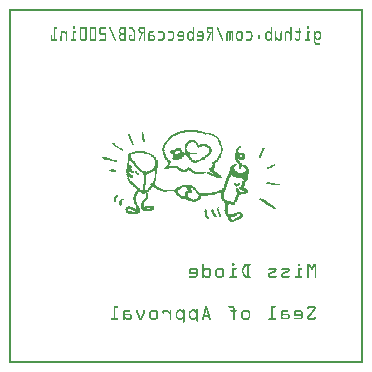
<source format=gbo>
G04 MADE WITH FRITZING*
G04 WWW.FRITZING.ORG*
G04 DOUBLE SIDED*
G04 HOLES PLATED*
G04 CONTOUR ON CENTER OF CONTOUR VECTOR*
%ASAXBY*%
%FSLAX23Y23*%
%MOIN*%
%OFA0B0*%
%SFA1.0B1.0*%
%ADD10R,0.001000X0.001000*%
%LNSILK0*%
G90*
G70*
G36*
X447Y770D02*
X447Y763D01*
X449Y763D01*
X449Y755D01*
X450Y755D01*
X450Y747D01*
X452Y747D01*
X452Y739D01*
X447Y739D01*
X447Y742D01*
X445Y742D01*
X445Y745D01*
X444Y745D01*
X444Y758D01*
X442Y758D01*
X442Y770D01*
X447Y770D01*
G37*
D02*
G36*
X403Y763D02*
X403Y760D01*
X404Y760D01*
X404Y757D01*
X406Y757D01*
X406Y753D01*
X408Y753D01*
X408Y748D01*
X409Y748D01*
X409Y743D01*
X411Y743D01*
X411Y740D01*
X413Y740D01*
X413Y737D01*
X414Y737D01*
X414Y732D01*
X416Y732D01*
X416Y729D01*
X414Y729D01*
X414Y727D01*
X411Y727D01*
X411Y729D01*
X409Y729D01*
X409Y734D01*
X408Y734D01*
X408Y737D01*
X406Y737D01*
X406Y740D01*
X404Y740D01*
X404Y743D01*
X403Y743D01*
X403Y748D01*
X401Y748D01*
X401Y755D01*
X400Y755D01*
X400Y758D01*
X398Y758D01*
X398Y763D01*
X403Y763D01*
G37*
D02*
G36*
X350Y735D02*
X350Y734D01*
X352Y734D01*
X352Y732D01*
X354Y732D01*
X354Y729D01*
X355Y729D01*
X355Y727D01*
X357Y727D01*
X357Y725D01*
X362Y725D01*
X362Y724D01*
X363Y724D01*
X363Y722D01*
X365Y722D01*
X365Y721D01*
X368Y721D01*
X368Y719D01*
X372Y719D01*
X372Y717D01*
X373Y717D01*
X373Y716D01*
X377Y716D01*
X377Y714D01*
X380Y714D01*
X380Y712D01*
X381Y712D01*
X381Y709D01*
X377Y709D01*
X377Y711D01*
X373Y711D01*
X373Y712D01*
X370Y712D01*
X370Y714D01*
X368Y714D01*
X368Y716D01*
X365Y716D01*
X365Y717D01*
X362Y717D01*
X362Y719D01*
X359Y719D01*
X359Y722D01*
X354Y722D01*
X354Y724D01*
X352Y724D01*
X352Y725D01*
X350Y725D01*
X350Y727D01*
X347Y727D01*
X347Y729D01*
X345Y729D01*
X345Y730D01*
X344Y730D01*
X344Y735D01*
X350Y735D01*
G37*
D02*
G36*
X613Y745D02*
X613Y743D01*
X619Y743D01*
X619Y742D01*
X623Y742D01*
X623Y740D01*
X624Y740D01*
X624Y737D01*
X605Y737D01*
X605Y735D01*
X601Y735D01*
X601Y734D01*
X600Y734D01*
X600Y732D01*
X598Y732D01*
X598Y730D01*
X596Y730D01*
X596Y727D01*
X595Y727D01*
X595Y724D01*
X593Y724D01*
X593Y717D01*
X591Y717D01*
X591Y714D01*
X593Y714D01*
X593Y706D01*
X595Y706D01*
X595Y704D01*
X603Y704D01*
X603Y702D01*
X585Y702D01*
X585Y721D01*
X587Y721D01*
X587Y727D01*
X588Y727D01*
X588Y730D01*
X590Y730D01*
X590Y734D01*
X591Y734D01*
X591Y735D01*
X593Y735D01*
X593Y737D01*
X595Y737D01*
X595Y739D01*
X596Y739D01*
X596Y742D01*
X601Y742D01*
X601Y743D01*
X606Y743D01*
X606Y745D01*
X613Y745D01*
G37*
D02*
G36*
X626Y737D02*
X626Y735D01*
X628Y735D01*
X628Y734D01*
X629Y734D01*
X629Y732D01*
X631Y732D01*
X631Y729D01*
X624Y729D01*
X624Y730D01*
X623Y730D01*
X623Y734D01*
X621Y734D01*
X621Y735D01*
X616Y735D01*
X616Y737D01*
X626Y737D01*
G37*
D02*
G36*
X659Y732D02*
X659Y730D01*
X660Y730D01*
X660Y729D01*
X637Y729D01*
X637Y730D01*
X646Y730D01*
X646Y732D01*
X659Y732D01*
G37*
D02*
G36*
X662Y729D02*
X662Y727D01*
X626Y727D01*
X626Y729D01*
X662Y729D01*
G37*
D02*
G36*
X662Y729D02*
X662Y727D01*
X626Y727D01*
X626Y729D01*
X662Y729D01*
G37*
D02*
G36*
X664Y727D02*
X664Y725D01*
X665Y725D01*
X665Y724D01*
X644Y724D01*
X644Y722D01*
X636Y722D01*
X636Y721D01*
X632Y721D01*
X632Y719D01*
X631Y719D01*
X631Y721D01*
X629Y721D01*
X629Y722D01*
X628Y722D01*
X628Y725D01*
X626Y725D01*
X626Y727D01*
X664Y727D01*
G37*
D02*
G36*
X669Y724D02*
X669Y721D01*
X672Y721D01*
X672Y717D01*
X673Y717D01*
X673Y714D01*
X675Y714D01*
X675Y704D01*
X673Y704D01*
X673Y701D01*
X672Y701D01*
X672Y699D01*
X670Y699D01*
X670Y698D01*
X669Y698D01*
X669Y694D01*
X667Y694D01*
X667Y693D01*
X665Y693D01*
X665Y691D01*
X664Y691D01*
X664Y689D01*
X662Y689D01*
X662Y688D01*
X659Y688D01*
X659Y686D01*
X657Y686D01*
X657Y684D01*
X654Y684D01*
X654Y683D01*
X652Y683D01*
X652Y679D01*
X649Y679D01*
X649Y678D01*
X642Y678D01*
X642Y676D01*
X641Y676D01*
X641Y675D01*
X624Y675D01*
X624Y676D01*
X628Y676D01*
X628Y678D01*
X632Y678D01*
X632Y679D01*
X636Y679D01*
X636Y681D01*
X639Y681D01*
X639Y684D01*
X644Y684D01*
X644Y686D01*
X647Y686D01*
X647Y688D01*
X649Y688D01*
X649Y689D01*
X652Y689D01*
X652Y691D01*
X654Y691D01*
X654Y693D01*
X657Y693D01*
X657Y694D01*
X659Y694D01*
X659Y698D01*
X660Y698D01*
X660Y699D01*
X662Y699D01*
X662Y701D01*
X664Y701D01*
X664Y702D01*
X665Y702D01*
X665Y704D01*
X667Y704D01*
X667Y714D01*
X665Y714D01*
X665Y716D01*
X664Y716D01*
X664Y717D01*
X662Y717D01*
X662Y719D01*
X660Y719D01*
X660Y721D01*
X657Y721D01*
X657Y722D01*
X654Y722D01*
X654Y724D01*
X669Y724D01*
G37*
D02*
G36*
X570Y717D02*
X570Y716D01*
X572Y716D01*
X572Y712D01*
X573Y712D01*
X573Y711D01*
X575Y711D01*
X575Y709D01*
X565Y709D01*
X565Y707D01*
X557Y707D01*
X557Y706D01*
X555Y706D01*
X555Y704D01*
X552Y704D01*
X552Y702D01*
X554Y702D01*
X554Y699D01*
X541Y699D01*
X541Y701D01*
X537Y701D01*
X537Y707D01*
X539Y707D01*
X539Y711D01*
X549Y711D01*
X549Y712D01*
X552Y712D01*
X552Y714D01*
X557Y714D01*
X557Y716D01*
X564Y716D01*
X564Y717D01*
X570Y717D01*
G37*
D02*
G36*
X575Y709D02*
X575Y706D01*
X577Y706D01*
X577Y704D01*
X582Y704D01*
X582Y702D01*
X570Y702D01*
X570Y704D01*
X569Y704D01*
X569Y706D01*
X567Y706D01*
X567Y709D01*
X575Y709D01*
G37*
D02*
G36*
X626Y702D02*
X626Y701D01*
X569Y701D01*
X569Y702D01*
X626Y702D01*
G37*
D02*
G36*
X626Y702D02*
X626Y701D01*
X569Y701D01*
X569Y702D01*
X626Y702D01*
G37*
D02*
G36*
X626Y701D02*
X626Y699D01*
X564Y699D01*
X564Y701D01*
X626Y701D01*
G37*
D02*
G36*
X624Y699D02*
X624Y698D01*
X542Y698D01*
X542Y699D01*
X624Y699D01*
G37*
D02*
G36*
X624Y699D02*
X624Y698D01*
X542Y698D01*
X542Y699D01*
X624Y699D01*
G37*
D02*
G36*
X608Y698D02*
X608Y696D01*
X603Y696D01*
X603Y694D01*
X587Y694D01*
X587Y693D01*
X582Y693D01*
X582Y691D01*
X565Y691D01*
X565Y689D01*
X546Y689D01*
X546Y691D01*
X547Y691D01*
X547Y693D01*
X544Y693D01*
X544Y694D01*
X546Y694D01*
X546Y696D01*
X544Y696D01*
X544Y698D01*
X608Y698D01*
G37*
D02*
G36*
X603Y694D02*
X603Y689D01*
X605Y689D01*
X605Y688D01*
X606Y688D01*
X606Y686D01*
X608Y686D01*
X608Y684D01*
X610Y684D01*
X610Y681D01*
X611Y681D01*
X611Y679D01*
X614Y679D01*
X614Y678D01*
X616Y678D01*
X616Y676D01*
X619Y676D01*
X619Y675D01*
X605Y675D01*
X605Y676D01*
X603Y676D01*
X603Y678D01*
X601Y678D01*
X601Y679D01*
X600Y679D01*
X600Y683D01*
X598Y683D01*
X598Y684D01*
X596Y684D01*
X596Y688D01*
X595Y688D01*
X595Y689D01*
X593Y689D01*
X593Y691D01*
X591Y691D01*
X591Y693D01*
X588Y693D01*
X588Y694D01*
X603Y694D01*
G37*
D02*
G36*
X582Y691D02*
X582Y689D01*
X567Y689D01*
X567Y691D01*
X582Y691D01*
G37*
D02*
G36*
X580Y689D02*
X580Y688D01*
X546Y688D01*
X546Y689D01*
X580Y689D01*
G37*
D02*
G36*
X580Y689D02*
X580Y688D01*
X546Y688D01*
X546Y689D01*
X580Y689D01*
G37*
D02*
G36*
X578Y688D02*
X578Y684D01*
X577Y684D01*
X577Y683D01*
X575Y683D01*
X575Y681D01*
X567Y681D01*
X567Y679D01*
X562Y679D01*
X562Y678D01*
X559Y678D01*
X559Y676D01*
X550Y676D01*
X550Y678D01*
X547Y678D01*
X547Y679D01*
X546Y679D01*
X546Y681D01*
X544Y681D01*
X544Y684D01*
X546Y684D01*
X546Y688D01*
X578Y688D01*
G37*
D02*
G36*
X637Y675D02*
X637Y673D01*
X606Y673D01*
X606Y675D01*
X637Y675D01*
G37*
D02*
G36*
X637Y675D02*
X637Y673D01*
X606Y673D01*
X606Y675D01*
X637Y675D01*
G37*
D02*
G36*
X634Y673D02*
X634Y671D01*
X629Y671D01*
X629Y670D01*
X626Y670D01*
X626Y668D01*
X613Y668D01*
X613Y670D01*
X610Y670D01*
X610Y671D01*
X608Y671D01*
X608Y673D01*
X634Y673D01*
G37*
D02*
G36*
X772Y724D02*
X772Y719D01*
X770Y719D01*
X770Y717D01*
X769Y717D01*
X769Y716D01*
X767Y716D01*
X767Y712D01*
X765Y712D01*
X765Y711D01*
X764Y711D01*
X764Y704D01*
X767Y704D01*
X767Y702D01*
X778Y702D01*
X778Y701D01*
X782Y701D01*
X782Y699D01*
X783Y699D01*
X783Y698D01*
X785Y698D01*
X785Y694D01*
X769Y694D01*
X769Y691D01*
X770Y691D01*
X770Y689D01*
X754Y689D01*
X754Y701D01*
X756Y701D01*
X756Y711D01*
X757Y711D01*
X757Y714D01*
X759Y714D01*
X759Y717D01*
X760Y717D01*
X760Y719D01*
X762Y719D01*
X762Y721D01*
X764Y721D01*
X764Y722D01*
X767Y722D01*
X767Y724D01*
X772Y724D01*
G37*
D02*
G36*
X787Y694D02*
X787Y693D01*
X788Y693D01*
X788Y689D01*
X777Y689D01*
X777Y691D01*
X778Y691D01*
X778Y694D01*
X787Y694D01*
G37*
D02*
G36*
X787Y689D02*
X787Y688D01*
X754Y688D01*
X754Y689D01*
X787Y689D01*
G37*
D02*
G36*
X787Y689D02*
X787Y688D01*
X754Y688D01*
X754Y689D01*
X787Y689D01*
G37*
D02*
G36*
X787Y688D02*
X787Y683D01*
X785Y683D01*
X785Y681D01*
X764Y681D01*
X764Y679D01*
X752Y679D01*
X752Y688D01*
X787Y688D01*
G37*
D02*
G36*
X783Y681D02*
X783Y679D01*
X770Y679D01*
X770Y681D01*
X783Y681D01*
G37*
D02*
G36*
X769Y681D02*
X769Y679D01*
X765Y679D01*
X765Y681D01*
X769Y681D01*
G37*
D02*
G36*
X765Y679D02*
X765Y676D01*
X767Y676D01*
X767Y675D01*
X769Y675D01*
X769Y671D01*
X770Y671D01*
X770Y668D01*
X774Y668D01*
X774Y666D01*
X775Y666D01*
X775Y657D01*
X777Y657D01*
X777Y655D01*
X775Y655D01*
X775Y653D01*
X774Y653D01*
X774Y650D01*
X772Y650D01*
X772Y648D01*
X765Y648D01*
X765Y657D01*
X767Y657D01*
X767Y661D01*
X765Y661D01*
X765Y665D01*
X764Y665D01*
X764Y666D01*
X762Y666D01*
X762Y668D01*
X759Y668D01*
X759Y671D01*
X757Y671D01*
X757Y673D01*
X756Y673D01*
X756Y676D01*
X754Y676D01*
X754Y678D01*
X752Y678D01*
X752Y679D01*
X765Y679D01*
G37*
D02*
G36*
X852Y719D02*
X852Y714D01*
X851Y714D01*
X851Y709D01*
X849Y709D01*
X849Y706D01*
X847Y706D01*
X847Y702D01*
X846Y702D01*
X846Y701D01*
X844Y701D01*
X844Y698D01*
X842Y698D01*
X842Y691D01*
X841Y691D01*
X841Y689D01*
X839Y689D01*
X839Y684D01*
X833Y684D01*
X833Y689D01*
X834Y689D01*
X834Y693D01*
X836Y693D01*
X836Y698D01*
X838Y698D01*
X838Y701D01*
X839Y701D01*
X839Y702D01*
X841Y702D01*
X841Y707D01*
X842Y707D01*
X842Y712D01*
X844Y712D01*
X844Y716D01*
X846Y716D01*
X846Y717D01*
X847Y717D01*
X847Y719D01*
X852Y719D01*
G37*
D02*
G36*
X321Y688D02*
X321Y686D01*
X327Y686D01*
X327Y684D01*
X331Y684D01*
X331Y683D01*
X337Y683D01*
X337Y681D01*
X344Y681D01*
X344Y679D01*
X352Y679D01*
X352Y678D01*
X357Y678D01*
X357Y676D01*
X360Y676D01*
X360Y673D01*
X359Y673D01*
X359Y671D01*
X350Y671D01*
X350Y673D01*
X342Y673D01*
X342Y675D01*
X337Y675D01*
X337Y676D01*
X326Y676D01*
X326Y678D01*
X322Y678D01*
X322Y679D01*
X316Y679D01*
X316Y681D01*
X313Y681D01*
X313Y683D01*
X311Y683D01*
X311Y686D01*
X313Y686D01*
X313Y688D01*
X321Y688D01*
G37*
D02*
G36*
X608Y778D02*
X608Y776D01*
X629Y776D01*
X629Y775D01*
X637Y775D01*
X637Y773D01*
X644Y773D01*
X644Y771D01*
X591Y771D01*
X591Y770D01*
X587Y770D01*
X587Y768D01*
X577Y768D01*
X577Y766D01*
X570Y766D01*
X570Y765D01*
X565Y765D01*
X565Y763D01*
X562Y763D01*
X562Y762D01*
X559Y762D01*
X559Y760D01*
X555Y760D01*
X555Y758D01*
X550Y758D01*
X550Y757D01*
X547Y757D01*
X547Y755D01*
X546Y755D01*
X546Y753D01*
X542Y753D01*
X542Y752D01*
X541Y752D01*
X541Y750D01*
X539Y750D01*
X539Y748D01*
X537Y748D01*
X537Y747D01*
X536Y747D01*
X536Y743D01*
X534Y743D01*
X534Y742D01*
X531Y742D01*
X531Y739D01*
X529Y739D01*
X529Y737D01*
X527Y737D01*
X527Y735D01*
X526Y735D01*
X526Y732D01*
X524Y732D01*
X524Y730D01*
X523Y730D01*
X523Y729D01*
X521Y729D01*
X521Y724D01*
X519Y724D01*
X519Y716D01*
X518Y716D01*
X518Y711D01*
X519Y711D01*
X519Y707D01*
X518Y707D01*
X518Y704D01*
X519Y704D01*
X519Y699D01*
X521Y699D01*
X521Y696D01*
X523Y696D01*
X523Y693D01*
X524Y693D01*
X524Y689D01*
X526Y689D01*
X526Y688D01*
X527Y688D01*
X527Y684D01*
X529Y684D01*
X529Y681D01*
X531Y681D01*
X531Y679D01*
X532Y679D01*
X532Y678D01*
X534Y678D01*
X534Y676D01*
X537Y676D01*
X537Y675D01*
X539Y675D01*
X539Y666D01*
X537Y666D01*
X537Y663D01*
X536Y663D01*
X536Y660D01*
X534Y660D01*
X534Y658D01*
X536Y658D01*
X536Y657D01*
X524Y657D01*
X524Y658D01*
X526Y658D01*
X526Y660D01*
X527Y660D01*
X527Y661D01*
X529Y661D01*
X529Y666D01*
X531Y666D01*
X531Y670D01*
X529Y670D01*
X529Y671D01*
X527Y671D01*
X527Y673D01*
X526Y673D01*
X526Y676D01*
X523Y676D01*
X523Y678D01*
X521Y678D01*
X521Y683D01*
X519Y683D01*
X519Y684D01*
X518Y684D01*
X518Y689D01*
X516Y689D01*
X516Y693D01*
X514Y693D01*
X514Y696D01*
X513Y696D01*
X513Y707D01*
X511Y707D01*
X511Y716D01*
X513Y716D01*
X513Y725D01*
X514Y725D01*
X514Y729D01*
X516Y729D01*
X516Y732D01*
X518Y732D01*
X518Y735D01*
X519Y735D01*
X519Y737D01*
X521Y737D01*
X521Y739D01*
X523Y739D01*
X523Y740D01*
X524Y740D01*
X524Y742D01*
X526Y742D01*
X526Y743D01*
X527Y743D01*
X527Y745D01*
X529Y745D01*
X529Y747D01*
X531Y747D01*
X531Y750D01*
X532Y750D01*
X532Y752D01*
X534Y752D01*
X534Y753D01*
X536Y753D01*
X536Y755D01*
X537Y755D01*
X537Y757D01*
X539Y757D01*
X539Y758D01*
X541Y758D01*
X541Y760D01*
X544Y760D01*
X544Y762D01*
X547Y762D01*
X547Y763D01*
X550Y763D01*
X550Y765D01*
X554Y765D01*
X554Y766D01*
X557Y766D01*
X557Y768D01*
X560Y768D01*
X560Y770D01*
X567Y770D01*
X567Y771D01*
X570Y771D01*
X570Y773D01*
X575Y773D01*
X575Y775D01*
X582Y775D01*
X582Y776D01*
X606Y776D01*
X606Y778D01*
X608Y778D01*
G37*
D02*
G36*
X649Y771D02*
X649Y770D01*
X654Y770D01*
X654Y768D01*
X665Y768D01*
X665Y766D01*
X673Y766D01*
X673Y765D01*
X678Y765D01*
X678Y763D01*
X657Y763D01*
X657Y762D01*
X654Y762D01*
X654Y763D01*
X651Y763D01*
X651Y765D01*
X647Y765D01*
X647Y766D01*
X639Y766D01*
X639Y768D01*
X628Y768D01*
X628Y770D01*
X616Y770D01*
X616Y771D01*
X649Y771D01*
G37*
D02*
G36*
X683Y763D02*
X683Y762D01*
X687Y762D01*
X687Y760D01*
X688Y760D01*
X688Y758D01*
X692Y758D01*
X692Y757D01*
X693Y757D01*
X693Y755D01*
X695Y755D01*
X695Y753D01*
X696Y753D01*
X696Y752D01*
X698Y752D01*
X698Y750D01*
X700Y750D01*
X700Y748D01*
X701Y748D01*
X701Y745D01*
X703Y745D01*
X703Y742D01*
X705Y742D01*
X705Y739D01*
X706Y739D01*
X706Y735D01*
X708Y735D01*
X708Y729D01*
X710Y729D01*
X710Y724D01*
X711Y724D01*
X711Y716D01*
X713Y716D01*
X713Y707D01*
X711Y707D01*
X711Y698D01*
X710Y698D01*
X710Y696D01*
X708Y696D01*
X708Y691D01*
X706Y691D01*
X706Y686D01*
X705Y686D01*
X705Y684D01*
X703Y684D01*
X703Y683D01*
X701Y683D01*
X701Y679D01*
X700Y679D01*
X700Y676D01*
X698Y676D01*
X698Y675D01*
X696Y675D01*
X696Y673D01*
X695Y673D01*
X695Y671D01*
X692Y671D01*
X692Y670D01*
X690Y670D01*
X690Y668D01*
X688Y668D01*
X688Y660D01*
X687Y660D01*
X687Y653D01*
X685Y653D01*
X685Y652D01*
X683Y652D01*
X683Y650D01*
X682Y650D01*
X682Y648D01*
X683Y648D01*
X683Y642D01*
X685Y642D01*
X685Y640D01*
X672Y640D01*
X672Y638D01*
X670Y638D01*
X670Y643D01*
X669Y643D01*
X669Y645D01*
X667Y645D01*
X667Y650D01*
X670Y650D01*
X670Y652D01*
X673Y652D01*
X673Y653D01*
X675Y653D01*
X675Y655D01*
X677Y655D01*
X677Y657D01*
X678Y657D01*
X678Y660D01*
X680Y660D01*
X680Y665D01*
X678Y665D01*
X678Y670D01*
X680Y670D01*
X680Y671D01*
X682Y671D01*
X682Y673D01*
X685Y673D01*
X685Y675D01*
X687Y675D01*
X687Y676D01*
X688Y676D01*
X688Y678D01*
X690Y678D01*
X690Y679D01*
X693Y679D01*
X693Y683D01*
X695Y683D01*
X695Y684D01*
X696Y684D01*
X696Y688D01*
X698Y688D01*
X698Y691D01*
X700Y691D01*
X700Y693D01*
X701Y693D01*
X701Y698D01*
X703Y698D01*
X703Y701D01*
X705Y701D01*
X705Y724D01*
X703Y724D01*
X703Y729D01*
X701Y729D01*
X701Y734D01*
X700Y734D01*
X700Y739D01*
X698Y739D01*
X698Y742D01*
X696Y742D01*
X696Y743D01*
X695Y743D01*
X695Y747D01*
X693Y747D01*
X693Y748D01*
X692Y748D01*
X692Y752D01*
X690Y752D01*
X690Y753D01*
X687Y753D01*
X687Y755D01*
X683Y755D01*
X683Y757D01*
X682Y757D01*
X682Y758D01*
X677Y758D01*
X677Y760D01*
X675Y760D01*
X675Y762D01*
X667Y762D01*
X667Y763D01*
X683Y763D01*
G37*
D02*
G36*
X562Y658D02*
X562Y657D01*
X552Y657D01*
X552Y658D01*
X562Y658D01*
G37*
D02*
G36*
X550Y658D02*
X550Y657D01*
X544Y657D01*
X544Y658D01*
X550Y658D01*
G37*
D02*
G36*
X564Y657D02*
X564Y655D01*
X523Y655D01*
X523Y657D01*
X564Y657D01*
G37*
D02*
G36*
X564Y657D02*
X564Y655D01*
X523Y655D01*
X523Y657D01*
X564Y657D01*
G37*
D02*
G36*
X564Y657D02*
X564Y655D01*
X523Y655D01*
X523Y657D01*
X564Y657D01*
G37*
D02*
G36*
X564Y655D02*
X564Y653D01*
X565Y653D01*
X565Y652D01*
X541Y652D01*
X541Y650D01*
X534Y650D01*
X534Y648D01*
X527Y648D01*
X527Y647D01*
X519Y647D01*
X519Y648D01*
X516Y648D01*
X516Y650D01*
X518Y650D01*
X518Y652D01*
X519Y652D01*
X519Y653D01*
X521Y653D01*
X521Y655D01*
X564Y655D01*
G37*
D02*
G36*
X600Y653D02*
X600Y652D01*
X603Y652D01*
X603Y650D01*
X605Y650D01*
X605Y648D01*
X608Y648D01*
X608Y647D01*
X610Y647D01*
X610Y645D01*
X585Y645D01*
X585Y647D01*
X591Y647D01*
X591Y648D01*
X593Y648D01*
X593Y652D01*
X595Y652D01*
X595Y653D01*
X600Y653D01*
G37*
D02*
G36*
X569Y652D02*
X569Y650D01*
X572Y650D01*
X572Y648D01*
X575Y648D01*
X575Y647D01*
X580Y647D01*
X580Y645D01*
X564Y645D01*
X564Y647D01*
X562Y647D01*
X562Y648D01*
X560Y648D01*
X560Y650D01*
X549Y650D01*
X549Y652D01*
X569Y652D01*
G37*
D02*
G36*
X613Y645D02*
X613Y643D01*
X565Y643D01*
X565Y645D01*
X613Y645D01*
G37*
D02*
G36*
X613Y645D02*
X613Y643D01*
X565Y643D01*
X565Y645D01*
X613Y645D01*
G37*
D02*
G36*
X614Y643D02*
X614Y642D01*
X616Y642D01*
X616Y640D01*
X619Y640D01*
X619Y638D01*
X623Y638D01*
X623Y637D01*
X636Y637D01*
X636Y635D01*
X611Y635D01*
X611Y637D01*
X608Y637D01*
X608Y638D01*
X606Y638D01*
X606Y640D01*
X603Y640D01*
X603Y642D01*
X601Y642D01*
X601Y643D01*
X614Y643D01*
G37*
D02*
G36*
X598Y643D02*
X598Y642D01*
X596Y642D01*
X596Y640D01*
X593Y640D01*
X593Y638D01*
X583Y638D01*
X583Y637D01*
X578Y637D01*
X578Y638D01*
X572Y638D01*
X572Y640D01*
X569Y640D01*
X569Y642D01*
X567Y642D01*
X567Y643D01*
X598Y643D01*
G37*
D02*
G36*
X687Y640D02*
X687Y638D01*
X690Y638D01*
X690Y637D01*
X693Y637D01*
X693Y635D01*
X695Y635D01*
X695Y634D01*
X696Y634D01*
X696Y632D01*
X680Y632D01*
X680Y634D01*
X678Y634D01*
X678Y635D01*
X677Y635D01*
X677Y637D01*
X675Y637D01*
X675Y638D01*
X673Y638D01*
X673Y640D01*
X687Y640D01*
G37*
D02*
G36*
X665Y638D02*
X665Y637D01*
X669Y637D01*
X669Y635D01*
X673Y635D01*
X673Y634D01*
X659Y634D01*
X659Y637D01*
X660Y637D01*
X660Y638D01*
X665Y638D01*
G37*
D02*
G36*
X654Y638D02*
X654Y637D01*
X655Y637D01*
X655Y635D01*
X637Y635D01*
X637Y637D01*
X651Y637D01*
X651Y638D01*
X654Y638D01*
G37*
D02*
G36*
X654Y635D02*
X654Y634D01*
X613Y634D01*
X613Y635D01*
X654Y635D01*
G37*
D02*
G36*
X654Y635D02*
X654Y634D01*
X613Y634D01*
X613Y635D01*
X654Y635D01*
G37*
D02*
G36*
X678Y634D02*
X678Y632D01*
X660Y632D01*
X660Y634D01*
X678Y634D01*
G37*
D02*
G36*
X651Y634D02*
X651Y632D01*
X646Y632D01*
X646Y630D01*
X621Y630D01*
X621Y632D01*
X616Y632D01*
X616Y634D01*
X651Y634D01*
G37*
D02*
G36*
X698Y632D02*
X698Y630D01*
X662Y630D01*
X662Y632D01*
X698Y632D01*
G37*
D02*
G36*
X698Y632D02*
X698Y630D01*
X662Y630D01*
X662Y632D01*
X698Y632D01*
G37*
D02*
G36*
X701Y630D02*
X701Y627D01*
X705Y627D01*
X705Y625D01*
X706Y625D01*
X706Y624D01*
X708Y624D01*
X708Y620D01*
X710Y620D01*
X710Y617D01*
X708Y617D01*
X708Y616D01*
X700Y616D01*
X700Y617D01*
X693Y617D01*
X693Y619D01*
X690Y619D01*
X690Y620D01*
X687Y620D01*
X687Y622D01*
X682Y622D01*
X682Y624D01*
X678Y624D01*
X678Y625D01*
X673Y625D01*
X673Y627D01*
X670Y627D01*
X670Y629D01*
X667Y629D01*
X667Y630D01*
X701Y630D01*
G37*
D02*
G36*
X870Y604D02*
X870Y602D01*
X879Y602D01*
X879Y601D01*
X888Y601D01*
X888Y599D01*
X893Y599D01*
X893Y597D01*
X898Y597D01*
X898Y596D01*
X903Y596D01*
X903Y594D01*
X893Y594D01*
X893Y593D01*
X890Y593D01*
X890Y594D01*
X874Y594D01*
X874Y596D01*
X859Y596D01*
X859Y597D01*
X857Y597D01*
X857Y602D01*
X859Y602D01*
X859Y604D01*
X870Y604D01*
G37*
D02*
G36*
X906Y594D02*
X906Y593D01*
X897Y593D01*
X897Y594D01*
X906Y594D01*
G37*
D02*
G36*
X769Y602D02*
X769Y601D01*
X770Y601D01*
X770Y597D01*
X760Y597D01*
X760Y599D01*
X762Y599D01*
X762Y601D01*
X765Y601D01*
X765Y602D01*
X769Y602D01*
G37*
D02*
G36*
X756Y602D02*
X756Y601D01*
X757Y601D01*
X757Y599D01*
X759Y599D01*
X759Y597D01*
X749Y597D01*
X749Y602D01*
X756Y602D01*
G37*
D02*
G36*
X770Y597D02*
X770Y596D01*
X749Y596D01*
X749Y597D01*
X770Y597D01*
G37*
D02*
G36*
X770Y597D02*
X770Y596D01*
X749Y596D01*
X749Y597D01*
X770Y597D01*
G37*
D02*
G36*
X770Y596D02*
X770Y594D01*
X769Y594D01*
X769Y593D01*
X767Y593D01*
X767Y591D01*
X760Y591D01*
X760Y589D01*
X757Y589D01*
X757Y591D01*
X752Y591D01*
X752Y593D01*
X751Y593D01*
X751Y594D01*
X749Y594D01*
X749Y596D01*
X770Y596D01*
G37*
D02*
G36*
X626Y565D02*
X626Y563D01*
X624Y563D01*
X624Y565D01*
X626Y565D01*
G37*
D02*
G36*
X360Y561D02*
X360Y560D01*
X363Y560D01*
X363Y555D01*
X360Y555D01*
X360Y553D01*
X359Y553D01*
X359Y552D01*
X357Y552D01*
X357Y547D01*
X355Y547D01*
X355Y538D01*
X354Y538D01*
X354Y537D01*
X350Y537D01*
X350Y540D01*
X349Y540D01*
X349Y548D01*
X350Y548D01*
X350Y555D01*
X352Y555D01*
X352Y556D01*
X354Y556D01*
X354Y558D01*
X355Y558D01*
X355Y560D01*
X359Y560D01*
X359Y561D01*
X360Y561D01*
G37*
D02*
G36*
X841Y550D02*
X841Y548D01*
X846Y548D01*
X846Y547D01*
X849Y547D01*
X849Y545D01*
X852Y545D01*
X852Y543D01*
X856Y543D01*
X856Y542D01*
X857Y542D01*
X857Y540D01*
X859Y540D01*
X859Y538D01*
X860Y538D01*
X860Y537D01*
X862Y537D01*
X862Y535D01*
X865Y535D01*
X865Y533D01*
X869Y533D01*
X869Y532D01*
X870Y532D01*
X870Y530D01*
X872Y530D01*
X872Y529D01*
X874Y529D01*
X874Y527D01*
X879Y527D01*
X879Y525D01*
X880Y525D01*
X880Y524D01*
X882Y524D01*
X882Y522D01*
X883Y522D01*
X883Y520D01*
X885Y520D01*
X885Y519D01*
X888Y519D01*
X888Y517D01*
X890Y517D01*
X890Y514D01*
X888Y514D01*
X888Y512D01*
X885Y512D01*
X885Y514D01*
X882Y514D01*
X882Y515D01*
X880Y515D01*
X880Y517D01*
X877Y517D01*
X877Y519D01*
X875Y519D01*
X875Y520D01*
X872Y520D01*
X872Y522D01*
X870Y522D01*
X870Y524D01*
X865Y524D01*
X865Y525D01*
X864Y525D01*
X864Y527D01*
X860Y527D01*
X860Y529D01*
X856Y529D01*
X856Y532D01*
X854Y532D01*
X854Y533D01*
X851Y533D01*
X851Y535D01*
X849Y535D01*
X849Y537D01*
X846Y537D01*
X846Y538D01*
X844Y538D01*
X844Y540D01*
X842Y540D01*
X842Y542D01*
X839Y542D01*
X839Y543D01*
X838Y543D01*
X838Y545D01*
X834Y545D01*
X834Y548D01*
X836Y548D01*
X836Y550D01*
X841Y550D01*
G37*
D02*
G36*
X383Y548D02*
X383Y545D01*
X381Y545D01*
X381Y543D01*
X378Y543D01*
X378Y540D01*
X377Y540D01*
X377Y538D01*
X375Y538D01*
X375Y527D01*
X372Y527D01*
X372Y525D01*
X370Y525D01*
X370Y529D01*
X368Y529D01*
X368Y540D01*
X370Y540D01*
X370Y543D01*
X372Y543D01*
X372Y545D01*
X373Y545D01*
X373Y547D01*
X377Y547D01*
X377Y548D01*
X383Y548D01*
G37*
D02*
G36*
X698Y524D02*
X698Y522D01*
X700Y522D01*
X700Y517D01*
X698Y517D01*
X698Y515D01*
X700Y515D01*
X700Y509D01*
X701Y509D01*
X701Y504D01*
X703Y504D01*
X703Y499D01*
X705Y499D01*
X705Y496D01*
X706Y496D01*
X706Y488D01*
X705Y488D01*
X705Y489D01*
X701Y489D01*
X701Y494D01*
X700Y494D01*
X700Y496D01*
X698Y496D01*
X698Y501D01*
X696Y501D01*
X696Y504D01*
X695Y504D01*
X695Y509D01*
X693Y509D01*
X693Y511D01*
X695Y511D01*
X695Y512D01*
X693Y512D01*
X693Y519D01*
X695Y519D01*
X695Y522D01*
X696Y522D01*
X696Y524D01*
X698Y524D01*
G37*
D02*
G36*
X678Y517D02*
X678Y515D01*
X680Y515D01*
X680Y511D01*
X682Y511D01*
X682Y509D01*
X683Y509D01*
X683Y502D01*
X685Y502D01*
X685Y501D01*
X687Y501D01*
X687Y499D01*
X688Y499D01*
X688Y496D01*
X690Y496D01*
X690Y492D01*
X692Y492D01*
X692Y488D01*
X685Y488D01*
X685Y489D01*
X683Y489D01*
X683Y491D01*
X682Y491D01*
X682Y492D01*
X680Y492D01*
X680Y497D01*
X678Y497D01*
X678Y501D01*
X677Y501D01*
X677Y504D01*
X673Y504D01*
X673Y511D01*
X675Y511D01*
X675Y515D01*
X677Y515D01*
X677Y517D01*
X678Y517D01*
G37*
D02*
G36*
X657Y514D02*
X657Y511D01*
X659Y511D01*
X659Y506D01*
X660Y506D01*
X660Y492D01*
X662Y492D01*
X662Y491D01*
X664Y491D01*
X664Y489D01*
X665Y489D01*
X665Y486D01*
X667Y486D01*
X667Y481D01*
X660Y481D01*
X660Y483D01*
X659Y483D01*
X659Y484D01*
X657Y484D01*
X657Y488D01*
X654Y488D01*
X654Y492D01*
X652Y492D01*
X652Y504D01*
X651Y504D01*
X651Y506D01*
X652Y506D01*
X652Y511D01*
X651Y511D01*
X651Y512D01*
X654Y512D01*
X654Y514D01*
X657Y514D01*
G37*
D02*
G36*
X442Y707D02*
X442Y706D01*
X454Y706D01*
X454Y704D01*
X459Y704D01*
X459Y702D01*
X464Y702D01*
X464Y701D01*
X421Y701D01*
X421Y699D01*
X416Y699D01*
X416Y698D01*
X411Y698D01*
X411Y696D01*
X408Y696D01*
X408Y694D01*
X406Y694D01*
X406Y689D01*
X408Y689D01*
X408Y684D01*
X409Y684D01*
X409Y683D01*
X411Y683D01*
X411Y679D01*
X413Y679D01*
X413Y678D01*
X414Y678D01*
X414Y676D01*
X403Y676D01*
X403Y673D01*
X401Y673D01*
X401Y661D01*
X406Y661D01*
X406Y660D01*
X408Y660D01*
X408Y658D01*
X409Y658D01*
X409Y653D01*
X411Y653D01*
X411Y650D01*
X408Y650D01*
X408Y647D01*
X409Y647D01*
X409Y645D01*
X411Y645D01*
X411Y642D01*
X400Y642D01*
X400Y640D01*
X391Y640D01*
X391Y648D01*
X393Y648D01*
X393Y666D01*
X395Y666D01*
X395Y698D01*
X396Y698D01*
X396Y699D01*
X401Y699D01*
X401Y701D01*
X406Y701D01*
X406Y702D01*
X411Y702D01*
X411Y704D01*
X421Y704D01*
X421Y706D01*
X429Y706D01*
X429Y707D01*
X442Y707D01*
G37*
D02*
G36*
X470Y701D02*
X470Y699D01*
X473Y699D01*
X473Y698D01*
X477Y698D01*
X477Y696D01*
X478Y696D01*
X478Y694D01*
X480Y694D01*
X480Y693D01*
X483Y693D01*
X483Y689D01*
X486Y689D01*
X486Y688D01*
X488Y688D01*
X488Y686D01*
X490Y686D01*
X490Y683D01*
X491Y683D01*
X491Y679D01*
X493Y679D01*
X493Y676D01*
X495Y676D01*
X495Y670D01*
X496Y670D01*
X496Y665D01*
X495Y665D01*
X495Y663D01*
X496Y663D01*
X496Y660D01*
X495Y660D01*
X495Y652D01*
X493Y652D01*
X493Y642D01*
X483Y642D01*
X483Y640D01*
X480Y640D01*
X480Y638D01*
X460Y638D01*
X460Y640D01*
X464Y640D01*
X464Y642D01*
X470Y642D01*
X470Y643D01*
X473Y643D01*
X473Y645D01*
X475Y645D01*
X475Y647D01*
X477Y647D01*
X477Y648D01*
X480Y648D01*
X480Y650D01*
X482Y650D01*
X482Y652D01*
X483Y652D01*
X483Y657D01*
X485Y657D01*
X485Y661D01*
X486Y661D01*
X486Y665D01*
X485Y665D01*
X485Y666D01*
X486Y666D01*
X486Y670D01*
X485Y670D01*
X485Y671D01*
X486Y671D01*
X486Y675D01*
X485Y675D01*
X485Y679D01*
X483Y679D01*
X483Y683D01*
X482Y683D01*
X482Y684D01*
X480Y684D01*
X480Y688D01*
X477Y688D01*
X477Y689D01*
X473Y689D01*
X473Y691D01*
X472Y691D01*
X472Y693D01*
X468Y693D01*
X468Y694D01*
X467Y694D01*
X467Y696D01*
X464Y696D01*
X464Y698D01*
X457Y698D01*
X457Y699D01*
X450Y699D01*
X450Y701D01*
X470Y701D01*
G37*
D02*
G36*
X414Y676D02*
X414Y675D01*
X416Y675D01*
X416Y673D01*
X419Y673D01*
X419Y670D01*
X421Y670D01*
X421Y668D01*
X423Y668D01*
X423Y665D01*
X424Y665D01*
X424Y661D01*
X426Y661D01*
X426Y660D01*
X427Y660D01*
X427Y658D01*
X429Y658D01*
X429Y657D01*
X431Y657D01*
X431Y655D01*
X432Y655D01*
X432Y653D01*
X434Y653D01*
X434Y650D01*
X437Y650D01*
X437Y648D01*
X439Y648D01*
X439Y647D01*
X441Y647D01*
X441Y645D01*
X442Y645D01*
X442Y642D01*
X445Y642D01*
X445Y640D01*
X455Y640D01*
X455Y638D01*
X436Y638D01*
X436Y640D01*
X434Y640D01*
X434Y642D01*
X432Y642D01*
X432Y643D01*
X431Y643D01*
X431Y647D01*
X429Y647D01*
X429Y648D01*
X427Y648D01*
X427Y650D01*
X426Y650D01*
X426Y652D01*
X424Y652D01*
X424Y653D01*
X423Y653D01*
X423Y655D01*
X421Y655D01*
X421Y657D01*
X419Y657D01*
X419Y658D01*
X418Y658D01*
X418Y661D01*
X416Y661D01*
X416Y663D01*
X414Y663D01*
X414Y666D01*
X413Y666D01*
X413Y668D01*
X411Y668D01*
X411Y670D01*
X409Y670D01*
X409Y671D01*
X408Y671D01*
X408Y673D01*
X404Y673D01*
X404Y676D01*
X414Y676D01*
G37*
D02*
G36*
X756Y665D02*
X756Y663D01*
X759Y663D01*
X759Y660D01*
X756Y660D01*
X756Y658D01*
X754Y658D01*
X754Y657D01*
X752Y657D01*
X752Y653D01*
X751Y653D01*
X751Y650D01*
X749Y650D01*
X749Y648D01*
X752Y648D01*
X752Y645D01*
X754Y645D01*
X754Y642D01*
X756Y642D01*
X756Y640D01*
X759Y640D01*
X759Y638D01*
X760Y638D01*
X760Y637D01*
X764Y637D01*
X764Y635D01*
X733Y635D01*
X733Y638D01*
X734Y638D01*
X734Y642D01*
X736Y642D01*
X736Y648D01*
X737Y648D01*
X737Y653D01*
X739Y653D01*
X739Y657D01*
X741Y657D01*
X741Y658D01*
X744Y658D01*
X744Y660D01*
X746Y660D01*
X746Y661D01*
X749Y661D01*
X749Y663D01*
X752Y663D01*
X752Y665D01*
X756Y665D01*
G37*
D02*
G36*
X787Y661D02*
X787Y660D01*
X790Y660D01*
X790Y658D01*
X792Y658D01*
X792Y657D01*
X793Y657D01*
X793Y655D01*
X795Y655D01*
X795Y653D01*
X797Y653D01*
X797Y650D01*
X798Y650D01*
X798Y647D01*
X800Y647D01*
X800Y637D01*
X801Y637D01*
X801Y635D01*
X780Y635D01*
X780Y637D01*
X787Y637D01*
X787Y640D01*
X790Y640D01*
X790Y643D01*
X788Y643D01*
X788Y645D01*
X790Y645D01*
X790Y647D01*
X787Y647D01*
X787Y650D01*
X785Y650D01*
X785Y652D01*
X783Y652D01*
X783Y653D01*
X780Y653D01*
X780Y657D01*
X778Y657D01*
X778Y660D01*
X780Y660D01*
X780Y661D01*
X787Y661D01*
G37*
D02*
G36*
X493Y642D02*
X493Y632D01*
X491Y632D01*
X491Y617D01*
X490Y617D01*
X490Y616D01*
X491Y616D01*
X491Y614D01*
X490Y614D01*
X490Y609D01*
X488Y609D01*
X488Y606D01*
X486Y606D01*
X486Y602D01*
X485Y602D01*
X485Y601D01*
X486Y601D01*
X486Y597D01*
X485Y597D01*
X485Y594D01*
X486Y594D01*
X486Y593D01*
X490Y593D01*
X490Y591D01*
X493Y591D01*
X493Y589D01*
X495Y589D01*
X495Y588D01*
X496Y588D01*
X496Y586D01*
X477Y586D01*
X477Y584D01*
X475Y584D01*
X475Y583D01*
X473Y583D01*
X473Y579D01*
X472Y579D01*
X472Y578D01*
X470Y578D01*
X470Y576D01*
X457Y576D01*
X457Y578D01*
X459Y578D01*
X459Y579D01*
X462Y579D01*
X462Y581D01*
X464Y581D01*
X464Y583D01*
X465Y583D01*
X465Y584D01*
X467Y584D01*
X467Y586D01*
X468Y586D01*
X468Y588D01*
X470Y588D01*
X470Y591D01*
X472Y591D01*
X472Y594D01*
X470Y594D01*
X470Y599D01*
X472Y599D01*
X472Y601D01*
X478Y601D01*
X478Y602D01*
X480Y602D01*
X480Y607D01*
X482Y607D01*
X482Y611D01*
X483Y611D01*
X483Y616D01*
X485Y616D01*
X485Y642D01*
X493Y642D01*
G37*
D02*
G36*
X424Y642D02*
X424Y640D01*
X426Y640D01*
X426Y638D01*
X419Y638D01*
X419Y642D01*
X424Y642D01*
G37*
D02*
G36*
X413Y642D02*
X413Y640D01*
X401Y640D01*
X401Y642D01*
X413Y642D01*
G37*
D02*
G36*
X416Y640D02*
X416Y638D01*
X391Y638D01*
X391Y640D01*
X416Y640D01*
G37*
D02*
G36*
X416Y640D02*
X416Y638D01*
X391Y638D01*
X391Y640D01*
X416Y640D01*
G37*
D02*
G36*
X477Y638D02*
X477Y637D01*
X439Y637D01*
X439Y638D01*
X477Y638D01*
G37*
D02*
G36*
X477Y638D02*
X477Y637D01*
X439Y637D01*
X439Y638D01*
X477Y638D01*
G37*
D02*
G36*
X426Y638D02*
X426Y637D01*
X406Y637D01*
X406Y638D01*
X426Y638D01*
G37*
D02*
G36*
X426Y638D02*
X426Y637D01*
X406Y637D01*
X406Y638D01*
X426Y638D01*
G37*
D02*
G36*
X400Y638D02*
X400Y635D01*
X401Y635D01*
X401Y634D01*
X403Y634D01*
X403Y632D01*
X404Y632D01*
X404Y630D01*
X406Y630D01*
X406Y629D01*
X411Y629D01*
X411Y627D01*
X413Y627D01*
X413Y624D01*
X414Y624D01*
X414Y620D01*
X401Y620D01*
X401Y617D01*
X403Y617D01*
X403Y616D01*
X401Y616D01*
X401Y614D01*
X403Y614D01*
X403Y611D01*
X404Y611D01*
X404Y607D01*
X406Y607D01*
X406Y606D01*
X409Y606D01*
X409Y604D01*
X413Y604D01*
X413Y602D01*
X414Y602D01*
X414Y601D01*
X416Y601D01*
X416Y597D01*
X418Y597D01*
X418Y596D01*
X419Y596D01*
X419Y594D01*
X421Y594D01*
X421Y593D01*
X424Y593D01*
X424Y591D01*
X426Y591D01*
X426Y588D01*
X429Y588D01*
X429Y586D01*
X431Y586D01*
X431Y584D01*
X434Y584D01*
X434Y583D01*
X436Y583D01*
X436Y581D01*
X437Y581D01*
X437Y579D01*
X439Y579D01*
X439Y578D01*
X442Y578D01*
X442Y576D01*
X427Y576D01*
X427Y578D01*
X426Y578D01*
X426Y581D01*
X423Y581D01*
X423Y584D01*
X419Y584D01*
X419Y586D01*
X418Y586D01*
X418Y588D01*
X416Y588D01*
X416Y589D01*
X414Y589D01*
X414Y591D01*
X413Y591D01*
X413Y593D01*
X411Y593D01*
X411Y594D01*
X408Y594D01*
X408Y596D01*
X404Y596D01*
X404Y597D01*
X403Y597D01*
X403Y601D01*
X401Y601D01*
X401Y602D01*
X400Y602D01*
X400Y606D01*
X398Y606D01*
X398Y607D01*
X396Y607D01*
X396Y609D01*
X395Y609D01*
X395Y614D01*
X393Y614D01*
X393Y616D01*
X395Y616D01*
X395Y622D01*
X393Y622D01*
X393Y629D01*
X391Y629D01*
X391Y630D01*
X393Y630D01*
X393Y634D01*
X391Y634D01*
X391Y638D01*
X400Y638D01*
G37*
D02*
G36*
X473Y637D02*
X473Y635D01*
X468Y635D01*
X468Y634D01*
X465Y634D01*
X465Y632D01*
X464Y632D01*
X464Y630D01*
X460Y630D01*
X460Y629D01*
X459Y629D01*
X459Y627D01*
X457Y627D01*
X457Y622D01*
X455Y622D01*
X455Y617D01*
X457Y617D01*
X457Y616D01*
X455Y616D01*
X455Y604D01*
X457Y604D01*
X457Y602D01*
X455Y602D01*
X455Y593D01*
X454Y593D01*
X454Y578D01*
X455Y578D01*
X455Y576D01*
X444Y576D01*
X444Y579D01*
X445Y579D01*
X445Y584D01*
X447Y584D01*
X447Y586D01*
X445Y586D01*
X445Y589D01*
X447Y589D01*
X447Y599D01*
X449Y599D01*
X449Y627D01*
X447Y627D01*
X447Y632D01*
X445Y632D01*
X445Y634D01*
X444Y634D01*
X444Y635D01*
X442Y635D01*
X442Y637D01*
X473Y637D01*
G37*
D02*
G36*
X427Y637D02*
X427Y635D01*
X431Y635D01*
X431Y634D01*
X432Y634D01*
X432Y632D01*
X434Y632D01*
X434Y630D01*
X432Y630D01*
X432Y629D01*
X427Y629D01*
X427Y630D01*
X424Y630D01*
X424Y632D01*
X423Y632D01*
X423Y634D01*
X421Y634D01*
X421Y635D01*
X419Y635D01*
X419Y637D01*
X427Y637D01*
G37*
D02*
G36*
X418Y637D02*
X418Y635D01*
X416Y635D01*
X416Y634D01*
X411Y634D01*
X411Y635D01*
X408Y635D01*
X408Y637D01*
X418Y637D01*
G37*
D02*
G36*
X801Y635D02*
X801Y634D01*
X733Y634D01*
X733Y635D01*
X801Y635D01*
G37*
D02*
G36*
X801Y635D02*
X801Y634D01*
X733Y634D01*
X733Y635D01*
X801Y635D01*
G37*
D02*
G36*
X800Y634D02*
X800Y630D01*
X798Y630D01*
X798Y629D01*
X800Y629D01*
X800Y627D01*
X739Y627D01*
X739Y622D01*
X737Y622D01*
X737Y620D01*
X736Y620D01*
X736Y616D01*
X734Y616D01*
X734Y611D01*
X733Y611D01*
X733Y606D01*
X731Y606D01*
X731Y602D01*
X729Y602D01*
X729Y599D01*
X728Y599D01*
X728Y596D01*
X726Y596D01*
X726Y589D01*
X724Y589D01*
X724Y586D01*
X723Y586D01*
X723Y579D01*
X721Y579D01*
X721Y575D01*
X719Y575D01*
X719Y570D01*
X705Y570D01*
X705Y568D01*
X698Y568D01*
X698Y566D01*
X665Y566D01*
X665Y568D01*
X675Y568D01*
X675Y570D01*
X685Y570D01*
X685Y571D01*
X692Y571D01*
X692Y573D01*
X696Y573D01*
X696Y575D01*
X700Y575D01*
X700Y576D01*
X705Y576D01*
X705Y578D01*
X708Y578D01*
X708Y579D01*
X711Y579D01*
X711Y583D01*
X713Y583D01*
X713Y584D01*
X715Y584D01*
X715Y589D01*
X716Y589D01*
X716Y593D01*
X718Y593D01*
X718Y597D01*
X719Y597D01*
X719Y602D01*
X721Y602D01*
X721Y607D01*
X723Y607D01*
X723Y609D01*
X724Y609D01*
X724Y616D01*
X726Y616D01*
X726Y620D01*
X728Y620D01*
X728Y625D01*
X729Y625D01*
X729Y627D01*
X731Y627D01*
X731Y632D01*
X733Y632D01*
X733Y634D01*
X800Y634D01*
G37*
D02*
G36*
X798Y627D02*
X798Y624D01*
X749Y624D01*
X749Y622D01*
X747Y622D01*
X747Y624D01*
X746Y624D01*
X746Y625D01*
X742Y625D01*
X742Y627D01*
X798Y627D01*
G37*
D02*
G36*
X798Y624D02*
X798Y620D01*
X797Y620D01*
X797Y617D01*
X795Y617D01*
X795Y612D01*
X793Y612D01*
X793Y611D01*
X792Y611D01*
X792Y606D01*
X790Y606D01*
X790Y604D01*
X788Y604D01*
X788Y599D01*
X787Y599D01*
X787Y594D01*
X785Y594D01*
X785Y591D01*
X783Y591D01*
X783Y588D01*
X782Y588D01*
X782Y586D01*
X783Y586D01*
X783Y584D01*
X787Y584D01*
X787Y583D01*
X790Y583D01*
X790Y581D01*
X792Y581D01*
X792Y579D01*
X793Y579D01*
X793Y578D01*
X795Y578D01*
X795Y575D01*
X797Y575D01*
X797Y570D01*
X778Y570D01*
X778Y571D01*
X782Y571D01*
X782Y575D01*
X777Y575D01*
X777Y576D01*
X772Y576D01*
X772Y578D01*
X770Y578D01*
X770Y579D01*
X769Y579D01*
X769Y581D01*
X767Y581D01*
X767Y586D01*
X769Y586D01*
X769Y589D01*
X772Y589D01*
X772Y593D01*
X774Y593D01*
X774Y594D01*
X775Y594D01*
X775Y597D01*
X777Y597D01*
X777Y601D01*
X778Y601D01*
X778Y606D01*
X780Y606D01*
X780Y609D01*
X782Y609D01*
X782Y612D01*
X780Y612D01*
X780Y614D01*
X775Y614D01*
X775Y616D01*
X765Y616D01*
X765Y617D01*
X760Y617D01*
X760Y619D01*
X757Y619D01*
X757Y620D01*
X754Y620D01*
X754Y622D01*
X751Y622D01*
X751Y624D01*
X798Y624D01*
G37*
D02*
G36*
X413Y620D02*
X413Y619D01*
X408Y619D01*
X408Y620D01*
X413Y620D01*
G37*
D02*
G36*
X406Y620D02*
X406Y619D01*
X404Y619D01*
X404Y620D01*
X406Y620D01*
G37*
D02*
G36*
X610Y594D02*
X610Y593D01*
X598Y593D01*
X598Y594D01*
X610Y594D01*
G37*
D02*
G36*
X595Y594D02*
X595Y593D01*
X580Y593D01*
X580Y594D01*
X595Y594D01*
G37*
D02*
G36*
X611Y593D02*
X611Y591D01*
X575Y591D01*
X575Y593D01*
X611Y593D01*
G37*
D02*
G36*
X611Y593D02*
X611Y591D01*
X575Y591D01*
X575Y593D01*
X611Y593D01*
G37*
D02*
G36*
X614Y591D02*
X614Y589D01*
X616Y589D01*
X616Y588D01*
X578Y588D01*
X578Y586D01*
X575Y586D01*
X575Y584D01*
X572Y584D01*
X572Y581D01*
X570Y581D01*
X570Y579D01*
X569Y579D01*
X569Y578D01*
X529Y578D01*
X529Y579D01*
X554Y579D01*
X554Y581D01*
X555Y581D01*
X555Y583D01*
X557Y583D01*
X557Y584D01*
X560Y584D01*
X560Y586D01*
X564Y586D01*
X564Y588D01*
X567Y588D01*
X567Y589D01*
X569Y589D01*
X569Y591D01*
X614Y591D01*
G37*
D02*
G36*
X619Y588D02*
X619Y586D01*
X605Y586D01*
X605Y579D01*
X608Y579D01*
X608Y576D01*
X610Y576D01*
X610Y573D01*
X611Y573D01*
X611Y570D01*
X610Y570D01*
X610Y568D01*
X605Y568D01*
X605Y566D01*
X598Y566D01*
X598Y565D01*
X596Y565D01*
X596Y563D01*
X595Y563D01*
X595Y556D01*
X585Y556D01*
X585Y570D01*
X587Y570D01*
X587Y571D01*
X590Y571D01*
X590Y573D01*
X593Y573D01*
X593Y575D01*
X596Y575D01*
X596Y578D01*
X595Y578D01*
X595Y579D01*
X593Y579D01*
X593Y583D01*
X591Y583D01*
X591Y586D01*
X590Y586D01*
X590Y588D01*
X619Y588D01*
G37*
D02*
G36*
X621Y586D02*
X621Y584D01*
X623Y584D01*
X623Y583D01*
X624Y583D01*
X624Y579D01*
X626Y579D01*
X626Y576D01*
X628Y576D01*
X628Y575D01*
X629Y575D01*
X629Y573D01*
X631Y573D01*
X631Y571D01*
X632Y571D01*
X632Y570D01*
X634Y570D01*
X634Y568D01*
X637Y568D01*
X637Y566D01*
X626Y566D01*
X626Y568D01*
X624Y568D01*
X624Y573D01*
X623Y573D01*
X623Y575D01*
X619Y575D01*
X619Y576D01*
X618Y576D01*
X618Y578D01*
X616Y578D01*
X616Y579D01*
X614Y579D01*
X614Y583D01*
X611Y583D01*
X611Y584D01*
X606Y584D01*
X606Y586D01*
X621Y586D01*
G37*
D02*
G36*
X500Y586D02*
X500Y584D01*
X503Y584D01*
X503Y583D01*
X506Y583D01*
X506Y581D01*
X514Y581D01*
X514Y579D01*
X521Y579D01*
X521Y578D01*
X495Y578D01*
X495Y579D01*
X493Y579D01*
X493Y581D01*
X490Y581D01*
X490Y583D01*
X486Y583D01*
X486Y584D01*
X483Y584D01*
X483Y586D01*
X500Y586D01*
G37*
D02*
G36*
X762Y583D02*
X762Y581D01*
X765Y581D01*
X765Y576D01*
X767Y576D01*
X767Y575D01*
X769Y575D01*
X769Y571D01*
X777Y571D01*
X777Y570D01*
X759Y570D01*
X759Y571D01*
X757Y571D01*
X757Y573D01*
X756Y573D01*
X756Y581D01*
X757Y581D01*
X757Y583D01*
X762Y583D01*
G37*
D02*
G36*
X564Y578D02*
X564Y576D01*
X498Y576D01*
X498Y578D01*
X564Y578D01*
G37*
D02*
G36*
X564Y578D02*
X564Y576D01*
X498Y576D01*
X498Y578D01*
X564Y578D01*
G37*
D02*
G36*
X564Y576D02*
X564Y575D01*
X562Y575D01*
X562Y573D01*
X527Y573D01*
X527Y571D01*
X514Y571D01*
X514Y573D01*
X508Y573D01*
X508Y575D01*
X503Y575D01*
X503Y576D01*
X564Y576D01*
G37*
D02*
G36*
X467Y576D02*
X467Y575D01*
X426Y575D01*
X426Y576D01*
X467Y576D01*
G37*
D02*
G36*
X467Y576D02*
X467Y575D01*
X426Y575D01*
X426Y576D01*
X467Y576D01*
G37*
D02*
G36*
X467Y576D02*
X467Y575D01*
X426Y575D01*
X426Y576D01*
X467Y576D01*
G37*
D02*
G36*
X467Y575D02*
X467Y573D01*
X465Y573D01*
X465Y571D01*
X432Y571D01*
X432Y570D01*
X431Y570D01*
X431Y568D01*
X429Y568D01*
X429Y565D01*
X427Y565D01*
X427Y563D01*
X426Y563D01*
X426Y558D01*
X424Y558D01*
X424Y555D01*
X423Y555D01*
X423Y543D01*
X424Y543D01*
X424Y537D01*
X426Y537D01*
X426Y532D01*
X427Y532D01*
X427Y529D01*
X429Y529D01*
X429Y525D01*
X431Y525D01*
X431Y524D01*
X432Y524D01*
X432Y520D01*
X434Y520D01*
X434Y519D01*
X436Y519D01*
X436Y515D01*
X424Y515D01*
X424Y520D01*
X423Y520D01*
X423Y527D01*
X421Y527D01*
X421Y529D01*
X419Y529D01*
X419Y530D01*
X418Y530D01*
X418Y540D01*
X416Y540D01*
X416Y543D01*
X414Y543D01*
X414Y555D01*
X416Y555D01*
X416Y560D01*
X418Y560D01*
X418Y565D01*
X419Y565D01*
X419Y566D01*
X421Y566D01*
X421Y570D01*
X423Y570D01*
X423Y571D01*
X424Y571D01*
X424Y575D01*
X467Y575D01*
G37*
D02*
G36*
X562Y573D02*
X562Y570D01*
X564Y570D01*
X564Y566D01*
X567Y566D01*
X567Y563D01*
X569Y563D01*
X569Y561D01*
X572Y561D01*
X572Y560D01*
X573Y560D01*
X573Y558D01*
X578Y558D01*
X578Y556D01*
X562Y556D01*
X562Y558D01*
X560Y558D01*
X560Y560D01*
X559Y560D01*
X559Y561D01*
X557Y561D01*
X557Y565D01*
X555Y565D01*
X555Y568D01*
X552Y568D01*
X552Y571D01*
X550Y571D01*
X550Y573D01*
X562Y573D01*
G37*
D02*
G36*
X464Y571D02*
X464Y570D01*
X460Y570D01*
X460Y566D01*
X452Y566D01*
X452Y565D01*
X442Y565D01*
X442Y566D01*
X439Y566D01*
X439Y570D01*
X434Y570D01*
X434Y571D01*
X464Y571D01*
G37*
D02*
G36*
X795Y570D02*
X795Y568D01*
X759Y568D01*
X759Y570D01*
X795Y570D01*
G37*
D02*
G36*
X795Y570D02*
X795Y568D01*
X759Y568D01*
X759Y570D01*
X795Y570D01*
G37*
D02*
G36*
X718Y570D02*
X718Y566D01*
X716Y566D01*
X716Y558D01*
X715Y558D01*
X715Y553D01*
X716Y553D01*
X716Y550D01*
X718Y550D01*
X718Y548D01*
X719Y548D01*
X719Y547D01*
X721Y547D01*
X721Y545D01*
X723Y545D01*
X723Y543D01*
X728Y543D01*
X728Y542D01*
X733Y542D01*
X733Y540D01*
X741Y540D01*
X741Y538D01*
X715Y538D01*
X715Y540D01*
X713Y540D01*
X713Y542D01*
X711Y542D01*
X711Y545D01*
X710Y545D01*
X710Y547D01*
X708Y547D01*
X708Y548D01*
X706Y548D01*
X706Y553D01*
X705Y553D01*
X705Y555D01*
X706Y555D01*
X706Y558D01*
X705Y558D01*
X705Y561D01*
X706Y561D01*
X706Y570D01*
X718Y570D01*
G37*
D02*
G36*
X793Y568D02*
X793Y566D01*
X790Y566D01*
X790Y565D01*
X782Y565D01*
X782Y563D01*
X772Y563D01*
X772Y561D01*
X769Y561D01*
X769Y560D01*
X767Y560D01*
X767Y556D01*
X765Y556D01*
X765Y553D01*
X764Y553D01*
X764Y548D01*
X762Y548D01*
X762Y543D01*
X760Y543D01*
X760Y542D01*
X759Y542D01*
X759Y538D01*
X749Y538D01*
X749Y540D01*
X751Y540D01*
X751Y545D01*
X752Y545D01*
X752Y548D01*
X754Y548D01*
X754Y555D01*
X756Y555D01*
X756Y558D01*
X757Y558D01*
X757Y561D01*
X759Y561D01*
X759Y566D01*
X760Y566D01*
X760Y568D01*
X793Y568D01*
G37*
D02*
G36*
X642Y568D02*
X642Y566D01*
X639Y566D01*
X639Y568D01*
X642Y568D01*
G37*
D02*
G36*
X693Y566D02*
X693Y565D01*
X628Y565D01*
X628Y566D01*
X693Y566D01*
G37*
D02*
G36*
X693Y566D02*
X693Y565D01*
X628Y565D01*
X628Y566D01*
X693Y566D01*
G37*
D02*
G36*
X693Y566D02*
X693Y565D01*
X628Y565D01*
X628Y566D01*
X693Y566D01*
G37*
D02*
G36*
X462Y566D02*
X462Y563D01*
X464Y563D01*
X464Y548D01*
X462Y548D01*
X462Y547D01*
X460Y547D01*
X460Y545D01*
X459Y545D01*
X459Y543D01*
X455Y543D01*
X455Y540D01*
X454Y540D01*
X454Y538D01*
X452Y538D01*
X452Y537D01*
X450Y537D01*
X450Y533D01*
X449Y533D01*
X449Y522D01*
X439Y522D01*
X439Y529D01*
X441Y529D01*
X441Y535D01*
X442Y535D01*
X442Y538D01*
X444Y538D01*
X444Y542D01*
X445Y542D01*
X445Y543D01*
X447Y543D01*
X447Y545D01*
X449Y545D01*
X449Y547D01*
X450Y547D01*
X450Y548D01*
X452Y548D01*
X452Y550D01*
X455Y550D01*
X455Y555D01*
X457Y555D01*
X457Y560D01*
X455Y560D01*
X455Y566D01*
X462Y566D01*
G37*
D02*
G36*
X785Y565D02*
X785Y563D01*
X783Y563D01*
X783Y565D01*
X785Y565D01*
G37*
D02*
G36*
X688Y565D02*
X688Y563D01*
X685Y563D01*
X685Y561D01*
X672Y561D01*
X672Y560D01*
X664Y560D01*
X664Y558D01*
X642Y558D01*
X642Y556D01*
X641Y556D01*
X641Y553D01*
X639Y553D01*
X639Y547D01*
X637Y547D01*
X637Y545D01*
X618Y545D01*
X618Y547D01*
X623Y547D01*
X623Y548D01*
X626Y548D01*
X626Y550D01*
X629Y550D01*
X629Y552D01*
X631Y552D01*
X631Y556D01*
X632Y556D01*
X632Y561D01*
X631Y561D01*
X631Y563D01*
X629Y563D01*
X629Y565D01*
X688Y565D01*
G37*
D02*
G36*
X598Y556D02*
X598Y555D01*
X565Y555D01*
X565Y556D01*
X598Y556D01*
G37*
D02*
G36*
X598Y556D02*
X598Y555D01*
X565Y555D01*
X565Y556D01*
X598Y556D01*
G37*
D02*
G36*
X600Y555D02*
X600Y553D01*
X601Y553D01*
X601Y552D01*
X603Y552D01*
X603Y550D01*
X605Y550D01*
X605Y548D01*
X610Y548D01*
X610Y547D01*
X575Y547D01*
X575Y548D01*
X573Y548D01*
X573Y550D01*
X572Y550D01*
X572Y552D01*
X570Y552D01*
X570Y553D01*
X569Y553D01*
X569Y555D01*
X600Y555D01*
G37*
D02*
G36*
X613Y548D02*
X613Y547D01*
X611Y547D01*
X611Y548D01*
X613Y548D01*
G37*
D02*
G36*
X614Y547D02*
X614Y545D01*
X591Y545D01*
X591Y547D01*
X614Y547D01*
G37*
D02*
G36*
X614Y547D02*
X614Y545D01*
X591Y545D01*
X591Y547D01*
X614Y547D01*
G37*
D02*
G36*
X634Y545D02*
X634Y543D01*
X596Y543D01*
X596Y545D01*
X634Y545D01*
G37*
D02*
G36*
X634Y545D02*
X634Y543D01*
X596Y543D01*
X596Y545D01*
X634Y545D01*
G37*
D02*
G36*
X629Y543D02*
X629Y542D01*
X626Y542D01*
X626Y540D01*
X624Y540D01*
X624Y538D01*
X621Y538D01*
X621Y537D01*
X610Y537D01*
X610Y540D01*
X605Y540D01*
X605Y542D01*
X598Y542D01*
X598Y543D01*
X629Y543D01*
G37*
D02*
G36*
X757Y538D02*
X757Y537D01*
X716Y537D01*
X716Y538D01*
X757Y538D01*
G37*
D02*
G36*
X757Y538D02*
X757Y537D01*
X716Y537D01*
X716Y538D01*
X757Y538D01*
G37*
D02*
G36*
X754Y537D02*
X754Y530D01*
X733Y530D01*
X733Y529D01*
X731Y529D01*
X731Y525D01*
X729Y525D01*
X729Y524D01*
X731Y524D01*
X731Y514D01*
X729Y514D01*
X729Y502D01*
X731Y502D01*
X731Y499D01*
X733Y499D01*
X733Y496D01*
X723Y496D01*
X723Y497D01*
X721Y497D01*
X721Y501D01*
X719Y501D01*
X719Y509D01*
X718Y509D01*
X718Y511D01*
X719Y511D01*
X719Y525D01*
X721Y525D01*
X721Y535D01*
X718Y535D01*
X718Y537D01*
X754Y537D01*
G37*
D02*
G36*
X752Y530D02*
X752Y529D01*
X744Y529D01*
X744Y527D01*
X741Y527D01*
X741Y530D01*
X752Y530D01*
G37*
D02*
G36*
X480Y525D02*
X480Y524D01*
X483Y524D01*
X483Y522D01*
X452Y522D01*
X452Y524D01*
X467Y524D01*
X467Y525D01*
X480Y525D01*
G37*
D02*
G36*
X404Y524D02*
X404Y522D01*
X408Y522D01*
X408Y520D01*
X414Y520D01*
X414Y519D01*
X418Y519D01*
X418Y517D01*
X421Y517D01*
X421Y515D01*
X398Y515D01*
X398Y512D01*
X396Y512D01*
X396Y511D01*
X398Y511D01*
X398Y507D01*
X403Y507D01*
X403Y506D01*
X406Y506D01*
X406Y504D01*
X390Y504D01*
X390Y511D01*
X388Y511D01*
X388Y515D01*
X390Y515D01*
X390Y519D01*
X391Y519D01*
X391Y520D01*
X393Y520D01*
X393Y522D01*
X395Y522D01*
X395Y524D01*
X404Y524D01*
G37*
D02*
G36*
X483Y522D02*
X483Y520D01*
X439Y520D01*
X439Y522D01*
X483Y522D01*
G37*
D02*
G36*
X483Y522D02*
X483Y520D01*
X439Y520D01*
X439Y522D01*
X483Y522D01*
G37*
D02*
G36*
X483Y520D02*
X483Y517D01*
X460Y517D01*
X460Y515D01*
X464Y515D01*
X464Y514D01*
X441Y514D01*
X441Y519D01*
X439Y519D01*
X439Y520D01*
X483Y520D01*
G37*
D02*
G36*
X483Y517D02*
X483Y514D01*
X468Y514D01*
X468Y515D01*
X470Y515D01*
X470Y517D01*
X483Y517D01*
G37*
D02*
G36*
X437Y515D02*
X437Y514D01*
X406Y514D01*
X406Y515D01*
X437Y515D01*
G37*
D02*
G36*
X437Y515D02*
X437Y514D01*
X406Y514D01*
X406Y515D01*
X437Y515D01*
G37*
D02*
G36*
X482Y514D02*
X482Y512D01*
X442Y512D01*
X442Y514D01*
X482Y514D01*
G37*
D02*
G36*
X482Y514D02*
X482Y512D01*
X442Y512D01*
X442Y514D01*
X482Y514D01*
G37*
D02*
G36*
X437Y514D02*
X437Y504D01*
X419Y504D01*
X419Y507D01*
X416Y507D01*
X416Y509D01*
X414Y509D01*
X414Y511D01*
X411Y511D01*
X411Y512D01*
X408Y512D01*
X408Y514D01*
X437Y514D01*
G37*
D02*
G36*
X480Y512D02*
X480Y511D01*
X478Y511D01*
X478Y509D01*
X477Y509D01*
X477Y507D01*
X472Y507D01*
X472Y506D01*
X457Y506D01*
X457Y507D01*
X452Y507D01*
X452Y509D01*
X447Y509D01*
X447Y511D01*
X445Y511D01*
X445Y512D01*
X480Y512D01*
G37*
D02*
G36*
X409Y506D02*
X409Y504D01*
X408Y504D01*
X408Y506D01*
X409Y506D01*
G37*
D02*
G36*
X772Y504D02*
X772Y502D01*
X775Y502D01*
X775Y501D01*
X778Y501D01*
X778Y497D01*
X780Y497D01*
X780Y488D01*
X765Y488D01*
X765Y489D01*
X767Y489D01*
X767Y491D01*
X769Y491D01*
X769Y492D01*
X770Y492D01*
X770Y494D01*
X769Y494D01*
X769Y496D01*
X741Y496D01*
X741Y497D01*
X746Y497D01*
X746Y499D01*
X751Y499D01*
X751Y501D01*
X754Y501D01*
X754Y502D01*
X760Y502D01*
X760Y504D01*
X772Y504D01*
G37*
D02*
G36*
X436Y504D02*
X436Y502D01*
X391Y502D01*
X391Y504D01*
X436Y504D01*
G37*
D02*
G36*
X436Y504D02*
X436Y502D01*
X391Y502D01*
X391Y504D01*
X436Y504D01*
G37*
D02*
G36*
X436Y504D02*
X436Y502D01*
X391Y502D01*
X391Y504D01*
X436Y504D01*
G37*
D02*
G36*
X432Y502D02*
X432Y501D01*
X431Y501D01*
X431Y499D01*
X426Y499D01*
X426Y497D01*
X409Y497D01*
X409Y496D01*
X408Y496D01*
X408Y497D01*
X401Y497D01*
X401Y499D01*
X398Y499D01*
X398Y501D01*
X393Y501D01*
X393Y502D01*
X432Y502D01*
G37*
D02*
G36*
X760Y496D02*
X760Y494D01*
X723Y494D01*
X723Y496D01*
X760Y496D01*
G37*
D02*
G36*
X760Y496D02*
X760Y494D01*
X723Y494D01*
X723Y496D01*
X760Y496D01*
G37*
D02*
G36*
X759Y494D02*
X759Y492D01*
X756Y492D01*
X756Y491D01*
X754Y491D01*
X754Y489D01*
X751Y489D01*
X751Y488D01*
X742Y488D01*
X742Y486D01*
X741Y486D01*
X741Y484D01*
X739Y484D01*
X739Y483D01*
X741Y483D01*
X741Y481D01*
X742Y481D01*
X742Y479D01*
X731Y479D01*
X731Y481D01*
X729Y481D01*
X729Y483D01*
X728Y483D01*
X728Y484D01*
X729Y484D01*
X729Y486D01*
X728Y486D01*
X728Y488D01*
X726Y488D01*
X726Y491D01*
X724Y491D01*
X724Y492D01*
X723Y492D01*
X723Y494D01*
X759Y494D01*
G37*
D02*
G36*
X764Y489D02*
X764Y488D01*
X762Y488D01*
X762Y489D01*
X764Y489D01*
G37*
D02*
G36*
X778Y488D02*
X778Y486D01*
X762Y486D01*
X762Y488D01*
X778Y488D01*
G37*
D02*
G36*
X778Y488D02*
X778Y486D01*
X762Y486D01*
X762Y488D01*
X778Y488D01*
G37*
D02*
G36*
X777Y486D02*
X777Y484D01*
X774Y484D01*
X774Y483D01*
X772Y483D01*
X772Y481D01*
X767Y481D01*
X767Y479D01*
X749Y479D01*
X749Y481D01*
X754Y481D01*
X754Y483D01*
X759Y483D01*
X759Y484D01*
X760Y484D01*
X760Y486D01*
X777Y486D01*
G37*
D02*
G36*
X764Y479D02*
X764Y478D01*
X731Y478D01*
X731Y479D01*
X764Y479D01*
G37*
D02*
G36*
X764Y479D02*
X764Y478D01*
X731Y478D01*
X731Y479D01*
X764Y479D01*
G37*
D02*
G36*
X760Y478D02*
X760Y476D01*
X757Y476D01*
X757Y474D01*
X756Y474D01*
X756Y473D01*
X751Y473D01*
X751Y471D01*
X737Y471D01*
X737Y473D01*
X734Y473D01*
X734Y474D01*
X733Y474D01*
X733Y476D01*
X731Y476D01*
X731Y478D01*
X760Y478D01*
G37*
D02*
G54D10*
X0Y1181D02*
X1180Y1181D01*
X0Y1180D02*
X1180Y1180D01*
X0Y1179D02*
X1180Y1179D01*
X0Y1178D02*
X1180Y1178D01*
X0Y1177D02*
X1180Y1177D01*
X0Y1176D02*
X1180Y1176D01*
X0Y1175D02*
X1180Y1175D01*
X0Y1174D02*
X1180Y1174D01*
X0Y1173D02*
X7Y1173D01*
X1173Y1173D02*
X1180Y1173D01*
X0Y1172D02*
X7Y1172D01*
X1173Y1172D02*
X1180Y1172D01*
X0Y1171D02*
X7Y1171D01*
X1173Y1171D02*
X1180Y1171D01*
X0Y1170D02*
X7Y1170D01*
X1173Y1170D02*
X1180Y1170D01*
X0Y1169D02*
X7Y1169D01*
X1173Y1169D02*
X1180Y1169D01*
X0Y1168D02*
X7Y1168D01*
X1173Y1168D02*
X1180Y1168D01*
X0Y1167D02*
X7Y1167D01*
X1173Y1167D02*
X1180Y1167D01*
X0Y1166D02*
X7Y1166D01*
X1173Y1166D02*
X1180Y1166D01*
X0Y1165D02*
X7Y1165D01*
X1173Y1165D02*
X1180Y1165D01*
X0Y1164D02*
X7Y1164D01*
X1173Y1164D02*
X1180Y1164D01*
X0Y1163D02*
X7Y1163D01*
X1173Y1163D02*
X1180Y1163D01*
X0Y1162D02*
X7Y1162D01*
X1173Y1162D02*
X1180Y1162D01*
X0Y1161D02*
X7Y1161D01*
X1173Y1161D02*
X1180Y1161D01*
X0Y1160D02*
X7Y1160D01*
X1173Y1160D02*
X1180Y1160D01*
X0Y1159D02*
X7Y1159D01*
X1173Y1159D02*
X1180Y1159D01*
X0Y1158D02*
X7Y1158D01*
X1173Y1158D02*
X1180Y1158D01*
X0Y1157D02*
X7Y1157D01*
X1173Y1157D02*
X1180Y1157D01*
X0Y1156D02*
X7Y1156D01*
X1173Y1156D02*
X1180Y1156D01*
X0Y1155D02*
X7Y1155D01*
X1173Y1155D02*
X1180Y1155D01*
X0Y1154D02*
X7Y1154D01*
X1173Y1154D02*
X1180Y1154D01*
X0Y1153D02*
X7Y1153D01*
X1173Y1153D02*
X1180Y1153D01*
X0Y1152D02*
X7Y1152D01*
X1173Y1152D02*
X1180Y1152D01*
X0Y1151D02*
X7Y1151D01*
X1173Y1151D02*
X1180Y1151D01*
X0Y1150D02*
X7Y1150D01*
X1173Y1150D02*
X1180Y1150D01*
X0Y1149D02*
X7Y1149D01*
X1173Y1149D02*
X1180Y1149D01*
X0Y1148D02*
X7Y1148D01*
X1173Y1148D02*
X1180Y1148D01*
X0Y1147D02*
X7Y1147D01*
X1173Y1147D02*
X1180Y1147D01*
X0Y1146D02*
X7Y1146D01*
X1173Y1146D02*
X1180Y1146D01*
X0Y1145D02*
X7Y1145D01*
X1173Y1145D02*
X1180Y1145D01*
X0Y1144D02*
X7Y1144D01*
X1173Y1144D02*
X1180Y1144D01*
X0Y1143D02*
X7Y1143D01*
X1173Y1143D02*
X1180Y1143D01*
X0Y1142D02*
X7Y1142D01*
X1173Y1142D02*
X1180Y1142D01*
X0Y1141D02*
X7Y1141D01*
X1173Y1141D02*
X1180Y1141D01*
X0Y1140D02*
X7Y1140D01*
X1173Y1140D02*
X1180Y1140D01*
X0Y1139D02*
X7Y1139D01*
X1173Y1139D02*
X1180Y1139D01*
X0Y1138D02*
X7Y1138D01*
X1173Y1138D02*
X1180Y1138D01*
X0Y1137D02*
X7Y1137D01*
X1173Y1137D02*
X1180Y1137D01*
X0Y1136D02*
X7Y1136D01*
X1173Y1136D02*
X1180Y1136D01*
X0Y1135D02*
X7Y1135D01*
X1173Y1135D02*
X1180Y1135D01*
X0Y1134D02*
X7Y1134D01*
X1173Y1134D02*
X1180Y1134D01*
X0Y1133D02*
X7Y1133D01*
X1173Y1133D02*
X1180Y1133D01*
X0Y1132D02*
X7Y1132D01*
X1173Y1132D02*
X1180Y1132D01*
X0Y1131D02*
X7Y1131D01*
X1173Y1131D02*
X1180Y1131D01*
X0Y1130D02*
X7Y1130D01*
X1173Y1130D02*
X1180Y1130D01*
X0Y1129D02*
X7Y1129D01*
X1173Y1129D02*
X1180Y1129D01*
X0Y1128D02*
X7Y1128D01*
X1173Y1128D02*
X1180Y1128D01*
X0Y1127D02*
X7Y1127D01*
X1173Y1127D02*
X1180Y1127D01*
X0Y1126D02*
X7Y1126D01*
X1173Y1126D02*
X1180Y1126D01*
X0Y1125D02*
X7Y1125D01*
X1173Y1125D02*
X1180Y1125D01*
X0Y1124D02*
X7Y1124D01*
X1173Y1124D02*
X1180Y1124D01*
X0Y1123D02*
X7Y1123D01*
X214Y1123D02*
X219Y1123D01*
X995Y1123D02*
X999Y1123D01*
X1173Y1123D02*
X1180Y1123D01*
X0Y1122D02*
X7Y1122D01*
X214Y1122D02*
X219Y1122D01*
X994Y1122D02*
X1000Y1122D01*
X1173Y1122D02*
X1180Y1122D01*
X0Y1121D02*
X7Y1121D01*
X149Y1121D02*
X160Y1121D01*
X214Y1121D02*
X219Y1121D01*
X240Y1121D02*
X256Y1121D01*
X273Y1121D02*
X288Y1121D01*
X305Y1121D02*
X322Y1121D01*
X336Y1121D02*
X337Y1121D01*
X374Y1121D02*
X389Y1121D01*
X401Y1121D02*
X410Y1121D01*
X437Y1121D02*
X454Y1121D01*
X614Y1121D02*
X615Y1121D01*
X665Y1121D02*
X681Y1121D01*
X694Y1121D02*
X695Y1121D01*
X874Y1121D02*
X875Y1121D01*
X939Y1121D02*
X940Y1121D01*
X994Y1121D02*
X1000Y1121D01*
X1173Y1121D02*
X1180Y1121D01*
X0Y1120D02*
X7Y1120D01*
X149Y1120D02*
X161Y1120D01*
X214Y1120D02*
X219Y1120D01*
X239Y1120D02*
X257Y1120D01*
X272Y1120D02*
X289Y1120D01*
X304Y1120D02*
X323Y1120D01*
X335Y1120D02*
X338Y1120D01*
X372Y1120D02*
X389Y1120D01*
X400Y1120D02*
X411Y1120D01*
X436Y1120D02*
X454Y1120D01*
X613Y1120D02*
X616Y1120D01*
X663Y1120D02*
X681Y1120D01*
X693Y1120D02*
X696Y1120D01*
X874Y1120D02*
X876Y1120D01*
X939Y1120D02*
X941Y1120D01*
X994Y1120D02*
X1000Y1120D01*
X1173Y1120D02*
X1180Y1120D01*
X0Y1119D02*
X7Y1119D01*
X149Y1119D02*
X161Y1119D01*
X214Y1119D02*
X219Y1119D01*
X238Y1119D02*
X258Y1119D01*
X271Y1119D02*
X290Y1119D01*
X303Y1119D02*
X324Y1119D01*
X335Y1119D02*
X338Y1119D01*
X371Y1119D02*
X389Y1119D01*
X400Y1119D02*
X412Y1119D01*
X435Y1119D02*
X454Y1119D01*
X613Y1119D02*
X616Y1119D01*
X662Y1119D02*
X681Y1119D01*
X693Y1119D02*
X696Y1119D01*
X873Y1119D02*
X877Y1119D01*
X938Y1119D02*
X942Y1119D01*
X994Y1119D02*
X1000Y1119D01*
X1173Y1119D02*
X1180Y1119D01*
X0Y1118D02*
X7Y1118D01*
X149Y1118D02*
X161Y1118D01*
X214Y1118D02*
X219Y1118D01*
X238Y1118D02*
X258Y1118D01*
X270Y1118D02*
X291Y1118D01*
X303Y1118D02*
X324Y1118D01*
X335Y1118D02*
X339Y1118D01*
X370Y1118D02*
X389Y1118D01*
X400Y1118D02*
X413Y1118D01*
X434Y1118D02*
X454Y1118D01*
X613Y1118D02*
X616Y1118D01*
X662Y1118D02*
X681Y1118D01*
X693Y1118D02*
X697Y1118D01*
X873Y1118D02*
X877Y1118D01*
X938Y1118D02*
X942Y1118D01*
X967Y1118D02*
X969Y1118D01*
X994Y1118D02*
X1000Y1118D01*
X1173Y1118D02*
X1180Y1118D01*
X0Y1117D02*
X7Y1117D01*
X149Y1117D02*
X161Y1117D01*
X214Y1117D02*
X219Y1117D01*
X237Y1117D02*
X258Y1117D01*
X270Y1117D02*
X291Y1117D01*
X302Y1117D02*
X323Y1117D01*
X335Y1117D02*
X339Y1117D01*
X370Y1117D02*
X389Y1117D01*
X400Y1117D02*
X414Y1117D01*
X433Y1117D02*
X454Y1117D01*
X613Y1117D02*
X616Y1117D01*
X661Y1117D02*
X681Y1117D01*
X693Y1117D02*
X697Y1117D01*
X873Y1117D02*
X877Y1117D01*
X938Y1117D02*
X942Y1117D01*
X966Y1117D02*
X970Y1117D01*
X995Y1117D02*
X1000Y1117D01*
X1173Y1117D02*
X1180Y1117D01*
X0Y1116D02*
X7Y1116D01*
X149Y1116D02*
X160Y1116D01*
X215Y1116D02*
X219Y1116D01*
X237Y1116D02*
X259Y1116D01*
X270Y1116D02*
X291Y1116D01*
X302Y1116D02*
X323Y1116D01*
X335Y1116D02*
X340Y1116D01*
X369Y1116D02*
X389Y1116D01*
X401Y1116D02*
X414Y1116D01*
X433Y1116D02*
X454Y1116D01*
X613Y1116D02*
X616Y1116D01*
X661Y1116D02*
X681Y1116D01*
X693Y1116D02*
X698Y1116D01*
X873Y1116D02*
X877Y1116D01*
X938Y1116D02*
X942Y1116D01*
X966Y1116D02*
X970Y1116D01*
X995Y1116D02*
X999Y1116D01*
X1173Y1116D02*
X1180Y1116D01*
X0Y1115D02*
X7Y1115D01*
X149Y1115D02*
X152Y1115D01*
X237Y1115D02*
X241Y1115D01*
X255Y1115D02*
X259Y1115D01*
X270Y1115D02*
X273Y1115D01*
X287Y1115D02*
X291Y1115D01*
X302Y1115D02*
X306Y1115D01*
X336Y1115D02*
X340Y1115D01*
X368Y1115D02*
X374Y1115D01*
X385Y1115D02*
X389Y1115D01*
X410Y1115D02*
X415Y1115D01*
X433Y1115D02*
X437Y1115D01*
X450Y1115D02*
X454Y1115D01*
X613Y1115D02*
X616Y1115D01*
X660Y1115D02*
X665Y1115D01*
X678Y1115D02*
X681Y1115D01*
X694Y1115D02*
X698Y1115D01*
X873Y1115D02*
X877Y1115D01*
X938Y1115D02*
X942Y1115D01*
X966Y1115D02*
X970Y1115D01*
X1173Y1115D02*
X1180Y1115D01*
X0Y1114D02*
X7Y1114D01*
X149Y1114D02*
X152Y1114D01*
X237Y1114D02*
X241Y1114D01*
X255Y1114D02*
X259Y1114D01*
X270Y1114D02*
X273Y1114D01*
X288Y1114D02*
X291Y1114D01*
X302Y1114D02*
X306Y1114D01*
X336Y1114D02*
X341Y1114D01*
X368Y1114D02*
X373Y1114D01*
X385Y1114D02*
X389Y1114D01*
X411Y1114D02*
X415Y1114D01*
X433Y1114D02*
X436Y1114D01*
X450Y1114D02*
X454Y1114D01*
X613Y1114D02*
X616Y1114D01*
X660Y1114D02*
X664Y1114D01*
X678Y1114D02*
X681Y1114D01*
X694Y1114D02*
X698Y1114D01*
X873Y1114D02*
X877Y1114D01*
X938Y1114D02*
X942Y1114D01*
X966Y1114D02*
X970Y1114D01*
X1173Y1114D02*
X1180Y1114D01*
X0Y1113D02*
X7Y1113D01*
X149Y1113D02*
X152Y1113D01*
X237Y1113D02*
X241Y1113D01*
X255Y1113D02*
X259Y1113D01*
X270Y1113D02*
X273Y1113D01*
X288Y1113D02*
X291Y1113D01*
X302Y1113D02*
X306Y1113D01*
X337Y1113D02*
X341Y1113D01*
X368Y1113D02*
X372Y1113D01*
X385Y1113D02*
X389Y1113D01*
X411Y1113D02*
X416Y1113D01*
X432Y1113D02*
X436Y1113D01*
X450Y1113D02*
X454Y1113D01*
X613Y1113D02*
X616Y1113D01*
X660Y1113D02*
X664Y1113D01*
X678Y1113D02*
X681Y1113D01*
X695Y1113D02*
X699Y1113D01*
X873Y1113D02*
X877Y1113D01*
X938Y1113D02*
X942Y1113D01*
X966Y1113D02*
X970Y1113D01*
X1173Y1113D02*
X1180Y1113D01*
X0Y1112D02*
X7Y1112D01*
X149Y1112D02*
X152Y1112D01*
X237Y1112D02*
X241Y1112D01*
X255Y1112D02*
X259Y1112D01*
X270Y1112D02*
X273Y1112D01*
X288Y1112D02*
X291Y1112D01*
X302Y1112D02*
X306Y1112D01*
X337Y1112D02*
X341Y1112D01*
X368Y1112D02*
X371Y1112D01*
X385Y1112D02*
X389Y1112D01*
X412Y1112D02*
X417Y1112D01*
X432Y1112D02*
X436Y1112D01*
X450Y1112D02*
X454Y1112D01*
X613Y1112D02*
X616Y1112D01*
X660Y1112D02*
X664Y1112D01*
X678Y1112D02*
X681Y1112D01*
X695Y1112D02*
X699Y1112D01*
X873Y1112D02*
X877Y1112D01*
X938Y1112D02*
X942Y1112D01*
X966Y1112D02*
X970Y1112D01*
X1173Y1112D02*
X1180Y1112D01*
X0Y1111D02*
X7Y1111D01*
X149Y1111D02*
X152Y1111D01*
X237Y1111D02*
X241Y1111D01*
X255Y1111D02*
X259Y1111D01*
X270Y1111D02*
X273Y1111D01*
X288Y1111D02*
X291Y1111D01*
X302Y1111D02*
X306Y1111D01*
X338Y1111D02*
X342Y1111D01*
X367Y1111D02*
X371Y1111D01*
X385Y1111D02*
X389Y1111D01*
X412Y1111D02*
X417Y1111D01*
X432Y1111D02*
X436Y1111D01*
X450Y1111D02*
X454Y1111D01*
X613Y1111D02*
X616Y1111D01*
X660Y1111D02*
X664Y1111D01*
X678Y1111D02*
X681Y1111D01*
X695Y1111D02*
X700Y1111D01*
X873Y1111D02*
X877Y1111D01*
X938Y1111D02*
X942Y1111D01*
X966Y1111D02*
X970Y1111D01*
X1173Y1111D02*
X1180Y1111D01*
X0Y1110D02*
X7Y1110D01*
X149Y1110D02*
X152Y1110D01*
X237Y1110D02*
X241Y1110D01*
X255Y1110D02*
X259Y1110D01*
X270Y1110D02*
X273Y1110D01*
X288Y1110D02*
X291Y1110D01*
X302Y1110D02*
X306Y1110D01*
X338Y1110D02*
X342Y1110D01*
X367Y1110D02*
X371Y1110D01*
X385Y1110D02*
X389Y1110D01*
X413Y1110D02*
X418Y1110D01*
X432Y1110D02*
X436Y1110D01*
X450Y1110D02*
X454Y1110D01*
X613Y1110D02*
X616Y1110D01*
X660Y1110D02*
X664Y1110D01*
X678Y1110D02*
X681Y1110D01*
X696Y1110D02*
X700Y1110D01*
X873Y1110D02*
X877Y1110D01*
X938Y1110D02*
X942Y1110D01*
X966Y1110D02*
X970Y1110D01*
X1173Y1110D02*
X1180Y1110D01*
X0Y1109D02*
X7Y1109D01*
X149Y1109D02*
X152Y1109D01*
X237Y1109D02*
X241Y1109D01*
X255Y1109D02*
X259Y1109D01*
X270Y1109D02*
X273Y1109D01*
X288Y1109D02*
X291Y1109D01*
X302Y1109D02*
X306Y1109D01*
X338Y1109D02*
X343Y1109D01*
X367Y1109D02*
X371Y1109D01*
X385Y1109D02*
X389Y1109D01*
X414Y1109D02*
X418Y1109D01*
X432Y1109D02*
X436Y1109D01*
X450Y1109D02*
X454Y1109D01*
X613Y1109D02*
X616Y1109D01*
X660Y1109D02*
X664Y1109D01*
X678Y1109D02*
X681Y1109D01*
X696Y1109D02*
X701Y1109D01*
X873Y1109D02*
X877Y1109D01*
X938Y1109D02*
X942Y1109D01*
X966Y1109D02*
X970Y1109D01*
X1173Y1109D02*
X1180Y1109D01*
X0Y1108D02*
X7Y1108D01*
X149Y1108D02*
X152Y1108D01*
X177Y1108D02*
X183Y1108D01*
X191Y1108D02*
X193Y1108D01*
X215Y1108D02*
X223Y1108D01*
X237Y1108D02*
X241Y1108D01*
X255Y1108D02*
X259Y1108D01*
X270Y1108D02*
X273Y1108D01*
X288Y1108D02*
X291Y1108D01*
X302Y1108D02*
X306Y1108D01*
X339Y1108D02*
X343Y1108D01*
X367Y1108D02*
X371Y1108D01*
X385Y1108D02*
X389Y1108D01*
X414Y1108D02*
X419Y1108D01*
X432Y1108D02*
X436Y1108D01*
X450Y1108D02*
X454Y1108D01*
X470Y1108D02*
X481Y1108D01*
X499Y1108D02*
X510Y1108D01*
X531Y1108D02*
X543Y1108D01*
X569Y1108D02*
X578Y1108D01*
X601Y1108D02*
X608Y1108D01*
X613Y1108D02*
X616Y1108D01*
X634Y1108D02*
X643Y1108D01*
X660Y1108D02*
X664Y1108D01*
X678Y1108D02*
X681Y1108D01*
X697Y1108D02*
X701Y1108D01*
X729Y1108D02*
X731Y1108D01*
X738Y1108D02*
X741Y1108D01*
X744Y1108D02*
X746Y1108D01*
X764Y1108D02*
X773Y1108D01*
X791Y1108D02*
X803Y1108D01*
X861Y1108D02*
X868Y1108D01*
X873Y1108D02*
X877Y1108D01*
X889Y1108D02*
X890Y1108D01*
X907Y1108D02*
X908Y1108D01*
X925Y1108D02*
X931Y1108D01*
X938Y1108D02*
X942Y1108D01*
X956Y1108D02*
X973Y1108D01*
X995Y1108D02*
X1003Y1108D01*
X1019Y1108D02*
X1020Y1108D01*
X1026Y1108D02*
X1033Y1108D01*
X1173Y1108D02*
X1180Y1108D01*
X0Y1107D02*
X7Y1107D01*
X149Y1107D02*
X152Y1107D01*
X176Y1107D02*
X185Y1107D01*
X190Y1107D02*
X193Y1107D01*
X214Y1107D02*
X224Y1107D01*
X237Y1107D02*
X241Y1107D01*
X255Y1107D02*
X259Y1107D01*
X270Y1107D02*
X273Y1107D01*
X288Y1107D02*
X291Y1107D01*
X302Y1107D02*
X306Y1107D01*
X339Y1107D02*
X344Y1107D01*
X367Y1107D02*
X371Y1107D01*
X385Y1107D02*
X389Y1107D01*
X415Y1107D02*
X419Y1107D01*
X433Y1107D02*
X437Y1107D01*
X450Y1107D02*
X454Y1107D01*
X469Y1107D02*
X482Y1107D01*
X498Y1107D02*
X512Y1107D01*
X530Y1107D02*
X544Y1107D01*
X567Y1107D02*
X579Y1107D01*
X600Y1107D02*
X610Y1107D01*
X613Y1107D02*
X616Y1107D01*
X632Y1107D02*
X644Y1107D01*
X660Y1107D02*
X664Y1107D01*
X678Y1107D02*
X681Y1107D01*
X697Y1107D02*
X701Y1107D01*
X728Y1107D02*
X733Y1107D01*
X736Y1107D02*
X742Y1107D01*
X744Y1107D02*
X747Y1107D01*
X762Y1107D02*
X774Y1107D01*
X791Y1107D02*
X805Y1107D01*
X860Y1107D02*
X870Y1107D01*
X873Y1107D02*
X877Y1107D01*
X888Y1107D02*
X891Y1107D01*
X906Y1107D02*
X909Y1107D01*
X924Y1107D02*
X933Y1107D01*
X938Y1107D02*
X942Y1107D01*
X955Y1107D02*
X974Y1107D01*
X995Y1107D02*
X1004Y1107D01*
X1018Y1107D02*
X1021Y1107D01*
X1025Y1107D02*
X1035Y1107D01*
X1173Y1107D02*
X1180Y1107D01*
X0Y1106D02*
X7Y1106D01*
X149Y1106D02*
X152Y1106D01*
X175Y1106D02*
X186Y1106D01*
X190Y1106D02*
X193Y1106D01*
X214Y1106D02*
X224Y1106D01*
X237Y1106D02*
X241Y1106D01*
X255Y1106D02*
X259Y1106D01*
X270Y1106D02*
X273Y1106D01*
X288Y1106D02*
X291Y1106D01*
X302Y1106D02*
X306Y1106D01*
X340Y1106D02*
X344Y1106D01*
X367Y1106D02*
X371Y1106D01*
X385Y1106D02*
X389Y1106D01*
X415Y1106D02*
X420Y1106D01*
X433Y1106D02*
X438Y1106D01*
X450Y1106D02*
X454Y1106D01*
X468Y1106D02*
X482Y1106D01*
X497Y1106D02*
X513Y1106D01*
X530Y1106D02*
X546Y1106D01*
X566Y1106D02*
X580Y1106D01*
X599Y1106D02*
X611Y1106D01*
X613Y1106D02*
X616Y1106D01*
X631Y1106D02*
X645Y1106D01*
X660Y1106D02*
X666Y1106D01*
X678Y1106D02*
X681Y1106D01*
X698Y1106D02*
X702Y1106D01*
X727Y1106D02*
X747Y1106D01*
X761Y1106D02*
X775Y1106D01*
X790Y1106D02*
X806Y1106D01*
X859Y1106D02*
X871Y1106D01*
X873Y1106D02*
X877Y1106D01*
X888Y1106D02*
X891Y1106D01*
X906Y1106D02*
X909Y1106D01*
X923Y1106D02*
X934Y1106D01*
X938Y1106D02*
X942Y1106D01*
X955Y1106D02*
X974Y1106D01*
X994Y1106D02*
X1004Y1106D01*
X1018Y1106D02*
X1021Y1106D01*
X1024Y1106D02*
X1036Y1106D01*
X1173Y1106D02*
X1180Y1106D01*
X0Y1105D02*
X7Y1105D01*
X149Y1105D02*
X152Y1105D01*
X174Y1105D02*
X187Y1105D01*
X190Y1105D02*
X194Y1105D01*
X214Y1105D02*
X224Y1105D01*
X237Y1105D02*
X241Y1105D01*
X255Y1105D02*
X259Y1105D01*
X270Y1105D02*
X273Y1105D01*
X288Y1105D02*
X291Y1105D01*
X302Y1105D02*
X306Y1105D01*
X340Y1105D02*
X345Y1105D01*
X367Y1105D02*
X371Y1105D01*
X385Y1105D02*
X389Y1105D01*
X416Y1105D02*
X420Y1105D01*
X433Y1105D02*
X454Y1105D01*
X467Y1105D02*
X482Y1105D01*
X497Y1105D02*
X514Y1105D01*
X530Y1105D02*
X546Y1105D01*
X565Y1105D02*
X581Y1105D01*
X598Y1105D02*
X616Y1105D01*
X630Y1105D02*
X646Y1105D01*
X661Y1105D02*
X681Y1105D01*
X698Y1105D02*
X702Y1105D01*
X726Y1105D02*
X747Y1105D01*
X760Y1105D02*
X776Y1105D01*
X790Y1105D02*
X807Y1105D01*
X858Y1105D02*
X877Y1105D01*
X888Y1105D02*
X891Y1105D01*
X906Y1105D02*
X909Y1105D01*
X922Y1105D02*
X935Y1105D01*
X938Y1105D02*
X942Y1105D01*
X955Y1105D02*
X974Y1105D01*
X994Y1105D02*
X1004Y1105D01*
X1018Y1105D02*
X1036Y1105D01*
X1173Y1105D02*
X1180Y1105D01*
X0Y1104D02*
X7Y1104D01*
X149Y1104D02*
X152Y1104D01*
X174Y1104D02*
X188Y1104D01*
X190Y1104D02*
X194Y1104D01*
X214Y1104D02*
X224Y1104D01*
X237Y1104D02*
X241Y1104D01*
X255Y1104D02*
X259Y1104D01*
X270Y1104D02*
X273Y1104D01*
X288Y1104D02*
X291Y1104D01*
X302Y1104D02*
X306Y1104D01*
X341Y1104D02*
X345Y1104D01*
X368Y1104D02*
X372Y1104D01*
X385Y1104D02*
X389Y1104D01*
X416Y1104D02*
X421Y1104D01*
X434Y1104D02*
X454Y1104D01*
X466Y1104D02*
X482Y1104D01*
X498Y1104D02*
X515Y1104D01*
X530Y1104D02*
X547Y1104D01*
X565Y1104D02*
X582Y1104D01*
X597Y1104D02*
X616Y1104D01*
X630Y1104D02*
X647Y1104D01*
X661Y1104D02*
X681Y1104D01*
X698Y1104D02*
X703Y1104D01*
X726Y1104D02*
X747Y1104D01*
X760Y1104D02*
X777Y1104D01*
X790Y1104D02*
X808Y1104D01*
X857Y1104D02*
X877Y1104D01*
X888Y1104D02*
X891Y1104D01*
X906Y1104D02*
X909Y1104D01*
X922Y1104D02*
X936Y1104D01*
X938Y1104D02*
X942Y1104D01*
X955Y1104D02*
X974Y1104D01*
X994Y1104D02*
X1004Y1104D01*
X1018Y1104D02*
X1037Y1104D01*
X1173Y1104D02*
X1180Y1104D01*
X0Y1103D02*
X7Y1103D01*
X149Y1103D02*
X152Y1103D01*
X173Y1103D02*
X194Y1103D01*
X214Y1103D02*
X223Y1103D01*
X237Y1103D02*
X241Y1103D01*
X255Y1103D02*
X259Y1103D01*
X270Y1103D02*
X273Y1103D01*
X288Y1103D02*
X291Y1103D01*
X302Y1103D02*
X306Y1103D01*
X341Y1103D02*
X345Y1103D01*
X368Y1103D02*
X372Y1103D01*
X385Y1103D02*
X389Y1103D01*
X417Y1103D02*
X421Y1103D01*
X434Y1103D02*
X454Y1103D01*
X466Y1103D02*
X481Y1103D01*
X498Y1103D02*
X516Y1103D01*
X531Y1103D02*
X548Y1103D01*
X564Y1103D02*
X582Y1103D01*
X596Y1103D02*
X616Y1103D01*
X629Y1103D02*
X647Y1103D01*
X662Y1103D02*
X681Y1103D01*
X699Y1103D02*
X703Y1103D01*
X726Y1103D02*
X747Y1103D01*
X759Y1103D02*
X778Y1103D01*
X791Y1103D02*
X808Y1103D01*
X857Y1103D02*
X877Y1103D01*
X888Y1103D02*
X891Y1103D01*
X906Y1103D02*
X909Y1103D01*
X921Y1103D02*
X942Y1103D01*
X956Y1103D02*
X973Y1103D01*
X994Y1103D02*
X1003Y1103D01*
X1018Y1103D02*
X1038Y1103D01*
X1173Y1103D02*
X1180Y1103D01*
X0Y1102D02*
X7Y1102D01*
X149Y1102D02*
X152Y1102D01*
X173Y1102D02*
X177Y1102D01*
X183Y1102D02*
X194Y1102D01*
X214Y1102D02*
X217Y1102D01*
X237Y1102D02*
X241Y1102D01*
X255Y1102D02*
X259Y1102D01*
X270Y1102D02*
X273Y1102D01*
X288Y1102D02*
X291Y1102D01*
X302Y1102D02*
X306Y1102D01*
X342Y1102D02*
X346Y1102D01*
X368Y1102D02*
X373Y1102D01*
X385Y1102D02*
X389Y1102D01*
X417Y1102D02*
X421Y1102D01*
X435Y1102D02*
X454Y1102D01*
X466Y1102D02*
X470Y1102D01*
X510Y1102D02*
X516Y1102D01*
X543Y1102D02*
X549Y1102D01*
X563Y1102D02*
X569Y1102D01*
X578Y1102D02*
X583Y1102D01*
X596Y1102D02*
X601Y1102D01*
X608Y1102D02*
X616Y1102D01*
X628Y1102D02*
X634Y1102D01*
X643Y1102D02*
X648Y1102D01*
X663Y1102D02*
X681Y1102D01*
X699Y1102D02*
X704Y1102D01*
X726Y1102D02*
X729Y1102D01*
X731Y1102D02*
X738Y1102D01*
X740Y1102D02*
X747Y1102D01*
X759Y1102D02*
X764Y1102D01*
X773Y1102D02*
X778Y1102D01*
X803Y1102D02*
X809Y1102D01*
X856Y1102D02*
X862Y1102D01*
X868Y1102D02*
X877Y1102D01*
X888Y1102D02*
X891Y1102D01*
X906Y1102D02*
X909Y1102D01*
X921Y1102D02*
X926Y1102D01*
X931Y1102D02*
X942Y1102D01*
X966Y1102D02*
X970Y1102D01*
X994Y1102D02*
X998Y1102D01*
X1018Y1102D02*
X1026Y1102D01*
X1033Y1102D02*
X1038Y1102D01*
X1173Y1102D02*
X1180Y1102D01*
X0Y1101D02*
X7Y1101D01*
X149Y1101D02*
X152Y1101D01*
X173Y1101D02*
X177Y1101D01*
X184Y1101D02*
X194Y1101D01*
X214Y1101D02*
X217Y1101D01*
X237Y1101D02*
X241Y1101D01*
X255Y1101D02*
X259Y1101D01*
X270Y1101D02*
X273Y1101D01*
X288Y1101D02*
X291Y1101D01*
X302Y1101D02*
X306Y1101D01*
X342Y1101D02*
X346Y1101D01*
X369Y1101D02*
X375Y1101D01*
X385Y1101D02*
X389Y1101D01*
X418Y1101D02*
X421Y1101D01*
X436Y1101D02*
X454Y1101D01*
X466Y1101D02*
X469Y1101D01*
X511Y1101D02*
X517Y1101D01*
X544Y1101D02*
X550Y1101D01*
X563Y1101D02*
X568Y1101D01*
X579Y1101D02*
X583Y1101D01*
X596Y1101D02*
X600Y1101D01*
X609Y1101D02*
X616Y1101D01*
X628Y1101D02*
X633Y1101D01*
X644Y1101D02*
X648Y1101D01*
X664Y1101D02*
X681Y1101D01*
X700Y1101D02*
X704Y1101D01*
X725Y1101D02*
X729Y1101D01*
X732Y1101D02*
X738Y1101D01*
X741Y1101D02*
X747Y1101D01*
X758Y1101D02*
X763Y1101D01*
X774Y1101D02*
X778Y1101D01*
X804Y1101D02*
X810Y1101D01*
X856Y1101D02*
X861Y1101D01*
X869Y1101D02*
X877Y1101D01*
X888Y1101D02*
X891Y1101D01*
X906Y1101D02*
X909Y1101D01*
X921Y1101D02*
X925Y1101D01*
X932Y1101D02*
X942Y1101D01*
X966Y1101D02*
X970Y1101D01*
X994Y1101D02*
X998Y1101D01*
X1018Y1101D02*
X1025Y1101D01*
X1034Y1101D02*
X1039Y1101D01*
X1173Y1101D02*
X1180Y1101D01*
X0Y1100D02*
X7Y1100D01*
X149Y1100D02*
X152Y1100D01*
X173Y1100D02*
X176Y1100D01*
X185Y1100D02*
X194Y1100D01*
X214Y1100D02*
X217Y1100D01*
X237Y1100D02*
X241Y1100D01*
X255Y1100D02*
X259Y1100D01*
X270Y1100D02*
X273Y1100D01*
X288Y1100D02*
X291Y1100D01*
X302Y1100D02*
X321Y1100D01*
X342Y1100D02*
X347Y1100D01*
X369Y1100D02*
X389Y1100D01*
X418Y1100D02*
X421Y1100D01*
X438Y1100D02*
X454Y1100D01*
X466Y1100D02*
X469Y1100D01*
X512Y1100D02*
X518Y1100D01*
X545Y1100D02*
X550Y1100D01*
X563Y1100D02*
X567Y1100D01*
X579Y1100D02*
X584Y1100D01*
X595Y1100D02*
X600Y1100D01*
X610Y1100D02*
X616Y1100D01*
X628Y1100D02*
X632Y1100D01*
X644Y1100D02*
X649Y1100D01*
X666Y1100D02*
X681Y1100D01*
X700Y1100D02*
X704Y1100D01*
X725Y1100D02*
X729Y1100D01*
X733Y1100D02*
X738Y1100D01*
X742Y1100D02*
X747Y1100D01*
X758Y1100D02*
X762Y1100D01*
X775Y1100D02*
X779Y1100D01*
X805Y1100D02*
X810Y1100D01*
X855Y1100D02*
X860Y1100D01*
X870Y1100D02*
X877Y1100D01*
X888Y1100D02*
X891Y1100D01*
X906Y1100D02*
X909Y1100D01*
X921Y1100D02*
X924Y1100D01*
X934Y1100D02*
X942Y1100D01*
X966Y1100D02*
X970Y1100D01*
X994Y1100D02*
X998Y1100D01*
X1018Y1100D02*
X1025Y1100D01*
X1035Y1100D02*
X1039Y1100D01*
X1173Y1100D02*
X1180Y1100D01*
X0Y1099D02*
X7Y1099D01*
X149Y1099D02*
X152Y1099D01*
X173Y1099D02*
X176Y1099D01*
X187Y1099D02*
X194Y1099D01*
X214Y1099D02*
X217Y1099D01*
X237Y1099D02*
X241Y1099D01*
X255Y1099D02*
X259Y1099D01*
X270Y1099D02*
X273Y1099D01*
X288Y1099D02*
X291Y1099D01*
X302Y1099D02*
X322Y1099D01*
X343Y1099D02*
X347Y1099D01*
X370Y1099D02*
X389Y1099D01*
X418Y1099D02*
X421Y1099D01*
X441Y1099D02*
X446Y1099D01*
X450Y1099D02*
X454Y1099D01*
X465Y1099D02*
X469Y1099D01*
X513Y1099D02*
X518Y1099D01*
X546Y1099D02*
X551Y1099D01*
X563Y1099D02*
X566Y1099D01*
X580Y1099D02*
X584Y1099D01*
X595Y1099D02*
X599Y1099D01*
X611Y1099D02*
X616Y1099D01*
X628Y1099D02*
X631Y1099D01*
X645Y1099D02*
X649Y1099D01*
X669Y1099D02*
X673Y1099D01*
X678Y1099D02*
X681Y1099D01*
X701Y1099D02*
X705Y1099D01*
X725Y1099D02*
X729Y1099D01*
X734Y1099D02*
X738Y1099D01*
X743Y1099D02*
X747Y1099D01*
X758Y1099D02*
X762Y1099D01*
X775Y1099D02*
X779Y1099D01*
X806Y1099D02*
X811Y1099D01*
X855Y1099D02*
X859Y1099D01*
X871Y1099D02*
X877Y1099D01*
X888Y1099D02*
X891Y1099D01*
X905Y1099D02*
X909Y1099D01*
X921Y1099D02*
X924Y1099D01*
X935Y1099D02*
X942Y1099D01*
X966Y1099D02*
X970Y1099D01*
X994Y1099D02*
X998Y1099D01*
X1018Y1099D02*
X1024Y1099D01*
X1035Y1099D02*
X1039Y1099D01*
X1173Y1099D02*
X1180Y1099D01*
X0Y1098D02*
X7Y1098D01*
X149Y1098D02*
X152Y1098D01*
X173Y1098D02*
X176Y1098D01*
X188Y1098D02*
X194Y1098D01*
X214Y1098D02*
X217Y1098D01*
X237Y1098D02*
X241Y1098D01*
X255Y1098D02*
X259Y1098D01*
X270Y1098D02*
X273Y1098D01*
X288Y1098D02*
X291Y1098D01*
X303Y1098D02*
X323Y1098D01*
X343Y1098D02*
X348Y1098D01*
X370Y1098D02*
X389Y1098D01*
X418Y1098D02*
X421Y1098D01*
X441Y1098D02*
X445Y1098D01*
X450Y1098D02*
X454Y1098D01*
X465Y1098D02*
X469Y1098D01*
X514Y1098D02*
X518Y1098D01*
X546Y1098D02*
X551Y1098D01*
X563Y1098D02*
X566Y1098D01*
X580Y1098D02*
X584Y1098D01*
X595Y1098D02*
X599Y1098D01*
X611Y1098D02*
X616Y1098D01*
X628Y1098D02*
X631Y1098D01*
X645Y1098D02*
X649Y1098D01*
X669Y1098D02*
X673Y1098D01*
X678Y1098D02*
X681Y1098D01*
X701Y1098D02*
X705Y1098D01*
X725Y1098D02*
X729Y1098D01*
X734Y1098D02*
X738Y1098D01*
X743Y1098D02*
X747Y1098D01*
X758Y1098D02*
X761Y1098D01*
X775Y1098D02*
X779Y1098D01*
X807Y1098D02*
X811Y1098D01*
X855Y1098D02*
X859Y1098D01*
X872Y1098D02*
X877Y1098D01*
X888Y1098D02*
X891Y1098D01*
X905Y1098D02*
X909Y1098D01*
X921Y1098D02*
X924Y1098D01*
X936Y1098D02*
X942Y1098D01*
X966Y1098D02*
X970Y1098D01*
X994Y1098D02*
X998Y1098D01*
X1018Y1098D02*
X1023Y1098D01*
X1036Y1098D02*
X1039Y1098D01*
X1173Y1098D02*
X1180Y1098D01*
X0Y1097D02*
X7Y1097D01*
X149Y1097D02*
X152Y1097D01*
X173Y1097D02*
X176Y1097D01*
X189Y1097D02*
X194Y1097D01*
X214Y1097D02*
X217Y1097D01*
X237Y1097D02*
X241Y1097D01*
X255Y1097D02*
X259Y1097D01*
X270Y1097D02*
X273Y1097D01*
X288Y1097D02*
X291Y1097D01*
X303Y1097D02*
X323Y1097D01*
X344Y1097D02*
X348Y1097D01*
X370Y1097D02*
X389Y1097D01*
X418Y1097D02*
X421Y1097D01*
X441Y1097D02*
X445Y1097D01*
X450Y1097D02*
X454Y1097D01*
X465Y1097D02*
X469Y1097D01*
X515Y1097D02*
X519Y1097D01*
X547Y1097D02*
X551Y1097D01*
X562Y1097D02*
X566Y1097D01*
X580Y1097D02*
X584Y1097D01*
X595Y1097D02*
X599Y1097D01*
X612Y1097D02*
X616Y1097D01*
X628Y1097D02*
X631Y1097D01*
X645Y1097D02*
X649Y1097D01*
X668Y1097D02*
X673Y1097D01*
X678Y1097D02*
X681Y1097D01*
X701Y1097D02*
X706Y1097D01*
X725Y1097D02*
X729Y1097D01*
X734Y1097D02*
X738Y1097D01*
X743Y1097D02*
X747Y1097D01*
X758Y1097D02*
X761Y1097D01*
X775Y1097D02*
X779Y1097D01*
X807Y1097D02*
X811Y1097D01*
X855Y1097D02*
X859Y1097D01*
X872Y1097D02*
X877Y1097D01*
X888Y1097D02*
X891Y1097D01*
X905Y1097D02*
X909Y1097D01*
X921Y1097D02*
X924Y1097D01*
X937Y1097D02*
X942Y1097D01*
X966Y1097D02*
X970Y1097D01*
X994Y1097D02*
X998Y1097D01*
X1018Y1097D02*
X1022Y1097D01*
X1036Y1097D02*
X1039Y1097D01*
X1173Y1097D02*
X1180Y1097D01*
X0Y1096D02*
X7Y1096D01*
X149Y1096D02*
X152Y1096D01*
X173Y1096D02*
X176Y1096D01*
X190Y1096D02*
X194Y1096D01*
X214Y1096D02*
X217Y1096D01*
X237Y1096D02*
X241Y1096D01*
X255Y1096D02*
X259Y1096D01*
X270Y1096D02*
X273Y1096D01*
X288Y1096D02*
X291Y1096D01*
X304Y1096D02*
X324Y1096D01*
X344Y1096D02*
X348Y1096D01*
X369Y1096D02*
X389Y1096D01*
X418Y1096D02*
X421Y1096D01*
X440Y1096D02*
X444Y1096D01*
X450Y1096D02*
X454Y1096D01*
X465Y1096D02*
X469Y1096D01*
X515Y1096D02*
X519Y1096D01*
X548Y1096D02*
X551Y1096D01*
X562Y1096D02*
X566Y1096D01*
X580Y1096D02*
X584Y1096D01*
X595Y1096D02*
X599Y1096D01*
X613Y1096D02*
X616Y1096D01*
X628Y1096D02*
X631Y1096D01*
X645Y1096D02*
X649Y1096D01*
X668Y1096D02*
X672Y1096D01*
X678Y1096D02*
X681Y1096D01*
X702Y1096D02*
X706Y1096D01*
X725Y1096D02*
X729Y1096D01*
X734Y1096D02*
X738Y1096D01*
X743Y1096D02*
X747Y1096D01*
X758Y1096D02*
X761Y1096D01*
X775Y1096D02*
X779Y1096D01*
X808Y1096D02*
X811Y1096D01*
X855Y1096D02*
X859Y1096D01*
X873Y1096D02*
X877Y1096D01*
X888Y1096D02*
X891Y1096D01*
X905Y1096D02*
X909Y1096D01*
X921Y1096D02*
X924Y1096D01*
X938Y1096D02*
X942Y1096D01*
X966Y1096D02*
X970Y1096D01*
X994Y1096D02*
X998Y1096D01*
X1018Y1096D02*
X1022Y1096D01*
X1036Y1096D02*
X1039Y1096D01*
X1173Y1096D02*
X1180Y1096D01*
X0Y1095D02*
X7Y1095D01*
X141Y1095D02*
X142Y1095D01*
X149Y1095D02*
X152Y1095D01*
X173Y1095D02*
X176Y1095D01*
X190Y1095D02*
X194Y1095D01*
X214Y1095D02*
X217Y1095D01*
X237Y1095D02*
X241Y1095D01*
X255Y1095D02*
X259Y1095D01*
X270Y1095D02*
X273Y1095D01*
X288Y1095D02*
X291Y1095D01*
X306Y1095D02*
X324Y1095D01*
X345Y1095D02*
X349Y1095D01*
X369Y1095D02*
X389Y1095D01*
X400Y1095D02*
X409Y1095D01*
X418Y1095D02*
X421Y1095D01*
X440Y1095D02*
X444Y1095D01*
X450Y1095D02*
X454Y1095D01*
X465Y1095D02*
X482Y1095D01*
X515Y1095D02*
X519Y1095D01*
X548Y1095D02*
X551Y1095D01*
X562Y1095D02*
X566Y1095D01*
X580Y1095D02*
X584Y1095D01*
X595Y1095D02*
X599Y1095D01*
X613Y1095D02*
X616Y1095D01*
X628Y1095D02*
X631Y1095D01*
X645Y1095D02*
X649Y1095D01*
X667Y1095D02*
X672Y1095D01*
X678Y1095D02*
X681Y1095D01*
X702Y1095D02*
X707Y1095D01*
X725Y1095D02*
X729Y1095D01*
X734Y1095D02*
X738Y1095D01*
X743Y1095D02*
X747Y1095D01*
X758Y1095D02*
X761Y1095D01*
X775Y1095D02*
X779Y1095D01*
X808Y1095D02*
X812Y1095D01*
X855Y1095D02*
X859Y1095D01*
X873Y1095D02*
X877Y1095D01*
X888Y1095D02*
X891Y1095D01*
X905Y1095D02*
X909Y1095D01*
X921Y1095D02*
X924Y1095D01*
X938Y1095D02*
X942Y1095D01*
X966Y1095D02*
X970Y1095D01*
X994Y1095D02*
X998Y1095D01*
X1018Y1095D02*
X1021Y1095D01*
X1036Y1095D02*
X1039Y1095D01*
X1173Y1095D02*
X1180Y1095D01*
X0Y1094D02*
X7Y1094D01*
X140Y1094D02*
X143Y1094D01*
X149Y1094D02*
X152Y1094D01*
X173Y1094D02*
X176Y1094D01*
X190Y1094D02*
X194Y1094D01*
X214Y1094D02*
X217Y1094D01*
X237Y1094D02*
X241Y1094D01*
X255Y1094D02*
X259Y1094D01*
X270Y1094D02*
X273Y1094D01*
X288Y1094D02*
X291Y1094D01*
X320Y1094D02*
X324Y1094D01*
X345Y1094D02*
X349Y1094D01*
X368Y1094D02*
X373Y1094D01*
X385Y1094D02*
X389Y1094D01*
X400Y1094D02*
X410Y1094D01*
X418Y1094D02*
X421Y1094D01*
X439Y1094D02*
X444Y1094D01*
X450Y1094D02*
X454Y1094D01*
X465Y1094D02*
X483Y1094D01*
X515Y1094D02*
X519Y1094D01*
X548Y1094D02*
X551Y1094D01*
X562Y1094D02*
X566Y1094D01*
X580Y1094D02*
X584Y1094D01*
X595Y1094D02*
X599Y1094D01*
X613Y1094D02*
X616Y1094D01*
X628Y1094D02*
X631Y1094D01*
X645Y1094D02*
X649Y1094D01*
X667Y1094D02*
X671Y1094D01*
X678Y1094D02*
X681Y1094D01*
X703Y1094D02*
X707Y1094D01*
X725Y1094D02*
X729Y1094D01*
X734Y1094D02*
X738Y1094D01*
X743Y1094D02*
X747Y1094D01*
X758Y1094D02*
X761Y1094D01*
X775Y1094D02*
X779Y1094D01*
X808Y1094D02*
X812Y1094D01*
X855Y1094D02*
X859Y1094D01*
X873Y1094D02*
X877Y1094D01*
X888Y1094D02*
X891Y1094D01*
X905Y1094D02*
X909Y1094D01*
X921Y1094D02*
X924Y1094D01*
X938Y1094D02*
X942Y1094D01*
X966Y1094D02*
X970Y1094D01*
X994Y1094D02*
X998Y1094D01*
X1018Y1094D02*
X1021Y1094D01*
X1036Y1094D02*
X1039Y1094D01*
X1173Y1094D02*
X1180Y1094D01*
X0Y1093D02*
X7Y1093D01*
X140Y1093D02*
X143Y1093D01*
X149Y1093D02*
X152Y1093D01*
X173Y1093D02*
X176Y1093D01*
X190Y1093D02*
X194Y1093D01*
X214Y1093D02*
X217Y1093D01*
X237Y1093D02*
X241Y1093D01*
X255Y1093D02*
X259Y1093D01*
X270Y1093D02*
X273Y1093D01*
X288Y1093D02*
X291Y1093D01*
X320Y1093D02*
X324Y1093D01*
X345Y1093D02*
X350Y1093D01*
X368Y1093D02*
X372Y1093D01*
X385Y1093D02*
X389Y1093D01*
X400Y1093D02*
X410Y1093D01*
X418Y1093D02*
X421Y1093D01*
X439Y1093D02*
X443Y1093D01*
X450Y1093D02*
X454Y1093D01*
X465Y1093D02*
X484Y1093D01*
X515Y1093D02*
X519Y1093D01*
X548Y1093D02*
X551Y1093D01*
X562Y1093D02*
X584Y1093D01*
X595Y1093D02*
X599Y1093D01*
X613Y1093D02*
X616Y1093D01*
X628Y1093D02*
X649Y1093D01*
X667Y1093D02*
X671Y1093D01*
X678Y1093D02*
X681Y1093D01*
X703Y1093D02*
X708Y1093D01*
X725Y1093D02*
X729Y1093D01*
X734Y1093D02*
X738Y1093D01*
X743Y1093D02*
X747Y1093D01*
X758Y1093D02*
X761Y1093D01*
X775Y1093D02*
X779Y1093D01*
X808Y1093D02*
X812Y1093D01*
X831Y1093D02*
X836Y1093D01*
X855Y1093D02*
X859Y1093D01*
X873Y1093D02*
X877Y1093D01*
X888Y1093D02*
X891Y1093D01*
X905Y1093D02*
X909Y1093D01*
X921Y1093D02*
X924Y1093D01*
X938Y1093D02*
X942Y1093D01*
X966Y1093D02*
X970Y1093D01*
X994Y1093D02*
X998Y1093D01*
X1018Y1093D02*
X1021Y1093D01*
X1036Y1093D02*
X1039Y1093D01*
X1173Y1093D02*
X1180Y1093D01*
X0Y1092D02*
X7Y1092D01*
X140Y1092D02*
X143Y1092D01*
X149Y1092D02*
X152Y1092D01*
X173Y1092D02*
X176Y1092D01*
X190Y1092D02*
X194Y1092D01*
X214Y1092D02*
X217Y1092D01*
X237Y1092D02*
X241Y1092D01*
X255Y1092D02*
X259Y1092D01*
X270Y1092D02*
X273Y1092D01*
X288Y1092D02*
X291Y1092D01*
X320Y1092D02*
X324Y1092D01*
X346Y1092D02*
X350Y1092D01*
X368Y1092D02*
X372Y1092D01*
X385Y1092D02*
X389Y1092D01*
X400Y1092D02*
X410Y1092D01*
X418Y1092D02*
X421Y1092D01*
X438Y1092D02*
X443Y1092D01*
X450Y1092D02*
X454Y1092D01*
X465Y1092D02*
X485Y1092D01*
X515Y1092D02*
X519Y1092D01*
X548Y1092D02*
X551Y1092D01*
X562Y1092D02*
X584Y1092D01*
X595Y1092D02*
X599Y1092D01*
X613Y1092D02*
X616Y1092D01*
X628Y1092D02*
X649Y1092D01*
X666Y1092D02*
X670Y1092D01*
X678Y1092D02*
X681Y1092D01*
X704Y1092D02*
X708Y1092D01*
X725Y1092D02*
X729Y1092D01*
X734Y1092D02*
X738Y1092D01*
X743Y1092D02*
X747Y1092D01*
X758Y1092D02*
X761Y1092D01*
X775Y1092D02*
X779Y1092D01*
X808Y1092D02*
X812Y1092D01*
X830Y1092D02*
X837Y1092D01*
X855Y1092D02*
X859Y1092D01*
X873Y1092D02*
X877Y1092D01*
X888Y1092D02*
X891Y1092D01*
X905Y1092D02*
X909Y1092D01*
X921Y1092D02*
X924Y1092D01*
X938Y1092D02*
X942Y1092D01*
X966Y1092D02*
X970Y1092D01*
X994Y1092D02*
X998Y1092D01*
X1018Y1092D02*
X1021Y1092D01*
X1036Y1092D02*
X1039Y1092D01*
X1173Y1092D02*
X1180Y1092D01*
X0Y1091D02*
X7Y1091D01*
X140Y1091D02*
X143Y1091D01*
X149Y1091D02*
X152Y1091D01*
X173Y1091D02*
X176Y1091D01*
X190Y1091D02*
X194Y1091D01*
X214Y1091D02*
X217Y1091D01*
X237Y1091D02*
X241Y1091D01*
X255Y1091D02*
X259Y1091D01*
X270Y1091D02*
X273Y1091D01*
X288Y1091D02*
X291Y1091D01*
X320Y1091D02*
X324Y1091D01*
X346Y1091D02*
X351Y1091D01*
X368Y1091D02*
X371Y1091D01*
X385Y1091D02*
X389Y1091D01*
X400Y1091D02*
X410Y1091D01*
X418Y1091D02*
X421Y1091D01*
X438Y1091D02*
X442Y1091D01*
X450Y1091D02*
X454Y1091D01*
X465Y1091D02*
X485Y1091D01*
X515Y1091D02*
X519Y1091D01*
X548Y1091D02*
X551Y1091D01*
X562Y1091D02*
X584Y1091D01*
X595Y1091D02*
X599Y1091D01*
X613Y1091D02*
X616Y1091D01*
X628Y1091D02*
X649Y1091D01*
X666Y1091D02*
X670Y1091D01*
X678Y1091D02*
X681Y1091D01*
X704Y1091D02*
X708Y1091D01*
X725Y1091D02*
X729Y1091D01*
X734Y1091D02*
X738Y1091D01*
X743Y1091D02*
X747Y1091D01*
X758Y1091D02*
X761Y1091D01*
X775Y1091D02*
X779Y1091D01*
X808Y1091D02*
X812Y1091D01*
X830Y1091D02*
X837Y1091D01*
X855Y1091D02*
X859Y1091D01*
X873Y1091D02*
X877Y1091D01*
X888Y1091D02*
X891Y1091D01*
X905Y1091D02*
X909Y1091D01*
X921Y1091D02*
X924Y1091D01*
X938Y1091D02*
X942Y1091D01*
X966Y1091D02*
X970Y1091D01*
X994Y1091D02*
X998Y1091D01*
X1018Y1091D02*
X1021Y1091D01*
X1036Y1091D02*
X1039Y1091D01*
X1173Y1091D02*
X1180Y1091D01*
X0Y1090D02*
X7Y1090D01*
X140Y1090D02*
X143Y1090D01*
X149Y1090D02*
X152Y1090D01*
X173Y1090D02*
X176Y1090D01*
X190Y1090D02*
X194Y1090D01*
X214Y1090D02*
X217Y1090D01*
X237Y1090D02*
X241Y1090D01*
X255Y1090D02*
X259Y1090D01*
X270Y1090D02*
X273Y1090D01*
X288Y1090D02*
X291Y1090D01*
X320Y1090D02*
X324Y1090D01*
X347Y1090D02*
X351Y1090D01*
X367Y1090D02*
X371Y1090D01*
X385Y1090D02*
X389Y1090D01*
X400Y1090D02*
X409Y1090D01*
X418Y1090D02*
X421Y1090D01*
X438Y1090D02*
X442Y1090D01*
X450Y1090D02*
X454Y1090D01*
X465Y1090D02*
X486Y1090D01*
X515Y1090D02*
X519Y1090D01*
X548Y1090D02*
X551Y1090D01*
X563Y1090D02*
X584Y1090D01*
X595Y1090D02*
X599Y1090D01*
X613Y1090D02*
X616Y1090D01*
X628Y1090D02*
X649Y1090D01*
X665Y1090D02*
X670Y1090D01*
X678Y1090D02*
X681Y1090D01*
X705Y1090D02*
X709Y1090D01*
X725Y1090D02*
X729Y1090D01*
X734Y1090D02*
X738Y1090D01*
X743Y1090D02*
X747Y1090D01*
X758Y1090D02*
X761Y1090D01*
X775Y1090D02*
X779Y1090D01*
X808Y1090D02*
X812Y1090D01*
X829Y1090D02*
X837Y1090D01*
X855Y1090D02*
X859Y1090D01*
X873Y1090D02*
X877Y1090D01*
X888Y1090D02*
X891Y1090D01*
X905Y1090D02*
X909Y1090D01*
X921Y1090D02*
X924Y1090D01*
X938Y1090D02*
X942Y1090D01*
X966Y1090D02*
X970Y1090D01*
X994Y1090D02*
X998Y1090D01*
X1018Y1090D02*
X1021Y1090D01*
X1036Y1090D02*
X1039Y1090D01*
X1173Y1090D02*
X1180Y1090D01*
X0Y1089D02*
X7Y1089D01*
X140Y1089D02*
X143Y1089D01*
X149Y1089D02*
X152Y1089D01*
X172Y1089D02*
X176Y1089D01*
X190Y1089D02*
X194Y1089D01*
X214Y1089D02*
X217Y1089D01*
X237Y1089D02*
X241Y1089D01*
X255Y1089D02*
X259Y1089D01*
X270Y1089D02*
X273Y1089D01*
X288Y1089D02*
X291Y1089D01*
X320Y1089D02*
X324Y1089D01*
X347Y1089D02*
X351Y1089D01*
X367Y1089D02*
X371Y1089D01*
X385Y1089D02*
X389Y1089D01*
X400Y1089D02*
X403Y1089D01*
X418Y1089D02*
X421Y1089D01*
X437Y1089D02*
X441Y1089D01*
X450Y1089D02*
X454Y1089D01*
X465Y1089D02*
X470Y1089D01*
X482Y1089D02*
X486Y1089D01*
X515Y1089D02*
X519Y1089D01*
X548Y1089D02*
X551Y1089D01*
X563Y1089D02*
X584Y1089D01*
X595Y1089D02*
X599Y1089D01*
X613Y1089D02*
X616Y1089D01*
X628Y1089D02*
X649Y1089D01*
X665Y1089D02*
X669Y1089D01*
X678Y1089D02*
X681Y1089D01*
X705Y1089D02*
X709Y1089D01*
X725Y1089D02*
X729Y1089D01*
X734Y1089D02*
X738Y1089D01*
X743Y1089D02*
X747Y1089D01*
X758Y1089D02*
X761Y1089D01*
X775Y1089D02*
X779Y1089D01*
X808Y1089D02*
X812Y1089D01*
X829Y1089D02*
X837Y1089D01*
X855Y1089D02*
X859Y1089D01*
X873Y1089D02*
X877Y1089D01*
X888Y1089D02*
X891Y1089D01*
X905Y1089D02*
X909Y1089D01*
X921Y1089D02*
X924Y1089D01*
X938Y1089D02*
X942Y1089D01*
X966Y1089D02*
X970Y1089D01*
X994Y1089D02*
X998Y1089D01*
X1018Y1089D02*
X1022Y1089D01*
X1036Y1089D02*
X1039Y1089D01*
X1173Y1089D02*
X1180Y1089D01*
X0Y1088D02*
X7Y1088D01*
X140Y1088D02*
X143Y1088D01*
X149Y1088D02*
X152Y1088D01*
X172Y1088D02*
X176Y1088D01*
X190Y1088D02*
X194Y1088D01*
X214Y1088D02*
X217Y1088D01*
X237Y1088D02*
X241Y1088D01*
X255Y1088D02*
X259Y1088D01*
X270Y1088D02*
X273Y1088D01*
X288Y1088D02*
X291Y1088D01*
X320Y1088D02*
X324Y1088D01*
X348Y1088D02*
X352Y1088D01*
X367Y1088D02*
X371Y1088D01*
X385Y1088D02*
X389Y1088D01*
X400Y1088D02*
X403Y1088D01*
X418Y1088D02*
X421Y1088D01*
X437Y1088D02*
X441Y1088D01*
X450Y1088D02*
X454Y1088D01*
X465Y1088D02*
X469Y1088D01*
X482Y1088D02*
X486Y1088D01*
X515Y1088D02*
X519Y1088D01*
X548Y1088D02*
X551Y1088D01*
X563Y1088D02*
X584Y1088D01*
X595Y1088D02*
X599Y1088D01*
X613Y1088D02*
X616Y1088D01*
X628Y1088D02*
X649Y1088D01*
X664Y1088D02*
X669Y1088D01*
X678Y1088D02*
X681Y1088D01*
X705Y1088D02*
X710Y1088D01*
X725Y1088D02*
X729Y1088D01*
X734Y1088D02*
X738Y1088D01*
X743Y1088D02*
X747Y1088D01*
X758Y1088D02*
X761Y1088D01*
X775Y1088D02*
X779Y1088D01*
X808Y1088D02*
X812Y1088D01*
X829Y1088D02*
X837Y1088D01*
X855Y1088D02*
X859Y1088D01*
X873Y1088D02*
X877Y1088D01*
X888Y1088D02*
X891Y1088D01*
X905Y1088D02*
X909Y1088D01*
X921Y1088D02*
X924Y1088D01*
X938Y1088D02*
X942Y1088D01*
X966Y1088D02*
X970Y1088D01*
X994Y1088D02*
X998Y1088D01*
X1018Y1088D02*
X1022Y1088D01*
X1036Y1088D02*
X1039Y1088D01*
X1173Y1088D02*
X1180Y1088D01*
X0Y1087D02*
X7Y1087D01*
X140Y1087D02*
X143Y1087D01*
X149Y1087D02*
X152Y1087D01*
X172Y1087D02*
X176Y1087D01*
X190Y1087D02*
X194Y1087D01*
X214Y1087D02*
X217Y1087D01*
X237Y1087D02*
X241Y1087D01*
X255Y1087D02*
X259Y1087D01*
X270Y1087D02*
X273Y1087D01*
X288Y1087D02*
X291Y1087D01*
X320Y1087D02*
X324Y1087D01*
X348Y1087D02*
X352Y1087D01*
X367Y1087D02*
X371Y1087D01*
X385Y1087D02*
X389Y1087D01*
X400Y1087D02*
X403Y1087D01*
X418Y1087D02*
X421Y1087D01*
X436Y1087D02*
X441Y1087D01*
X450Y1087D02*
X454Y1087D01*
X465Y1087D02*
X469Y1087D01*
X483Y1087D02*
X486Y1087D01*
X515Y1087D02*
X519Y1087D01*
X548Y1087D02*
X551Y1087D01*
X565Y1087D02*
X584Y1087D01*
X595Y1087D02*
X599Y1087D01*
X613Y1087D02*
X616Y1087D01*
X630Y1087D02*
X649Y1087D01*
X664Y1087D02*
X668Y1087D01*
X678Y1087D02*
X681Y1087D01*
X706Y1087D02*
X710Y1087D01*
X725Y1087D02*
X729Y1087D01*
X734Y1087D02*
X738Y1087D01*
X743Y1087D02*
X747Y1087D01*
X758Y1087D02*
X761Y1087D01*
X775Y1087D02*
X779Y1087D01*
X808Y1087D02*
X812Y1087D01*
X829Y1087D02*
X837Y1087D01*
X855Y1087D02*
X859Y1087D01*
X873Y1087D02*
X877Y1087D01*
X888Y1087D02*
X891Y1087D01*
X905Y1087D02*
X909Y1087D01*
X921Y1087D02*
X924Y1087D01*
X938Y1087D02*
X942Y1087D01*
X966Y1087D02*
X970Y1087D01*
X994Y1087D02*
X998Y1087D01*
X1018Y1087D02*
X1023Y1087D01*
X1036Y1087D02*
X1039Y1087D01*
X1173Y1087D02*
X1180Y1087D01*
X0Y1086D02*
X7Y1086D01*
X140Y1086D02*
X143Y1086D01*
X149Y1086D02*
X152Y1086D01*
X172Y1086D02*
X176Y1086D01*
X190Y1086D02*
X194Y1086D01*
X214Y1086D02*
X217Y1086D01*
X237Y1086D02*
X241Y1086D01*
X255Y1086D02*
X259Y1086D01*
X270Y1086D02*
X273Y1086D01*
X288Y1086D02*
X291Y1086D01*
X320Y1086D02*
X324Y1086D01*
X348Y1086D02*
X353Y1086D01*
X367Y1086D02*
X371Y1086D01*
X385Y1086D02*
X389Y1086D01*
X400Y1086D02*
X403Y1086D01*
X418Y1086D02*
X421Y1086D01*
X436Y1086D02*
X440Y1086D01*
X450Y1086D02*
X454Y1086D01*
X465Y1086D02*
X469Y1086D01*
X483Y1086D02*
X486Y1086D01*
X515Y1086D02*
X519Y1086D01*
X547Y1086D02*
X551Y1086D01*
X580Y1086D02*
X584Y1086D01*
X595Y1086D02*
X599Y1086D01*
X612Y1086D02*
X616Y1086D01*
X645Y1086D02*
X649Y1086D01*
X664Y1086D02*
X668Y1086D01*
X678Y1086D02*
X681Y1086D01*
X706Y1086D02*
X711Y1086D01*
X725Y1086D02*
X729Y1086D01*
X734Y1086D02*
X738Y1086D01*
X743Y1086D02*
X747Y1086D01*
X758Y1086D02*
X761Y1086D01*
X775Y1086D02*
X779Y1086D01*
X808Y1086D02*
X811Y1086D01*
X829Y1086D02*
X837Y1086D01*
X855Y1086D02*
X859Y1086D01*
X873Y1086D02*
X877Y1086D01*
X888Y1086D02*
X892Y1086D01*
X905Y1086D02*
X909Y1086D01*
X921Y1086D02*
X924Y1086D01*
X938Y1086D02*
X942Y1086D01*
X966Y1086D02*
X970Y1086D01*
X994Y1086D02*
X998Y1086D01*
X1018Y1086D02*
X1024Y1086D01*
X1035Y1086D02*
X1039Y1086D01*
X1173Y1086D02*
X1180Y1086D01*
X0Y1085D02*
X7Y1085D01*
X140Y1085D02*
X143Y1085D01*
X149Y1085D02*
X152Y1085D01*
X172Y1085D02*
X176Y1085D01*
X190Y1085D02*
X194Y1085D01*
X214Y1085D02*
X217Y1085D01*
X237Y1085D02*
X241Y1085D01*
X255Y1085D02*
X259Y1085D01*
X270Y1085D02*
X273Y1085D01*
X288Y1085D02*
X291Y1085D01*
X320Y1085D02*
X324Y1085D01*
X349Y1085D02*
X353Y1085D01*
X367Y1085D02*
X371Y1085D01*
X385Y1085D02*
X389Y1085D01*
X400Y1085D02*
X403Y1085D01*
X418Y1085D02*
X421Y1085D01*
X435Y1085D02*
X440Y1085D01*
X450Y1085D02*
X454Y1085D01*
X465Y1085D02*
X469Y1085D01*
X483Y1085D02*
X486Y1085D01*
X514Y1085D02*
X519Y1085D01*
X547Y1085D02*
X551Y1085D01*
X580Y1085D02*
X584Y1085D01*
X595Y1085D02*
X599Y1085D01*
X612Y1085D02*
X616Y1085D01*
X645Y1085D02*
X649Y1085D01*
X663Y1085D02*
X667Y1085D01*
X678Y1085D02*
X681Y1085D01*
X707Y1085D02*
X711Y1085D01*
X725Y1085D02*
X729Y1085D01*
X734Y1085D02*
X738Y1085D01*
X743Y1085D02*
X747Y1085D01*
X758Y1085D02*
X761Y1085D01*
X775Y1085D02*
X779Y1085D01*
X807Y1085D02*
X811Y1085D01*
X829Y1085D02*
X837Y1085D01*
X855Y1085D02*
X859Y1085D01*
X872Y1085D02*
X877Y1085D01*
X888Y1085D02*
X893Y1085D01*
X905Y1085D02*
X909Y1085D01*
X921Y1085D02*
X924Y1085D01*
X938Y1085D02*
X942Y1085D01*
X954Y1085D02*
X955Y1085D01*
X966Y1085D02*
X970Y1085D01*
X994Y1085D02*
X998Y1085D01*
X1018Y1085D02*
X1025Y1085D01*
X1035Y1085D02*
X1039Y1085D01*
X1173Y1085D02*
X1180Y1085D01*
X0Y1084D02*
X7Y1084D01*
X140Y1084D02*
X143Y1084D01*
X149Y1084D02*
X152Y1084D01*
X172Y1084D02*
X176Y1084D01*
X190Y1084D02*
X194Y1084D01*
X214Y1084D02*
X217Y1084D01*
X237Y1084D02*
X241Y1084D01*
X255Y1084D02*
X259Y1084D01*
X270Y1084D02*
X273Y1084D01*
X288Y1084D02*
X291Y1084D01*
X320Y1084D02*
X324Y1084D01*
X349Y1084D02*
X354Y1084D01*
X368Y1084D02*
X371Y1084D01*
X385Y1084D02*
X389Y1084D01*
X400Y1084D02*
X403Y1084D01*
X418Y1084D02*
X421Y1084D01*
X435Y1084D02*
X439Y1084D01*
X450Y1084D02*
X454Y1084D01*
X465Y1084D02*
X469Y1084D01*
X483Y1084D02*
X486Y1084D01*
X513Y1084D02*
X518Y1084D01*
X546Y1084D02*
X551Y1084D01*
X580Y1084D02*
X584Y1084D01*
X595Y1084D02*
X599Y1084D01*
X611Y1084D02*
X616Y1084D01*
X645Y1084D02*
X649Y1084D01*
X663Y1084D02*
X667Y1084D01*
X678Y1084D02*
X681Y1084D01*
X707Y1084D02*
X711Y1084D01*
X725Y1084D02*
X729Y1084D01*
X734Y1084D02*
X738Y1084D01*
X743Y1084D02*
X747Y1084D01*
X758Y1084D02*
X761Y1084D01*
X775Y1084D02*
X779Y1084D01*
X806Y1084D02*
X811Y1084D01*
X830Y1084D02*
X837Y1084D01*
X855Y1084D02*
X859Y1084D01*
X871Y1084D02*
X877Y1084D01*
X888Y1084D02*
X894Y1084D01*
X905Y1084D02*
X909Y1084D01*
X920Y1084D02*
X924Y1084D01*
X938Y1084D02*
X942Y1084D01*
X953Y1084D02*
X956Y1084D01*
X966Y1084D02*
X970Y1084D01*
X994Y1084D02*
X998Y1084D01*
X1018Y1084D02*
X1026Y1084D01*
X1034Y1084D02*
X1039Y1084D01*
X1173Y1084D02*
X1180Y1084D01*
X0Y1083D02*
X7Y1083D01*
X140Y1083D02*
X143Y1083D01*
X149Y1083D02*
X152Y1083D01*
X172Y1083D02*
X176Y1083D01*
X190Y1083D02*
X194Y1083D01*
X214Y1083D02*
X217Y1083D01*
X237Y1083D02*
X241Y1083D01*
X255Y1083D02*
X259Y1083D01*
X270Y1083D02*
X273Y1083D01*
X288Y1083D02*
X291Y1083D01*
X320Y1083D02*
X324Y1083D01*
X350Y1083D02*
X354Y1083D01*
X368Y1083D02*
X372Y1083D01*
X385Y1083D02*
X389Y1083D01*
X400Y1083D02*
X403Y1083D01*
X418Y1083D02*
X421Y1083D01*
X435Y1083D02*
X439Y1083D01*
X450Y1083D02*
X454Y1083D01*
X465Y1083D02*
X470Y1083D01*
X483Y1083D02*
X486Y1083D01*
X512Y1083D02*
X518Y1083D01*
X545Y1083D02*
X550Y1083D01*
X580Y1083D02*
X584Y1083D01*
X595Y1083D02*
X599Y1083D01*
X610Y1083D02*
X616Y1083D01*
X645Y1083D02*
X649Y1083D01*
X662Y1083D02*
X667Y1083D01*
X678Y1083D02*
X681Y1083D01*
X708Y1083D02*
X712Y1083D01*
X725Y1083D02*
X728Y1083D01*
X734Y1083D02*
X738Y1083D01*
X743Y1083D02*
X747Y1083D01*
X758Y1083D02*
X762Y1083D01*
X775Y1083D02*
X779Y1083D01*
X805Y1083D02*
X811Y1083D01*
X830Y1083D02*
X837Y1083D01*
X855Y1083D02*
X860Y1083D01*
X870Y1083D02*
X877Y1083D01*
X888Y1083D02*
X895Y1083D01*
X905Y1083D02*
X909Y1083D01*
X920Y1083D02*
X924Y1083D01*
X938Y1083D02*
X942Y1083D01*
X953Y1083D02*
X956Y1083D01*
X966Y1083D02*
X970Y1083D01*
X994Y1083D02*
X998Y1083D01*
X1018Y1083D02*
X1027Y1083D01*
X1032Y1083D02*
X1038Y1083D01*
X1173Y1083D02*
X1180Y1083D01*
X0Y1082D02*
X7Y1082D01*
X140Y1082D02*
X143Y1082D01*
X149Y1082D02*
X152Y1082D01*
X172Y1082D02*
X176Y1082D01*
X190Y1082D02*
X194Y1082D01*
X214Y1082D02*
X217Y1082D01*
X237Y1082D02*
X241Y1082D01*
X255Y1082D02*
X259Y1082D01*
X270Y1082D02*
X273Y1082D01*
X288Y1082D02*
X291Y1082D01*
X320Y1082D02*
X324Y1082D01*
X350Y1082D02*
X355Y1082D01*
X368Y1082D02*
X372Y1082D01*
X385Y1082D02*
X389Y1082D01*
X400Y1082D02*
X404Y1082D01*
X417Y1082D02*
X421Y1082D01*
X434Y1082D02*
X438Y1082D01*
X450Y1082D02*
X454Y1082D01*
X465Y1082D02*
X471Y1082D01*
X483Y1082D02*
X486Y1082D01*
X512Y1082D02*
X517Y1082D01*
X544Y1082D02*
X550Y1082D01*
X579Y1082D02*
X583Y1082D01*
X595Y1082D02*
X600Y1082D01*
X609Y1082D02*
X616Y1082D01*
X644Y1082D02*
X649Y1082D01*
X662Y1082D02*
X666Y1082D01*
X678Y1082D02*
X681Y1082D01*
X708Y1082D02*
X712Y1082D01*
X725Y1082D02*
X728Y1082D01*
X734Y1082D02*
X738Y1082D01*
X743Y1082D02*
X747Y1082D01*
X758Y1082D02*
X763Y1082D01*
X774Y1082D02*
X779Y1082D01*
X804Y1082D02*
X810Y1082D01*
X831Y1082D02*
X836Y1082D01*
X856Y1082D02*
X860Y1082D01*
X869Y1082D02*
X877Y1082D01*
X888Y1082D02*
X897Y1082D01*
X905Y1082D02*
X909Y1082D01*
X920Y1082D02*
X924Y1082D01*
X938Y1082D02*
X942Y1082D01*
X953Y1082D02*
X957Y1082D01*
X966Y1082D02*
X970Y1082D01*
X994Y1082D02*
X998Y1082D01*
X1018Y1082D02*
X1038Y1082D01*
X1173Y1082D02*
X1180Y1082D01*
X0Y1081D02*
X7Y1081D01*
X140Y1081D02*
X143Y1081D01*
X149Y1081D02*
X152Y1081D01*
X172Y1081D02*
X176Y1081D01*
X190Y1081D02*
X194Y1081D01*
X214Y1081D02*
X217Y1081D01*
X237Y1081D02*
X241Y1081D01*
X255Y1081D02*
X259Y1081D01*
X270Y1081D02*
X273Y1081D01*
X288Y1081D02*
X291Y1081D01*
X320Y1081D02*
X324Y1081D01*
X351Y1081D02*
X355Y1081D01*
X368Y1081D02*
X373Y1081D01*
X385Y1081D02*
X389Y1081D01*
X400Y1081D02*
X404Y1081D01*
X417Y1081D02*
X421Y1081D01*
X434Y1081D02*
X438Y1081D01*
X450Y1081D02*
X454Y1081D01*
X465Y1081D02*
X473Y1081D01*
X482Y1081D02*
X486Y1081D01*
X511Y1081D02*
X517Y1081D01*
X543Y1081D02*
X549Y1081D01*
X578Y1081D02*
X583Y1081D01*
X596Y1081D02*
X601Y1081D01*
X608Y1081D02*
X616Y1081D01*
X643Y1081D02*
X648Y1081D01*
X661Y1081D02*
X666Y1081D01*
X678Y1081D02*
X681Y1081D01*
X708Y1081D02*
X713Y1081D01*
X725Y1081D02*
X728Y1081D01*
X734Y1081D02*
X738Y1081D01*
X743Y1081D02*
X747Y1081D01*
X758Y1081D02*
X764Y1081D01*
X773Y1081D02*
X778Y1081D01*
X803Y1081D02*
X809Y1081D01*
X856Y1081D02*
X861Y1081D01*
X868Y1081D02*
X877Y1081D01*
X888Y1081D02*
X898Y1081D01*
X904Y1081D02*
X908Y1081D01*
X920Y1081D02*
X924Y1081D01*
X938Y1081D02*
X942Y1081D01*
X953Y1081D02*
X957Y1081D01*
X965Y1081D02*
X970Y1081D01*
X994Y1081D02*
X998Y1081D01*
X1018Y1081D02*
X1037Y1081D01*
X1173Y1081D02*
X1180Y1081D01*
X0Y1080D02*
X7Y1080D01*
X140Y1080D02*
X160Y1080D01*
X172Y1080D02*
X176Y1080D01*
X190Y1080D02*
X194Y1080D01*
X208Y1080D02*
X222Y1080D01*
X237Y1080D02*
X259Y1080D01*
X270Y1080D02*
X291Y1080D01*
X304Y1080D02*
X324Y1080D01*
X351Y1080D02*
X355Y1080D01*
X369Y1080D02*
X389Y1080D01*
X400Y1080D02*
X421Y1080D01*
X433Y1080D02*
X438Y1080D01*
X450Y1080D02*
X454Y1080D01*
X465Y1080D02*
X486Y1080D01*
X499Y1080D02*
X516Y1080D01*
X531Y1080D02*
X548Y1080D01*
X564Y1080D02*
X583Y1080D01*
X596Y1080D02*
X616Y1080D01*
X629Y1080D02*
X648Y1080D01*
X661Y1080D02*
X665Y1080D01*
X678Y1080D02*
X681Y1080D01*
X709Y1080D02*
X713Y1080D01*
X725Y1080D02*
X728Y1080D01*
X734Y1080D02*
X738Y1080D01*
X743Y1080D02*
X747Y1080D01*
X759Y1080D02*
X778Y1080D01*
X792Y1080D02*
X809Y1080D01*
X856Y1080D02*
X877Y1080D01*
X888Y1080D02*
X908Y1080D01*
X920Y1080D02*
X924Y1080D01*
X938Y1080D02*
X942Y1080D01*
X953Y1080D02*
X969Y1080D01*
X989Y1080D02*
X1003Y1080D01*
X1018Y1080D02*
X1021Y1080D01*
X1023Y1080D02*
X1036Y1080D01*
X1173Y1080D02*
X1180Y1080D01*
X0Y1079D02*
X7Y1079D01*
X140Y1079D02*
X161Y1079D01*
X172Y1079D02*
X176Y1079D01*
X190Y1079D02*
X194Y1079D01*
X207Y1079D02*
X223Y1079D01*
X237Y1079D02*
X259Y1079D01*
X270Y1079D02*
X291Y1079D01*
X303Y1079D02*
X324Y1079D01*
X352Y1079D02*
X356Y1079D01*
X369Y1079D02*
X389Y1079D01*
X401Y1079D02*
X420Y1079D01*
X433Y1079D02*
X437Y1079D01*
X450Y1079D02*
X454Y1079D01*
X465Y1079D02*
X486Y1079D01*
X498Y1079D02*
X515Y1079D01*
X530Y1079D02*
X547Y1079D01*
X563Y1079D02*
X582Y1079D01*
X597Y1079D02*
X616Y1079D01*
X628Y1079D02*
X647Y1079D01*
X660Y1079D02*
X665Y1079D01*
X678Y1079D02*
X681Y1079D01*
X709Y1079D02*
X714Y1079D01*
X725Y1079D02*
X728Y1079D01*
X734Y1079D02*
X738Y1079D01*
X743Y1079D02*
X747Y1079D01*
X760Y1079D02*
X777Y1079D01*
X791Y1079D02*
X808Y1079D01*
X857Y1079D02*
X877Y1079D01*
X888Y1079D02*
X908Y1079D01*
X920Y1079D02*
X924Y1079D01*
X938Y1079D02*
X942Y1079D01*
X954Y1079D02*
X969Y1079D01*
X988Y1079D02*
X1004Y1079D01*
X1018Y1079D02*
X1021Y1079D01*
X1024Y1079D02*
X1035Y1079D01*
X1173Y1079D02*
X1180Y1079D01*
X0Y1078D02*
X7Y1078D01*
X140Y1078D02*
X161Y1078D01*
X172Y1078D02*
X176Y1078D01*
X190Y1078D02*
X194Y1078D01*
X207Y1078D02*
X224Y1078D01*
X238Y1078D02*
X258Y1078D01*
X270Y1078D02*
X291Y1078D01*
X302Y1078D02*
X324Y1078D01*
X352Y1078D02*
X356Y1078D01*
X370Y1078D02*
X389Y1078D01*
X401Y1078D02*
X420Y1078D01*
X433Y1078D02*
X437Y1078D01*
X450Y1078D02*
X454Y1078D01*
X465Y1078D02*
X485Y1078D01*
X498Y1078D02*
X514Y1078D01*
X530Y1078D02*
X547Y1078D01*
X563Y1078D02*
X581Y1078D01*
X598Y1078D02*
X616Y1078D01*
X628Y1078D02*
X646Y1078D01*
X660Y1078D02*
X664Y1078D01*
X678Y1078D02*
X681Y1078D01*
X710Y1078D02*
X714Y1078D01*
X725Y1078D02*
X728Y1078D01*
X734Y1078D02*
X738Y1078D01*
X743Y1078D02*
X747Y1078D01*
X760Y1078D02*
X777Y1078D01*
X790Y1078D02*
X807Y1078D01*
X858Y1078D02*
X877Y1078D01*
X888Y1078D02*
X891Y1078D01*
X894Y1078D02*
X907Y1078D01*
X920Y1078D02*
X924Y1078D01*
X938Y1078D02*
X942Y1078D01*
X954Y1078D02*
X968Y1078D01*
X988Y1078D02*
X1004Y1078D01*
X1018Y1078D02*
X1021Y1078D01*
X1025Y1078D02*
X1034Y1078D01*
X1173Y1078D02*
X1180Y1078D01*
X0Y1077D02*
X7Y1077D01*
X140Y1077D02*
X161Y1077D01*
X172Y1077D02*
X176Y1077D01*
X190Y1077D02*
X194Y1077D01*
X207Y1077D02*
X224Y1077D01*
X238Y1077D02*
X258Y1077D01*
X271Y1077D02*
X290Y1077D01*
X302Y1077D02*
X324Y1077D01*
X352Y1077D02*
X356Y1077D01*
X371Y1077D02*
X389Y1077D01*
X402Y1077D02*
X419Y1077D01*
X432Y1077D02*
X436Y1077D01*
X450Y1077D02*
X454Y1077D01*
X465Y1077D02*
X484Y1077D01*
X497Y1077D02*
X513Y1077D01*
X530Y1077D02*
X546Y1077D01*
X563Y1077D02*
X581Y1077D01*
X598Y1077D02*
X611Y1077D01*
X613Y1077D02*
X616Y1077D01*
X628Y1077D02*
X646Y1077D01*
X660Y1077D02*
X664Y1077D01*
X678Y1077D02*
X681Y1077D01*
X710Y1077D02*
X714Y1077D01*
X725Y1077D02*
X728Y1077D01*
X734Y1077D02*
X738Y1077D01*
X743Y1077D02*
X747Y1077D01*
X761Y1077D02*
X776Y1077D01*
X790Y1077D02*
X806Y1077D01*
X859Y1077D02*
X871Y1077D01*
X873Y1077D02*
X877Y1077D01*
X888Y1077D02*
X891Y1077D01*
X895Y1077D02*
X907Y1077D01*
X920Y1077D02*
X924Y1077D01*
X938Y1077D02*
X942Y1077D01*
X955Y1077D02*
X968Y1077D01*
X988Y1077D02*
X1004Y1077D01*
X1018Y1077D02*
X1021Y1077D01*
X1027Y1077D02*
X1033Y1077D01*
X1173Y1077D02*
X1180Y1077D01*
X0Y1076D02*
X7Y1076D01*
X140Y1076D02*
X161Y1076D01*
X172Y1076D02*
X175Y1076D01*
X190Y1076D02*
X193Y1076D01*
X207Y1076D02*
X224Y1076D01*
X239Y1076D02*
X257Y1076D01*
X271Y1076D02*
X290Y1076D01*
X302Y1076D02*
X324Y1076D01*
X353Y1076D02*
X356Y1076D01*
X372Y1076D02*
X389Y1076D01*
X403Y1076D02*
X419Y1076D01*
X433Y1076D02*
X436Y1076D01*
X450Y1076D02*
X454Y1076D01*
X465Y1076D02*
X468Y1076D01*
X471Y1076D02*
X484Y1076D01*
X498Y1076D02*
X512Y1076D01*
X530Y1076D02*
X545Y1076D01*
X563Y1076D02*
X580Y1076D01*
X599Y1076D02*
X610Y1076D01*
X613Y1076D02*
X616Y1076D01*
X628Y1076D02*
X645Y1076D01*
X660Y1076D02*
X663Y1076D01*
X678Y1076D02*
X681Y1076D01*
X711Y1076D02*
X714Y1076D01*
X725Y1076D02*
X728Y1076D01*
X734Y1076D02*
X737Y1076D01*
X744Y1076D02*
X747Y1076D01*
X762Y1076D02*
X775Y1076D01*
X790Y1076D02*
X805Y1076D01*
X860Y1076D02*
X870Y1076D01*
X873Y1076D02*
X876Y1076D01*
X888Y1076D02*
X891Y1076D01*
X896Y1076D02*
X906Y1076D01*
X921Y1076D02*
X924Y1076D01*
X938Y1076D02*
X941Y1076D01*
X956Y1076D02*
X967Y1076D01*
X988Y1076D02*
X1004Y1076D01*
X1018Y1076D02*
X1021Y1076D01*
X1173Y1076D02*
X1180Y1076D01*
X0Y1075D02*
X7Y1075D01*
X140Y1075D02*
X160Y1075D01*
X173Y1075D02*
X175Y1075D01*
X191Y1075D02*
X193Y1075D01*
X208Y1075D02*
X223Y1075D01*
X240Y1075D02*
X256Y1075D01*
X272Y1075D02*
X289Y1075D01*
X303Y1075D02*
X324Y1075D01*
X353Y1075D02*
X355Y1075D01*
X373Y1075D02*
X389Y1075D01*
X404Y1075D02*
X417Y1075D01*
X433Y1075D02*
X435Y1075D01*
X451Y1075D02*
X453Y1075D01*
X466Y1075D02*
X468Y1075D01*
X472Y1075D02*
X482Y1075D01*
X498Y1075D02*
X511Y1075D01*
X531Y1075D02*
X544Y1075D01*
X563Y1075D02*
X578Y1075D01*
X601Y1075D02*
X609Y1075D01*
X614Y1075D02*
X616Y1075D01*
X628Y1075D02*
X643Y1075D01*
X661Y1075D02*
X663Y1075D01*
X679Y1075D02*
X681Y1075D01*
X711Y1075D02*
X713Y1075D01*
X726Y1075D02*
X728Y1075D01*
X735Y1075D02*
X737Y1075D01*
X744Y1075D02*
X746Y1075D01*
X763Y1075D02*
X773Y1075D01*
X791Y1075D02*
X804Y1075D01*
X861Y1075D02*
X869Y1075D01*
X874Y1075D02*
X876Y1075D01*
X889Y1075D02*
X891Y1075D01*
X898Y1075D02*
X905Y1075D01*
X921Y1075D02*
X923Y1075D01*
X939Y1075D02*
X941Y1075D01*
X957Y1075D02*
X966Y1075D01*
X988Y1075D02*
X1004Y1075D01*
X1018Y1075D02*
X1021Y1075D01*
X1173Y1075D02*
X1180Y1075D01*
X0Y1074D02*
X7Y1074D01*
X1018Y1074D02*
X1021Y1074D01*
X1173Y1074D02*
X1180Y1074D01*
X0Y1073D02*
X7Y1073D01*
X1018Y1073D02*
X1021Y1073D01*
X1173Y1073D02*
X1180Y1073D01*
X0Y1072D02*
X7Y1072D01*
X1018Y1072D02*
X1021Y1072D01*
X1173Y1072D02*
X1180Y1072D01*
X0Y1071D02*
X7Y1071D01*
X1018Y1071D02*
X1022Y1071D01*
X1173Y1071D02*
X1180Y1071D01*
X0Y1070D02*
X7Y1070D01*
X1018Y1070D02*
X1022Y1070D01*
X1173Y1070D02*
X1180Y1070D01*
X0Y1069D02*
X7Y1069D01*
X1018Y1069D02*
X1023Y1069D01*
X1173Y1069D02*
X1180Y1069D01*
X0Y1068D02*
X7Y1068D01*
X1019Y1068D02*
X1024Y1068D01*
X1173Y1068D02*
X1180Y1068D01*
X0Y1067D02*
X7Y1067D01*
X1019Y1067D02*
X1036Y1067D01*
X1173Y1067D02*
X1180Y1067D01*
X0Y1066D02*
X7Y1066D01*
X1020Y1066D02*
X1037Y1066D01*
X1173Y1066D02*
X1180Y1066D01*
X0Y1065D02*
X7Y1065D01*
X1021Y1065D02*
X1037Y1065D01*
X1173Y1065D02*
X1180Y1065D01*
X0Y1064D02*
X7Y1064D01*
X1021Y1064D02*
X1037Y1064D01*
X1173Y1064D02*
X1180Y1064D01*
X0Y1063D02*
X7Y1063D01*
X1022Y1063D02*
X1037Y1063D01*
X1173Y1063D02*
X1180Y1063D01*
X0Y1062D02*
X7Y1062D01*
X1024Y1062D02*
X1036Y1062D01*
X1173Y1062D02*
X1180Y1062D01*
X0Y1061D02*
X7Y1061D01*
X1173Y1061D02*
X1180Y1061D01*
X0Y1060D02*
X7Y1060D01*
X1173Y1060D02*
X1180Y1060D01*
X0Y1059D02*
X7Y1059D01*
X1173Y1059D02*
X1180Y1059D01*
X0Y1058D02*
X7Y1058D01*
X1173Y1058D02*
X1180Y1058D01*
X0Y1057D02*
X7Y1057D01*
X1173Y1057D02*
X1180Y1057D01*
X0Y1056D02*
X7Y1056D01*
X1173Y1056D02*
X1180Y1056D01*
X0Y1055D02*
X7Y1055D01*
X1173Y1055D02*
X1180Y1055D01*
X0Y1054D02*
X7Y1054D01*
X1173Y1054D02*
X1180Y1054D01*
X0Y1053D02*
X7Y1053D01*
X1173Y1053D02*
X1180Y1053D01*
X0Y1052D02*
X7Y1052D01*
X1173Y1052D02*
X1180Y1052D01*
X0Y1051D02*
X7Y1051D01*
X1173Y1051D02*
X1180Y1051D01*
X0Y1050D02*
X7Y1050D01*
X1173Y1050D02*
X1180Y1050D01*
X0Y1049D02*
X7Y1049D01*
X1173Y1049D02*
X1180Y1049D01*
X0Y1048D02*
X7Y1048D01*
X1173Y1048D02*
X1180Y1048D01*
X0Y1047D02*
X7Y1047D01*
X1173Y1047D02*
X1180Y1047D01*
X0Y1046D02*
X7Y1046D01*
X1173Y1046D02*
X1180Y1046D01*
X0Y1045D02*
X7Y1045D01*
X1173Y1045D02*
X1180Y1045D01*
X0Y1044D02*
X7Y1044D01*
X1173Y1044D02*
X1180Y1044D01*
X0Y1043D02*
X7Y1043D01*
X1173Y1043D02*
X1180Y1043D01*
X0Y1042D02*
X7Y1042D01*
X1173Y1042D02*
X1180Y1042D01*
X0Y1041D02*
X7Y1041D01*
X1173Y1041D02*
X1180Y1041D01*
X0Y1040D02*
X7Y1040D01*
X1173Y1040D02*
X1180Y1040D01*
X0Y1039D02*
X7Y1039D01*
X1173Y1039D02*
X1180Y1039D01*
X0Y1038D02*
X7Y1038D01*
X1173Y1038D02*
X1180Y1038D01*
X0Y1037D02*
X7Y1037D01*
X1173Y1037D02*
X1180Y1037D01*
X0Y1036D02*
X7Y1036D01*
X1173Y1036D02*
X1180Y1036D01*
X0Y1035D02*
X7Y1035D01*
X1173Y1035D02*
X1180Y1035D01*
X0Y1034D02*
X7Y1034D01*
X1173Y1034D02*
X1180Y1034D01*
X0Y1033D02*
X7Y1033D01*
X1173Y1033D02*
X1180Y1033D01*
X0Y1032D02*
X7Y1032D01*
X1173Y1032D02*
X1180Y1032D01*
X0Y1031D02*
X7Y1031D01*
X1173Y1031D02*
X1180Y1031D01*
X0Y1030D02*
X7Y1030D01*
X1173Y1030D02*
X1180Y1030D01*
X0Y1029D02*
X7Y1029D01*
X1173Y1029D02*
X1180Y1029D01*
X0Y1028D02*
X7Y1028D01*
X1173Y1028D02*
X1180Y1028D01*
X0Y1027D02*
X7Y1027D01*
X1173Y1027D02*
X1180Y1027D01*
X0Y1026D02*
X7Y1026D01*
X1173Y1026D02*
X1180Y1026D01*
X0Y1025D02*
X7Y1025D01*
X1173Y1025D02*
X1180Y1025D01*
X0Y1024D02*
X7Y1024D01*
X1173Y1024D02*
X1180Y1024D01*
X0Y1023D02*
X7Y1023D01*
X1173Y1023D02*
X1180Y1023D01*
X0Y1022D02*
X7Y1022D01*
X1173Y1022D02*
X1180Y1022D01*
X0Y1021D02*
X7Y1021D01*
X1173Y1021D02*
X1180Y1021D01*
X0Y1020D02*
X7Y1020D01*
X1173Y1020D02*
X1180Y1020D01*
X0Y1019D02*
X7Y1019D01*
X1173Y1019D02*
X1180Y1019D01*
X0Y1018D02*
X7Y1018D01*
X1173Y1018D02*
X1180Y1018D01*
X0Y1017D02*
X7Y1017D01*
X1173Y1017D02*
X1180Y1017D01*
X0Y1016D02*
X7Y1016D01*
X1173Y1016D02*
X1180Y1016D01*
X0Y1015D02*
X7Y1015D01*
X1173Y1015D02*
X1180Y1015D01*
X0Y1014D02*
X7Y1014D01*
X1173Y1014D02*
X1180Y1014D01*
X0Y1013D02*
X7Y1013D01*
X1173Y1013D02*
X1180Y1013D01*
X0Y1012D02*
X7Y1012D01*
X1173Y1012D02*
X1180Y1012D01*
X0Y1011D02*
X7Y1011D01*
X1173Y1011D02*
X1180Y1011D01*
X0Y1010D02*
X7Y1010D01*
X1173Y1010D02*
X1180Y1010D01*
X0Y1009D02*
X7Y1009D01*
X1173Y1009D02*
X1180Y1009D01*
X0Y1008D02*
X7Y1008D01*
X1173Y1008D02*
X1180Y1008D01*
X0Y1007D02*
X7Y1007D01*
X1173Y1007D02*
X1180Y1007D01*
X0Y1006D02*
X7Y1006D01*
X1173Y1006D02*
X1180Y1006D01*
X0Y1005D02*
X7Y1005D01*
X1173Y1005D02*
X1180Y1005D01*
X0Y1004D02*
X7Y1004D01*
X1173Y1004D02*
X1180Y1004D01*
X0Y1003D02*
X7Y1003D01*
X1173Y1003D02*
X1180Y1003D01*
X0Y1002D02*
X7Y1002D01*
X1173Y1002D02*
X1180Y1002D01*
X0Y1001D02*
X7Y1001D01*
X1173Y1001D02*
X1180Y1001D01*
X0Y1000D02*
X7Y1000D01*
X1173Y1000D02*
X1180Y1000D01*
X0Y999D02*
X7Y999D01*
X1173Y999D02*
X1180Y999D01*
X0Y998D02*
X7Y998D01*
X1173Y998D02*
X1180Y998D01*
X0Y997D02*
X7Y997D01*
X1173Y997D02*
X1180Y997D01*
X0Y996D02*
X7Y996D01*
X1173Y996D02*
X1180Y996D01*
X0Y995D02*
X7Y995D01*
X1173Y995D02*
X1180Y995D01*
X0Y994D02*
X7Y994D01*
X1173Y994D02*
X1180Y994D01*
X0Y993D02*
X7Y993D01*
X1173Y993D02*
X1180Y993D01*
X0Y992D02*
X7Y992D01*
X1173Y992D02*
X1180Y992D01*
X0Y991D02*
X7Y991D01*
X1173Y991D02*
X1180Y991D01*
X0Y990D02*
X7Y990D01*
X1173Y990D02*
X1180Y990D01*
X0Y989D02*
X7Y989D01*
X1173Y989D02*
X1180Y989D01*
X0Y988D02*
X7Y988D01*
X1173Y988D02*
X1180Y988D01*
X0Y987D02*
X7Y987D01*
X1173Y987D02*
X1180Y987D01*
X0Y986D02*
X7Y986D01*
X1173Y986D02*
X1180Y986D01*
X0Y985D02*
X7Y985D01*
X1173Y985D02*
X1180Y985D01*
X0Y984D02*
X7Y984D01*
X1173Y984D02*
X1180Y984D01*
X0Y983D02*
X7Y983D01*
X1173Y983D02*
X1180Y983D01*
X0Y982D02*
X7Y982D01*
X1173Y982D02*
X1180Y982D01*
X0Y981D02*
X7Y981D01*
X1173Y981D02*
X1180Y981D01*
X0Y980D02*
X7Y980D01*
X1173Y980D02*
X1180Y980D01*
X0Y979D02*
X7Y979D01*
X1173Y979D02*
X1180Y979D01*
X0Y978D02*
X7Y978D01*
X1173Y978D02*
X1180Y978D01*
X0Y977D02*
X7Y977D01*
X1173Y977D02*
X1180Y977D01*
X0Y976D02*
X7Y976D01*
X1173Y976D02*
X1180Y976D01*
X0Y975D02*
X7Y975D01*
X1173Y975D02*
X1180Y975D01*
X0Y974D02*
X7Y974D01*
X1173Y974D02*
X1180Y974D01*
X0Y973D02*
X7Y973D01*
X1173Y973D02*
X1180Y973D01*
X0Y972D02*
X7Y972D01*
X1173Y972D02*
X1180Y972D01*
X0Y971D02*
X7Y971D01*
X1173Y971D02*
X1180Y971D01*
X0Y970D02*
X7Y970D01*
X1173Y970D02*
X1180Y970D01*
X0Y969D02*
X7Y969D01*
X1173Y969D02*
X1180Y969D01*
X0Y968D02*
X7Y968D01*
X1173Y968D02*
X1180Y968D01*
X0Y967D02*
X7Y967D01*
X1173Y967D02*
X1180Y967D01*
X0Y966D02*
X7Y966D01*
X1173Y966D02*
X1180Y966D01*
X0Y965D02*
X7Y965D01*
X1173Y965D02*
X1180Y965D01*
X0Y964D02*
X7Y964D01*
X1173Y964D02*
X1180Y964D01*
X0Y963D02*
X7Y963D01*
X1173Y963D02*
X1180Y963D01*
X0Y962D02*
X7Y962D01*
X1173Y962D02*
X1180Y962D01*
X0Y961D02*
X7Y961D01*
X1173Y961D02*
X1180Y961D01*
X0Y960D02*
X7Y960D01*
X1173Y960D02*
X1180Y960D01*
X0Y959D02*
X7Y959D01*
X1173Y959D02*
X1180Y959D01*
X0Y958D02*
X7Y958D01*
X1173Y958D02*
X1180Y958D01*
X0Y957D02*
X7Y957D01*
X1173Y957D02*
X1180Y957D01*
X0Y956D02*
X7Y956D01*
X1173Y956D02*
X1180Y956D01*
X0Y955D02*
X7Y955D01*
X1173Y955D02*
X1180Y955D01*
X0Y954D02*
X7Y954D01*
X1173Y954D02*
X1180Y954D01*
X0Y953D02*
X7Y953D01*
X1173Y953D02*
X1180Y953D01*
X0Y952D02*
X7Y952D01*
X1173Y952D02*
X1180Y952D01*
X0Y951D02*
X7Y951D01*
X1173Y951D02*
X1180Y951D01*
X0Y950D02*
X7Y950D01*
X1173Y950D02*
X1180Y950D01*
X0Y949D02*
X7Y949D01*
X1173Y949D02*
X1180Y949D01*
X0Y948D02*
X7Y948D01*
X1173Y948D02*
X1180Y948D01*
X0Y947D02*
X7Y947D01*
X1173Y947D02*
X1180Y947D01*
X0Y946D02*
X7Y946D01*
X1173Y946D02*
X1180Y946D01*
X0Y945D02*
X7Y945D01*
X1173Y945D02*
X1180Y945D01*
X0Y944D02*
X7Y944D01*
X1173Y944D02*
X1180Y944D01*
X0Y943D02*
X7Y943D01*
X1173Y943D02*
X1180Y943D01*
X0Y942D02*
X7Y942D01*
X1173Y942D02*
X1180Y942D01*
X0Y941D02*
X7Y941D01*
X1173Y941D02*
X1180Y941D01*
X0Y940D02*
X7Y940D01*
X1173Y940D02*
X1180Y940D01*
X0Y939D02*
X7Y939D01*
X1173Y939D02*
X1180Y939D01*
X0Y938D02*
X7Y938D01*
X1173Y938D02*
X1180Y938D01*
X0Y937D02*
X7Y937D01*
X1173Y937D02*
X1180Y937D01*
X0Y936D02*
X7Y936D01*
X1173Y936D02*
X1180Y936D01*
X0Y935D02*
X7Y935D01*
X1173Y935D02*
X1180Y935D01*
X0Y934D02*
X7Y934D01*
X1173Y934D02*
X1180Y934D01*
X0Y933D02*
X7Y933D01*
X1173Y933D02*
X1180Y933D01*
X0Y932D02*
X7Y932D01*
X1173Y932D02*
X1180Y932D01*
X0Y931D02*
X7Y931D01*
X1173Y931D02*
X1180Y931D01*
X0Y930D02*
X7Y930D01*
X1173Y930D02*
X1180Y930D01*
X0Y929D02*
X7Y929D01*
X1173Y929D02*
X1180Y929D01*
X0Y928D02*
X7Y928D01*
X1173Y928D02*
X1180Y928D01*
X0Y927D02*
X7Y927D01*
X1173Y927D02*
X1180Y927D01*
X0Y926D02*
X7Y926D01*
X1173Y926D02*
X1180Y926D01*
X0Y925D02*
X7Y925D01*
X1173Y925D02*
X1180Y925D01*
X0Y924D02*
X7Y924D01*
X1173Y924D02*
X1180Y924D01*
X0Y923D02*
X7Y923D01*
X1173Y923D02*
X1180Y923D01*
X0Y922D02*
X7Y922D01*
X1173Y922D02*
X1180Y922D01*
X0Y921D02*
X7Y921D01*
X1173Y921D02*
X1180Y921D01*
X0Y920D02*
X7Y920D01*
X1173Y920D02*
X1180Y920D01*
X0Y919D02*
X7Y919D01*
X1173Y919D02*
X1180Y919D01*
X0Y918D02*
X7Y918D01*
X1173Y918D02*
X1180Y918D01*
X0Y917D02*
X7Y917D01*
X1173Y917D02*
X1180Y917D01*
X0Y916D02*
X7Y916D01*
X1173Y916D02*
X1180Y916D01*
X0Y915D02*
X7Y915D01*
X1173Y915D02*
X1180Y915D01*
X0Y914D02*
X7Y914D01*
X1173Y914D02*
X1180Y914D01*
X0Y913D02*
X7Y913D01*
X1173Y913D02*
X1180Y913D01*
X0Y912D02*
X7Y912D01*
X1173Y912D02*
X1180Y912D01*
X0Y911D02*
X7Y911D01*
X1173Y911D02*
X1180Y911D01*
X0Y910D02*
X7Y910D01*
X1173Y910D02*
X1180Y910D01*
X0Y909D02*
X7Y909D01*
X1173Y909D02*
X1180Y909D01*
X0Y908D02*
X7Y908D01*
X1173Y908D02*
X1180Y908D01*
X0Y907D02*
X7Y907D01*
X1173Y907D02*
X1180Y907D01*
X0Y906D02*
X7Y906D01*
X1173Y906D02*
X1180Y906D01*
X0Y905D02*
X7Y905D01*
X1173Y905D02*
X1180Y905D01*
X0Y904D02*
X7Y904D01*
X1173Y904D02*
X1180Y904D01*
X0Y903D02*
X7Y903D01*
X1173Y903D02*
X1180Y903D01*
X0Y902D02*
X7Y902D01*
X1173Y902D02*
X1180Y902D01*
X0Y901D02*
X7Y901D01*
X1173Y901D02*
X1180Y901D01*
X0Y900D02*
X7Y900D01*
X1173Y900D02*
X1180Y900D01*
X0Y899D02*
X7Y899D01*
X1173Y899D02*
X1180Y899D01*
X0Y898D02*
X7Y898D01*
X1173Y898D02*
X1180Y898D01*
X0Y897D02*
X7Y897D01*
X1173Y897D02*
X1180Y897D01*
X0Y896D02*
X7Y896D01*
X1173Y896D02*
X1180Y896D01*
X0Y895D02*
X7Y895D01*
X1173Y895D02*
X1180Y895D01*
X0Y894D02*
X7Y894D01*
X1173Y894D02*
X1180Y894D01*
X0Y893D02*
X7Y893D01*
X1173Y893D02*
X1180Y893D01*
X0Y892D02*
X7Y892D01*
X1173Y892D02*
X1180Y892D01*
X0Y891D02*
X7Y891D01*
X1173Y891D02*
X1180Y891D01*
X0Y890D02*
X7Y890D01*
X1173Y890D02*
X1180Y890D01*
X0Y889D02*
X7Y889D01*
X1173Y889D02*
X1180Y889D01*
X0Y888D02*
X7Y888D01*
X1173Y888D02*
X1180Y888D01*
X0Y887D02*
X7Y887D01*
X1173Y887D02*
X1180Y887D01*
X0Y886D02*
X7Y886D01*
X1173Y886D02*
X1180Y886D01*
X0Y885D02*
X7Y885D01*
X1173Y885D02*
X1180Y885D01*
X0Y884D02*
X7Y884D01*
X1173Y884D02*
X1180Y884D01*
X0Y883D02*
X7Y883D01*
X1173Y883D02*
X1180Y883D01*
X0Y882D02*
X7Y882D01*
X1173Y882D02*
X1180Y882D01*
X0Y881D02*
X7Y881D01*
X1173Y881D02*
X1180Y881D01*
X0Y880D02*
X7Y880D01*
X1173Y880D02*
X1180Y880D01*
X0Y879D02*
X7Y879D01*
X1173Y879D02*
X1180Y879D01*
X0Y878D02*
X7Y878D01*
X1173Y878D02*
X1180Y878D01*
X0Y877D02*
X7Y877D01*
X1173Y877D02*
X1180Y877D01*
X0Y876D02*
X7Y876D01*
X1173Y876D02*
X1180Y876D01*
X0Y875D02*
X7Y875D01*
X1173Y875D02*
X1180Y875D01*
X0Y874D02*
X7Y874D01*
X1173Y874D02*
X1180Y874D01*
X0Y873D02*
X7Y873D01*
X1173Y873D02*
X1180Y873D01*
X0Y872D02*
X7Y872D01*
X1173Y872D02*
X1180Y872D01*
X0Y871D02*
X7Y871D01*
X1173Y871D02*
X1180Y871D01*
X0Y870D02*
X7Y870D01*
X1173Y870D02*
X1180Y870D01*
X0Y869D02*
X7Y869D01*
X1173Y869D02*
X1180Y869D01*
X0Y868D02*
X7Y868D01*
X1173Y868D02*
X1180Y868D01*
X0Y867D02*
X7Y867D01*
X1173Y867D02*
X1180Y867D01*
X0Y866D02*
X7Y866D01*
X1173Y866D02*
X1180Y866D01*
X0Y865D02*
X7Y865D01*
X1173Y865D02*
X1180Y865D01*
X0Y864D02*
X7Y864D01*
X1173Y864D02*
X1180Y864D01*
X0Y863D02*
X7Y863D01*
X1173Y863D02*
X1180Y863D01*
X0Y862D02*
X7Y862D01*
X1173Y862D02*
X1180Y862D01*
X0Y861D02*
X7Y861D01*
X1173Y861D02*
X1180Y861D01*
X0Y860D02*
X7Y860D01*
X1173Y860D02*
X1180Y860D01*
X0Y859D02*
X7Y859D01*
X1173Y859D02*
X1180Y859D01*
X0Y858D02*
X7Y858D01*
X1173Y858D02*
X1180Y858D01*
X0Y857D02*
X7Y857D01*
X1173Y857D02*
X1180Y857D01*
X0Y856D02*
X7Y856D01*
X1173Y856D02*
X1180Y856D01*
X0Y855D02*
X7Y855D01*
X1173Y855D02*
X1180Y855D01*
X0Y854D02*
X7Y854D01*
X1173Y854D02*
X1180Y854D01*
X0Y853D02*
X7Y853D01*
X1173Y853D02*
X1180Y853D01*
X0Y852D02*
X7Y852D01*
X1173Y852D02*
X1180Y852D01*
X0Y851D02*
X7Y851D01*
X1173Y851D02*
X1180Y851D01*
X0Y850D02*
X7Y850D01*
X1173Y850D02*
X1180Y850D01*
X0Y849D02*
X7Y849D01*
X1173Y849D02*
X1180Y849D01*
X0Y848D02*
X7Y848D01*
X1173Y848D02*
X1180Y848D01*
X0Y847D02*
X7Y847D01*
X1173Y847D02*
X1180Y847D01*
X0Y846D02*
X7Y846D01*
X1173Y846D02*
X1180Y846D01*
X0Y845D02*
X7Y845D01*
X1173Y845D02*
X1180Y845D01*
X0Y844D02*
X7Y844D01*
X1173Y844D02*
X1180Y844D01*
X0Y843D02*
X7Y843D01*
X1173Y843D02*
X1180Y843D01*
X0Y842D02*
X7Y842D01*
X1173Y842D02*
X1180Y842D01*
X0Y841D02*
X7Y841D01*
X1173Y841D02*
X1180Y841D01*
X0Y840D02*
X7Y840D01*
X1173Y840D02*
X1180Y840D01*
X0Y839D02*
X7Y839D01*
X1173Y839D02*
X1180Y839D01*
X0Y838D02*
X7Y838D01*
X1173Y838D02*
X1180Y838D01*
X0Y837D02*
X7Y837D01*
X1173Y837D02*
X1180Y837D01*
X0Y836D02*
X7Y836D01*
X1173Y836D02*
X1180Y836D01*
X0Y835D02*
X7Y835D01*
X1173Y835D02*
X1180Y835D01*
X0Y834D02*
X7Y834D01*
X1173Y834D02*
X1180Y834D01*
X0Y833D02*
X7Y833D01*
X1173Y833D02*
X1180Y833D01*
X0Y832D02*
X7Y832D01*
X1173Y832D02*
X1180Y832D01*
X0Y831D02*
X7Y831D01*
X1173Y831D02*
X1180Y831D01*
X0Y830D02*
X7Y830D01*
X1173Y830D02*
X1180Y830D01*
X0Y829D02*
X7Y829D01*
X1173Y829D02*
X1180Y829D01*
X0Y828D02*
X7Y828D01*
X1173Y828D02*
X1180Y828D01*
X0Y827D02*
X7Y827D01*
X1173Y827D02*
X1180Y827D01*
X0Y826D02*
X7Y826D01*
X1173Y826D02*
X1180Y826D01*
X0Y825D02*
X7Y825D01*
X1173Y825D02*
X1180Y825D01*
X0Y824D02*
X7Y824D01*
X1173Y824D02*
X1180Y824D01*
X0Y823D02*
X7Y823D01*
X1173Y823D02*
X1180Y823D01*
X0Y822D02*
X7Y822D01*
X1173Y822D02*
X1180Y822D01*
X0Y821D02*
X7Y821D01*
X1173Y821D02*
X1180Y821D01*
X0Y820D02*
X7Y820D01*
X1173Y820D02*
X1180Y820D01*
X0Y819D02*
X7Y819D01*
X1173Y819D02*
X1180Y819D01*
X0Y818D02*
X7Y818D01*
X1173Y818D02*
X1180Y818D01*
X0Y817D02*
X7Y817D01*
X1173Y817D02*
X1180Y817D01*
X0Y816D02*
X7Y816D01*
X1173Y816D02*
X1180Y816D01*
X0Y815D02*
X7Y815D01*
X1173Y815D02*
X1180Y815D01*
X0Y814D02*
X7Y814D01*
X1173Y814D02*
X1180Y814D01*
X0Y813D02*
X7Y813D01*
X1173Y813D02*
X1180Y813D01*
X0Y812D02*
X7Y812D01*
X1173Y812D02*
X1180Y812D01*
X0Y811D02*
X7Y811D01*
X1173Y811D02*
X1180Y811D01*
X0Y810D02*
X7Y810D01*
X1173Y810D02*
X1180Y810D01*
X0Y809D02*
X7Y809D01*
X1173Y809D02*
X1180Y809D01*
X0Y808D02*
X7Y808D01*
X1173Y808D02*
X1180Y808D01*
X0Y807D02*
X7Y807D01*
X1173Y807D02*
X1180Y807D01*
X0Y806D02*
X7Y806D01*
X1173Y806D02*
X1180Y806D01*
X0Y805D02*
X7Y805D01*
X1173Y805D02*
X1180Y805D01*
X0Y804D02*
X7Y804D01*
X1173Y804D02*
X1180Y804D01*
X0Y803D02*
X7Y803D01*
X1173Y803D02*
X1180Y803D01*
X0Y802D02*
X7Y802D01*
X1173Y802D02*
X1180Y802D01*
X0Y801D02*
X7Y801D01*
X1173Y801D02*
X1180Y801D01*
X0Y800D02*
X7Y800D01*
X1173Y800D02*
X1180Y800D01*
X0Y799D02*
X7Y799D01*
X1173Y799D02*
X1180Y799D01*
X0Y798D02*
X7Y798D01*
X1173Y798D02*
X1180Y798D01*
X0Y797D02*
X7Y797D01*
X1173Y797D02*
X1180Y797D01*
X0Y796D02*
X7Y796D01*
X1173Y796D02*
X1180Y796D01*
X0Y795D02*
X7Y795D01*
X1173Y795D02*
X1180Y795D01*
X0Y794D02*
X7Y794D01*
X1173Y794D02*
X1180Y794D01*
X0Y793D02*
X7Y793D01*
X1173Y793D02*
X1180Y793D01*
X0Y792D02*
X7Y792D01*
X1173Y792D02*
X1180Y792D01*
X0Y791D02*
X7Y791D01*
X1173Y791D02*
X1180Y791D01*
X0Y790D02*
X7Y790D01*
X1173Y790D02*
X1180Y790D01*
X0Y789D02*
X7Y789D01*
X1173Y789D02*
X1180Y789D01*
X0Y788D02*
X7Y788D01*
X1173Y788D02*
X1180Y788D01*
X0Y787D02*
X7Y787D01*
X1173Y787D02*
X1180Y787D01*
X0Y786D02*
X7Y786D01*
X1173Y786D02*
X1180Y786D01*
X0Y785D02*
X7Y785D01*
X1173Y785D02*
X1180Y785D01*
X0Y784D02*
X7Y784D01*
X1173Y784D02*
X1180Y784D01*
X0Y783D02*
X7Y783D01*
X1173Y783D02*
X1180Y783D01*
X0Y782D02*
X7Y782D01*
X1173Y782D02*
X1180Y782D01*
X0Y781D02*
X7Y781D01*
X1173Y781D02*
X1180Y781D01*
X0Y780D02*
X7Y780D01*
X1173Y780D02*
X1180Y780D01*
X0Y779D02*
X7Y779D01*
X1173Y779D02*
X1180Y779D01*
X0Y778D02*
X7Y778D01*
X1173Y778D02*
X1180Y778D01*
X0Y777D02*
X7Y777D01*
X1173Y777D02*
X1180Y777D01*
X0Y776D02*
X7Y776D01*
X1173Y776D02*
X1180Y776D01*
X0Y775D02*
X7Y775D01*
X1173Y775D02*
X1180Y775D01*
X0Y774D02*
X7Y774D01*
X1173Y774D02*
X1180Y774D01*
X0Y773D02*
X7Y773D01*
X1173Y773D02*
X1180Y773D01*
X0Y772D02*
X7Y772D01*
X1173Y772D02*
X1180Y772D01*
X0Y771D02*
X7Y771D01*
X1173Y771D02*
X1180Y771D01*
X0Y770D02*
X7Y770D01*
X1173Y770D02*
X1180Y770D01*
X0Y769D02*
X7Y769D01*
X1173Y769D02*
X1180Y769D01*
X0Y768D02*
X7Y768D01*
X1173Y768D02*
X1180Y768D01*
X0Y767D02*
X7Y767D01*
X1173Y767D02*
X1180Y767D01*
X0Y766D02*
X7Y766D01*
X1173Y766D02*
X1180Y766D01*
X0Y765D02*
X7Y765D01*
X1173Y765D02*
X1180Y765D01*
X0Y764D02*
X7Y764D01*
X1173Y764D02*
X1180Y764D01*
X0Y763D02*
X7Y763D01*
X1173Y763D02*
X1180Y763D01*
X0Y762D02*
X7Y762D01*
X1173Y762D02*
X1180Y762D01*
X0Y761D02*
X7Y761D01*
X1173Y761D02*
X1180Y761D01*
X0Y760D02*
X7Y760D01*
X1173Y760D02*
X1180Y760D01*
X0Y759D02*
X7Y759D01*
X1173Y759D02*
X1180Y759D01*
X0Y758D02*
X7Y758D01*
X1173Y758D02*
X1180Y758D01*
X0Y757D02*
X7Y757D01*
X1173Y757D02*
X1180Y757D01*
X0Y756D02*
X7Y756D01*
X1173Y756D02*
X1180Y756D01*
X0Y755D02*
X7Y755D01*
X1173Y755D02*
X1180Y755D01*
X0Y754D02*
X7Y754D01*
X1173Y754D02*
X1180Y754D01*
X0Y753D02*
X7Y753D01*
X1173Y753D02*
X1180Y753D01*
X0Y752D02*
X7Y752D01*
X1173Y752D02*
X1180Y752D01*
X0Y751D02*
X7Y751D01*
X1173Y751D02*
X1180Y751D01*
X0Y750D02*
X7Y750D01*
X1173Y750D02*
X1180Y750D01*
X0Y749D02*
X7Y749D01*
X1173Y749D02*
X1180Y749D01*
X0Y748D02*
X7Y748D01*
X1173Y748D02*
X1180Y748D01*
X0Y747D02*
X7Y747D01*
X1173Y747D02*
X1180Y747D01*
X0Y746D02*
X7Y746D01*
X1173Y746D02*
X1180Y746D01*
X0Y745D02*
X7Y745D01*
X1173Y745D02*
X1180Y745D01*
X0Y744D02*
X7Y744D01*
X1173Y744D02*
X1180Y744D01*
X0Y743D02*
X7Y743D01*
X1173Y743D02*
X1180Y743D01*
X0Y742D02*
X7Y742D01*
X1173Y742D02*
X1180Y742D01*
X0Y741D02*
X7Y741D01*
X1173Y741D02*
X1180Y741D01*
X0Y740D02*
X7Y740D01*
X1173Y740D02*
X1180Y740D01*
X0Y739D02*
X7Y739D01*
X1173Y739D02*
X1180Y739D01*
X0Y738D02*
X7Y738D01*
X1173Y738D02*
X1180Y738D01*
X0Y737D02*
X7Y737D01*
X1173Y737D02*
X1180Y737D01*
X0Y736D02*
X7Y736D01*
X1173Y736D02*
X1180Y736D01*
X0Y735D02*
X7Y735D01*
X1173Y735D02*
X1180Y735D01*
X0Y734D02*
X7Y734D01*
X1173Y734D02*
X1180Y734D01*
X0Y733D02*
X7Y733D01*
X1173Y733D02*
X1180Y733D01*
X0Y732D02*
X7Y732D01*
X1173Y732D02*
X1180Y732D01*
X0Y731D02*
X7Y731D01*
X1173Y731D02*
X1180Y731D01*
X0Y730D02*
X7Y730D01*
X1173Y730D02*
X1180Y730D01*
X0Y729D02*
X7Y729D01*
X1173Y729D02*
X1180Y729D01*
X0Y728D02*
X7Y728D01*
X1173Y728D02*
X1180Y728D01*
X0Y727D02*
X7Y727D01*
X1173Y727D02*
X1180Y727D01*
X0Y726D02*
X7Y726D01*
X1173Y726D02*
X1180Y726D01*
X0Y725D02*
X7Y725D01*
X1173Y725D02*
X1180Y725D01*
X0Y724D02*
X7Y724D01*
X1173Y724D02*
X1180Y724D01*
X0Y723D02*
X7Y723D01*
X1173Y723D02*
X1180Y723D01*
X0Y722D02*
X7Y722D01*
X1173Y722D02*
X1180Y722D01*
X0Y721D02*
X7Y721D01*
X1173Y721D02*
X1180Y721D01*
X0Y720D02*
X7Y720D01*
X1173Y720D02*
X1180Y720D01*
X0Y719D02*
X7Y719D01*
X1173Y719D02*
X1180Y719D01*
X0Y718D02*
X7Y718D01*
X1173Y718D02*
X1180Y718D01*
X0Y717D02*
X7Y717D01*
X1173Y717D02*
X1180Y717D01*
X0Y716D02*
X7Y716D01*
X1173Y716D02*
X1180Y716D01*
X0Y715D02*
X7Y715D01*
X1173Y715D02*
X1180Y715D01*
X0Y714D02*
X7Y714D01*
X1173Y714D02*
X1180Y714D01*
X0Y713D02*
X7Y713D01*
X1173Y713D02*
X1180Y713D01*
X0Y712D02*
X7Y712D01*
X1173Y712D02*
X1180Y712D01*
X0Y711D02*
X7Y711D01*
X1173Y711D02*
X1180Y711D01*
X0Y710D02*
X7Y710D01*
X1173Y710D02*
X1180Y710D01*
X0Y709D02*
X7Y709D01*
X1173Y709D02*
X1180Y709D01*
X0Y708D02*
X7Y708D01*
X1173Y708D02*
X1180Y708D01*
X0Y707D02*
X7Y707D01*
X1173Y707D02*
X1180Y707D01*
X0Y706D02*
X7Y706D01*
X1173Y706D02*
X1180Y706D01*
X0Y705D02*
X7Y705D01*
X1173Y705D02*
X1180Y705D01*
X0Y704D02*
X7Y704D01*
X1173Y704D02*
X1180Y704D01*
X0Y703D02*
X7Y703D01*
X1173Y703D02*
X1180Y703D01*
X0Y702D02*
X7Y702D01*
X1173Y702D02*
X1180Y702D01*
X0Y701D02*
X7Y701D01*
X1173Y701D02*
X1180Y701D01*
X0Y700D02*
X7Y700D01*
X1173Y700D02*
X1180Y700D01*
X0Y699D02*
X7Y699D01*
X1173Y699D02*
X1180Y699D01*
X0Y698D02*
X7Y698D01*
X1173Y698D02*
X1180Y698D01*
X0Y697D02*
X7Y697D01*
X1173Y697D02*
X1180Y697D01*
X0Y696D02*
X7Y696D01*
X1173Y696D02*
X1180Y696D01*
X0Y695D02*
X7Y695D01*
X1173Y695D02*
X1180Y695D01*
X0Y694D02*
X7Y694D01*
X1173Y694D02*
X1180Y694D01*
X0Y693D02*
X7Y693D01*
X1173Y693D02*
X1180Y693D01*
X0Y692D02*
X7Y692D01*
X1173Y692D02*
X1180Y692D01*
X0Y691D02*
X7Y691D01*
X1173Y691D02*
X1180Y691D01*
X0Y690D02*
X7Y690D01*
X1173Y690D02*
X1180Y690D01*
X0Y689D02*
X7Y689D01*
X1173Y689D02*
X1180Y689D01*
X0Y688D02*
X7Y688D01*
X1173Y688D02*
X1180Y688D01*
X0Y687D02*
X7Y687D01*
X1173Y687D02*
X1180Y687D01*
X0Y686D02*
X7Y686D01*
X1173Y686D02*
X1180Y686D01*
X0Y685D02*
X7Y685D01*
X1173Y685D02*
X1180Y685D01*
X0Y684D02*
X7Y684D01*
X1173Y684D02*
X1180Y684D01*
X0Y683D02*
X7Y683D01*
X1173Y683D02*
X1180Y683D01*
X0Y682D02*
X7Y682D01*
X1173Y682D02*
X1180Y682D01*
X0Y681D02*
X7Y681D01*
X1173Y681D02*
X1180Y681D01*
X0Y680D02*
X7Y680D01*
X1173Y680D02*
X1180Y680D01*
X0Y679D02*
X7Y679D01*
X1173Y679D02*
X1180Y679D01*
X0Y678D02*
X7Y678D01*
X1173Y678D02*
X1180Y678D01*
X0Y677D02*
X7Y677D01*
X1173Y677D02*
X1180Y677D01*
X0Y676D02*
X7Y676D01*
X1173Y676D02*
X1180Y676D01*
X0Y675D02*
X7Y675D01*
X1173Y675D02*
X1180Y675D01*
X0Y674D02*
X7Y674D01*
X1173Y674D02*
X1180Y674D01*
X0Y673D02*
X7Y673D01*
X1173Y673D02*
X1180Y673D01*
X0Y672D02*
X7Y672D01*
X1173Y672D02*
X1180Y672D01*
X0Y671D02*
X7Y671D01*
X1173Y671D02*
X1180Y671D01*
X0Y670D02*
X7Y670D01*
X1173Y670D02*
X1180Y670D01*
X0Y669D02*
X7Y669D01*
X1173Y669D02*
X1180Y669D01*
X0Y668D02*
X7Y668D01*
X1173Y668D02*
X1180Y668D01*
X0Y667D02*
X7Y667D01*
X1173Y667D02*
X1180Y667D01*
X0Y666D02*
X7Y666D01*
X1173Y666D02*
X1180Y666D01*
X0Y665D02*
X7Y665D01*
X1173Y665D02*
X1180Y665D01*
X0Y664D02*
X7Y664D01*
X1173Y664D02*
X1180Y664D01*
X0Y663D02*
X7Y663D01*
X885Y663D02*
X887Y663D01*
X1173Y663D02*
X1180Y663D01*
X0Y662D02*
X7Y662D01*
X885Y662D02*
X887Y662D01*
X1173Y662D02*
X1180Y662D01*
X0Y661D02*
X7Y661D01*
X882Y661D02*
X887Y661D01*
X1173Y661D02*
X1180Y661D01*
X0Y660D02*
X7Y660D01*
X875Y660D02*
X887Y660D01*
X1173Y660D02*
X1180Y660D01*
X0Y659D02*
X7Y659D01*
X875Y659D02*
X887Y659D01*
X1173Y659D02*
X1180Y659D01*
X0Y658D02*
X7Y658D01*
X872Y658D02*
X884Y658D01*
X1173Y658D02*
X1180Y658D01*
X0Y657D02*
X7Y657D01*
X871Y657D02*
X884Y657D01*
X1173Y657D02*
X1180Y657D01*
X0Y656D02*
X7Y656D01*
X869Y656D02*
X881Y656D01*
X1173Y656D02*
X1180Y656D01*
X0Y655D02*
X7Y655D01*
X865Y655D02*
X879Y655D01*
X1173Y655D02*
X1180Y655D01*
X0Y654D02*
X7Y654D01*
X865Y654D02*
X879Y654D01*
X1173Y654D02*
X1180Y654D01*
X0Y653D02*
X7Y653D01*
X862Y653D02*
X876Y653D01*
X1173Y653D02*
X1180Y653D01*
X0Y652D02*
X7Y652D01*
X862Y652D02*
X871Y652D01*
X1173Y652D02*
X1180Y652D01*
X0Y651D02*
X7Y651D01*
X862Y651D02*
X871Y651D01*
X1173Y651D02*
X1180Y651D01*
X0Y650D02*
X7Y650D01*
X862Y650D02*
X866Y650D01*
X1173Y650D02*
X1180Y650D01*
X0Y649D02*
X7Y649D01*
X862Y649D02*
X866Y649D01*
X1173Y649D02*
X1180Y649D01*
X0Y648D02*
X7Y648D01*
X1173Y648D02*
X1180Y648D01*
X0Y647D02*
X7Y647D01*
X342Y647D02*
X349Y647D01*
X1173Y647D02*
X1180Y647D01*
X0Y646D02*
X7Y646D01*
X342Y646D02*
X349Y646D01*
X1173Y646D02*
X1180Y646D01*
X0Y645D02*
X7Y645D01*
X336Y645D02*
X356Y645D01*
X1173Y645D02*
X1180Y645D01*
X0Y644D02*
X7Y644D01*
X335Y644D02*
X356Y644D01*
X1173Y644D02*
X1180Y644D01*
X0Y643D02*
X7Y643D01*
X334Y643D02*
X356Y643D01*
X1173Y643D02*
X1180Y643D01*
X0Y642D02*
X7Y642D01*
X326Y642D02*
X357Y642D01*
X1173Y642D02*
X1180Y642D01*
X0Y641D02*
X7Y641D01*
X326Y641D02*
X357Y641D01*
X1173Y641D02*
X1180Y641D01*
X0Y640D02*
X7Y640D01*
X324Y640D02*
X327Y640D01*
X335Y640D02*
X356Y640D01*
X1173Y640D02*
X1180Y640D01*
X0Y639D02*
X7Y639D01*
X341Y639D02*
X355Y639D01*
X1173Y639D02*
X1180Y639D01*
X0Y638D02*
X7Y638D01*
X1173Y638D02*
X1180Y638D01*
X0Y637D02*
X7Y637D01*
X1173Y637D02*
X1180Y637D01*
X0Y636D02*
X7Y636D01*
X1173Y636D02*
X1180Y636D01*
X0Y635D02*
X7Y635D01*
X1173Y635D02*
X1180Y635D01*
X0Y634D02*
X7Y634D01*
X1173Y634D02*
X1180Y634D01*
X0Y633D02*
X7Y633D01*
X1173Y633D02*
X1180Y633D01*
X0Y632D02*
X7Y632D01*
X1173Y632D02*
X1180Y632D01*
X0Y631D02*
X7Y631D01*
X1173Y631D02*
X1180Y631D01*
X0Y630D02*
X7Y630D01*
X1173Y630D02*
X1180Y630D01*
X0Y629D02*
X7Y629D01*
X1173Y629D02*
X1180Y629D01*
X0Y628D02*
X7Y628D01*
X1173Y628D02*
X1180Y628D01*
X0Y627D02*
X7Y627D01*
X1173Y627D02*
X1180Y627D01*
X0Y626D02*
X7Y626D01*
X1173Y626D02*
X1180Y626D01*
X0Y625D02*
X7Y625D01*
X1173Y625D02*
X1180Y625D01*
X0Y624D02*
X7Y624D01*
X1173Y624D02*
X1180Y624D01*
X0Y623D02*
X7Y623D01*
X1173Y623D02*
X1180Y623D01*
X0Y622D02*
X7Y622D01*
X1173Y622D02*
X1180Y622D01*
X0Y621D02*
X7Y621D01*
X1173Y621D02*
X1180Y621D01*
X0Y620D02*
X7Y620D01*
X1173Y620D02*
X1180Y620D01*
X0Y619D02*
X7Y619D01*
X1173Y619D02*
X1180Y619D01*
X0Y618D02*
X7Y618D01*
X1173Y618D02*
X1180Y618D01*
X0Y617D02*
X7Y617D01*
X1173Y617D02*
X1180Y617D01*
X0Y616D02*
X7Y616D01*
X1173Y616D02*
X1180Y616D01*
X0Y615D02*
X7Y615D01*
X1173Y615D02*
X1180Y615D01*
X0Y614D02*
X7Y614D01*
X1173Y614D02*
X1180Y614D01*
X0Y613D02*
X7Y613D01*
X1173Y613D02*
X1180Y613D01*
X0Y612D02*
X7Y612D01*
X1173Y612D02*
X1180Y612D01*
X0Y611D02*
X7Y611D01*
X1173Y611D02*
X1180Y611D01*
X0Y610D02*
X7Y610D01*
X1173Y610D02*
X1180Y610D01*
X0Y609D02*
X7Y609D01*
X1173Y609D02*
X1180Y609D01*
X0Y608D02*
X7Y608D01*
X1173Y608D02*
X1180Y608D01*
X0Y607D02*
X7Y607D01*
X1173Y607D02*
X1180Y607D01*
X0Y606D02*
X7Y606D01*
X1173Y606D02*
X1180Y606D01*
X0Y605D02*
X7Y605D01*
X1173Y605D02*
X1180Y605D01*
X0Y604D02*
X7Y604D01*
X1173Y604D02*
X1180Y604D01*
X0Y603D02*
X7Y603D01*
X1173Y603D02*
X1180Y603D01*
X0Y602D02*
X7Y602D01*
X1173Y602D02*
X1180Y602D01*
X0Y601D02*
X7Y601D01*
X1173Y601D02*
X1180Y601D01*
X0Y600D02*
X7Y600D01*
X1173Y600D02*
X1180Y600D01*
X0Y599D02*
X7Y599D01*
X1173Y599D02*
X1180Y599D01*
X0Y598D02*
X7Y598D01*
X1173Y598D02*
X1180Y598D01*
X0Y597D02*
X7Y597D01*
X1173Y597D02*
X1180Y597D01*
X0Y596D02*
X7Y596D01*
X1173Y596D02*
X1180Y596D01*
X0Y595D02*
X7Y595D01*
X1173Y595D02*
X1180Y595D01*
X0Y594D02*
X7Y594D01*
X1173Y594D02*
X1180Y594D01*
X0Y593D02*
X7Y593D01*
X1173Y593D02*
X1180Y593D01*
X0Y592D02*
X7Y592D01*
X1173Y592D02*
X1180Y592D01*
X0Y591D02*
X7Y591D01*
X1173Y591D02*
X1180Y591D01*
X0Y590D02*
X7Y590D01*
X1173Y590D02*
X1180Y590D01*
X0Y589D02*
X7Y589D01*
X1173Y589D02*
X1180Y589D01*
X0Y588D02*
X7Y588D01*
X1173Y588D02*
X1180Y588D01*
X0Y587D02*
X7Y587D01*
X1173Y587D02*
X1180Y587D01*
X0Y586D02*
X7Y586D01*
X1173Y586D02*
X1180Y586D01*
X0Y585D02*
X7Y585D01*
X1173Y585D02*
X1180Y585D01*
X0Y584D02*
X7Y584D01*
X1173Y584D02*
X1180Y584D01*
X0Y583D02*
X7Y583D01*
X1173Y583D02*
X1180Y583D01*
X0Y582D02*
X7Y582D01*
X1173Y582D02*
X1180Y582D01*
X0Y581D02*
X7Y581D01*
X1173Y581D02*
X1180Y581D01*
X0Y580D02*
X7Y580D01*
X1173Y580D02*
X1180Y580D01*
X0Y579D02*
X7Y579D01*
X1173Y579D02*
X1180Y579D01*
X0Y578D02*
X7Y578D01*
X1173Y578D02*
X1180Y578D01*
X0Y577D02*
X7Y577D01*
X1173Y577D02*
X1180Y577D01*
X0Y576D02*
X7Y576D01*
X1173Y576D02*
X1180Y576D01*
X0Y575D02*
X7Y575D01*
X1173Y575D02*
X1180Y575D01*
X0Y574D02*
X7Y574D01*
X1173Y574D02*
X1180Y574D01*
X0Y573D02*
X7Y573D01*
X1173Y573D02*
X1180Y573D01*
X0Y572D02*
X7Y572D01*
X1173Y572D02*
X1180Y572D01*
X0Y571D02*
X7Y571D01*
X1173Y571D02*
X1180Y571D01*
X0Y570D02*
X7Y570D01*
X1173Y570D02*
X1180Y570D01*
X0Y569D02*
X7Y569D01*
X1173Y569D02*
X1180Y569D01*
X0Y568D02*
X7Y568D01*
X1173Y568D02*
X1180Y568D01*
X0Y567D02*
X7Y567D01*
X1173Y567D02*
X1180Y567D01*
X0Y566D02*
X7Y566D01*
X1173Y566D02*
X1180Y566D01*
X0Y565D02*
X7Y565D01*
X1173Y565D02*
X1180Y565D01*
X0Y564D02*
X7Y564D01*
X1173Y564D02*
X1180Y564D01*
X0Y563D02*
X7Y563D01*
X1173Y563D02*
X1180Y563D01*
X0Y562D02*
X7Y562D01*
X1173Y562D02*
X1180Y562D01*
X0Y561D02*
X7Y561D01*
X1173Y561D02*
X1180Y561D01*
X0Y560D02*
X7Y560D01*
X1173Y560D02*
X1180Y560D01*
X0Y559D02*
X7Y559D01*
X1173Y559D02*
X1180Y559D01*
X0Y558D02*
X7Y558D01*
X1173Y558D02*
X1180Y558D01*
X0Y557D02*
X7Y557D01*
X1173Y557D02*
X1180Y557D01*
X0Y556D02*
X7Y556D01*
X1173Y556D02*
X1180Y556D01*
X0Y555D02*
X7Y555D01*
X1173Y555D02*
X1180Y555D01*
X0Y554D02*
X7Y554D01*
X1173Y554D02*
X1180Y554D01*
X0Y553D02*
X7Y553D01*
X1173Y553D02*
X1180Y553D01*
X0Y552D02*
X7Y552D01*
X1173Y552D02*
X1180Y552D01*
X0Y551D02*
X7Y551D01*
X1173Y551D02*
X1180Y551D01*
X0Y550D02*
X7Y550D01*
X1173Y550D02*
X1180Y550D01*
X0Y549D02*
X7Y549D01*
X1173Y549D02*
X1180Y549D01*
X0Y548D02*
X7Y548D01*
X1173Y548D02*
X1180Y548D01*
X0Y547D02*
X7Y547D01*
X1173Y547D02*
X1180Y547D01*
X0Y546D02*
X7Y546D01*
X1173Y546D02*
X1180Y546D01*
X0Y545D02*
X7Y545D01*
X1173Y545D02*
X1180Y545D01*
X0Y544D02*
X7Y544D01*
X1173Y544D02*
X1180Y544D01*
X0Y543D02*
X7Y543D01*
X1173Y543D02*
X1180Y543D01*
X0Y542D02*
X7Y542D01*
X1173Y542D02*
X1180Y542D01*
X0Y541D02*
X7Y541D01*
X1173Y541D02*
X1180Y541D01*
X0Y540D02*
X7Y540D01*
X1173Y540D02*
X1180Y540D01*
X0Y539D02*
X7Y539D01*
X1173Y539D02*
X1180Y539D01*
X0Y538D02*
X7Y538D01*
X1173Y538D02*
X1180Y538D01*
X0Y537D02*
X7Y537D01*
X1173Y537D02*
X1180Y537D01*
X0Y536D02*
X7Y536D01*
X1173Y536D02*
X1180Y536D01*
X0Y535D02*
X7Y535D01*
X1173Y535D02*
X1180Y535D01*
X0Y534D02*
X7Y534D01*
X1173Y534D02*
X1180Y534D01*
X0Y533D02*
X7Y533D01*
X1173Y533D02*
X1180Y533D01*
X0Y532D02*
X7Y532D01*
X1173Y532D02*
X1180Y532D01*
X0Y531D02*
X7Y531D01*
X1173Y531D02*
X1180Y531D01*
X0Y530D02*
X7Y530D01*
X1173Y530D02*
X1180Y530D01*
X0Y529D02*
X7Y529D01*
X1173Y529D02*
X1180Y529D01*
X0Y528D02*
X7Y528D01*
X1173Y528D02*
X1180Y528D01*
X0Y527D02*
X7Y527D01*
X1173Y527D02*
X1180Y527D01*
X0Y526D02*
X7Y526D01*
X1173Y526D02*
X1180Y526D01*
X0Y525D02*
X7Y525D01*
X1173Y525D02*
X1180Y525D01*
X0Y524D02*
X7Y524D01*
X1173Y524D02*
X1180Y524D01*
X0Y523D02*
X7Y523D01*
X1173Y523D02*
X1180Y523D01*
X0Y522D02*
X7Y522D01*
X1173Y522D02*
X1180Y522D01*
X0Y521D02*
X7Y521D01*
X1173Y521D02*
X1180Y521D01*
X0Y520D02*
X7Y520D01*
X1173Y520D02*
X1180Y520D01*
X0Y519D02*
X7Y519D01*
X1173Y519D02*
X1180Y519D01*
X0Y518D02*
X7Y518D01*
X1173Y518D02*
X1180Y518D01*
X0Y517D02*
X7Y517D01*
X1173Y517D02*
X1180Y517D01*
X0Y516D02*
X7Y516D01*
X1173Y516D02*
X1180Y516D01*
X0Y515D02*
X7Y515D01*
X1173Y515D02*
X1180Y515D01*
X0Y514D02*
X7Y514D01*
X1173Y514D02*
X1180Y514D01*
X0Y513D02*
X7Y513D01*
X1173Y513D02*
X1180Y513D01*
X0Y512D02*
X7Y512D01*
X1173Y512D02*
X1180Y512D01*
X0Y511D02*
X7Y511D01*
X1173Y511D02*
X1180Y511D01*
X0Y510D02*
X7Y510D01*
X1173Y510D02*
X1180Y510D01*
X0Y509D02*
X7Y509D01*
X1173Y509D02*
X1180Y509D01*
X0Y508D02*
X7Y508D01*
X1173Y508D02*
X1180Y508D01*
X0Y507D02*
X7Y507D01*
X1173Y507D02*
X1180Y507D01*
X0Y506D02*
X7Y506D01*
X1173Y506D02*
X1180Y506D01*
X0Y505D02*
X7Y505D01*
X1173Y505D02*
X1180Y505D01*
X0Y504D02*
X7Y504D01*
X1173Y504D02*
X1180Y504D01*
X0Y503D02*
X7Y503D01*
X1173Y503D02*
X1180Y503D01*
X0Y502D02*
X7Y502D01*
X1173Y502D02*
X1180Y502D01*
X0Y501D02*
X7Y501D01*
X1173Y501D02*
X1180Y501D01*
X0Y500D02*
X7Y500D01*
X1173Y500D02*
X1180Y500D01*
X0Y499D02*
X7Y499D01*
X1173Y499D02*
X1180Y499D01*
X0Y498D02*
X7Y498D01*
X1173Y498D02*
X1180Y498D01*
X0Y497D02*
X7Y497D01*
X1173Y497D02*
X1180Y497D01*
X0Y496D02*
X7Y496D01*
X1173Y496D02*
X1180Y496D01*
X0Y495D02*
X7Y495D01*
X1173Y495D02*
X1180Y495D01*
X0Y494D02*
X7Y494D01*
X1173Y494D02*
X1180Y494D01*
X0Y493D02*
X7Y493D01*
X1173Y493D02*
X1180Y493D01*
X0Y492D02*
X7Y492D01*
X1173Y492D02*
X1180Y492D01*
X0Y491D02*
X7Y491D01*
X1173Y491D02*
X1180Y491D01*
X0Y490D02*
X7Y490D01*
X1173Y490D02*
X1180Y490D01*
X0Y489D02*
X7Y489D01*
X1173Y489D02*
X1180Y489D01*
X0Y488D02*
X7Y488D01*
X1173Y488D02*
X1180Y488D01*
X0Y487D02*
X7Y487D01*
X1173Y487D02*
X1180Y487D01*
X0Y486D02*
X7Y486D01*
X1173Y486D02*
X1180Y486D01*
X0Y485D02*
X7Y485D01*
X1173Y485D02*
X1180Y485D01*
X0Y484D02*
X7Y484D01*
X1173Y484D02*
X1180Y484D01*
X0Y483D02*
X7Y483D01*
X1173Y483D02*
X1180Y483D01*
X0Y482D02*
X7Y482D01*
X1173Y482D02*
X1180Y482D01*
X0Y481D02*
X7Y481D01*
X1173Y481D02*
X1180Y481D01*
X0Y480D02*
X7Y480D01*
X1173Y480D02*
X1180Y480D01*
X0Y479D02*
X7Y479D01*
X1173Y479D02*
X1180Y479D01*
X0Y478D02*
X7Y478D01*
X1173Y478D02*
X1180Y478D01*
X0Y477D02*
X7Y477D01*
X1173Y477D02*
X1180Y477D01*
X0Y476D02*
X7Y476D01*
X1173Y476D02*
X1180Y476D01*
X0Y475D02*
X7Y475D01*
X1173Y475D02*
X1180Y475D01*
X0Y474D02*
X7Y474D01*
X1173Y474D02*
X1180Y474D01*
X0Y473D02*
X7Y473D01*
X1173Y473D02*
X1180Y473D01*
X0Y472D02*
X7Y472D01*
X1173Y472D02*
X1180Y472D01*
X0Y471D02*
X7Y471D01*
X1173Y471D02*
X1180Y471D01*
X0Y470D02*
X7Y470D01*
X1173Y470D02*
X1180Y470D01*
X0Y469D02*
X7Y469D01*
X1173Y469D02*
X1180Y469D01*
X0Y468D02*
X7Y468D01*
X1173Y468D02*
X1180Y468D01*
X0Y467D02*
X7Y467D01*
X1173Y467D02*
X1180Y467D01*
X0Y466D02*
X7Y466D01*
X1173Y466D02*
X1180Y466D01*
X0Y465D02*
X7Y465D01*
X1173Y465D02*
X1180Y465D01*
X0Y464D02*
X7Y464D01*
X1173Y464D02*
X1180Y464D01*
X0Y463D02*
X7Y463D01*
X1173Y463D02*
X1180Y463D01*
X0Y462D02*
X7Y462D01*
X1173Y462D02*
X1180Y462D01*
X0Y461D02*
X7Y461D01*
X1173Y461D02*
X1180Y461D01*
X0Y460D02*
X7Y460D01*
X1173Y460D02*
X1180Y460D01*
X0Y459D02*
X7Y459D01*
X1173Y459D02*
X1180Y459D01*
X0Y458D02*
X7Y458D01*
X1173Y458D02*
X1180Y458D01*
X0Y457D02*
X7Y457D01*
X1173Y457D02*
X1180Y457D01*
X0Y456D02*
X7Y456D01*
X1173Y456D02*
X1180Y456D01*
X0Y455D02*
X7Y455D01*
X1173Y455D02*
X1180Y455D01*
X0Y454D02*
X7Y454D01*
X1173Y454D02*
X1180Y454D01*
X0Y453D02*
X7Y453D01*
X1173Y453D02*
X1180Y453D01*
X0Y452D02*
X7Y452D01*
X1173Y452D02*
X1180Y452D01*
X0Y451D02*
X7Y451D01*
X1173Y451D02*
X1180Y451D01*
X0Y450D02*
X7Y450D01*
X1173Y450D02*
X1180Y450D01*
X0Y449D02*
X7Y449D01*
X1173Y449D02*
X1180Y449D01*
X0Y448D02*
X7Y448D01*
X1173Y448D02*
X1180Y448D01*
X0Y447D02*
X7Y447D01*
X1173Y447D02*
X1180Y447D01*
X0Y446D02*
X7Y446D01*
X1173Y446D02*
X1180Y446D01*
X0Y445D02*
X7Y445D01*
X1173Y445D02*
X1180Y445D01*
X0Y444D02*
X7Y444D01*
X1173Y444D02*
X1180Y444D01*
X0Y443D02*
X7Y443D01*
X1173Y443D02*
X1180Y443D01*
X0Y442D02*
X7Y442D01*
X1173Y442D02*
X1180Y442D01*
X0Y441D02*
X7Y441D01*
X1173Y441D02*
X1180Y441D01*
X0Y440D02*
X7Y440D01*
X1173Y440D02*
X1180Y440D01*
X0Y439D02*
X7Y439D01*
X1173Y439D02*
X1180Y439D01*
X0Y438D02*
X7Y438D01*
X1173Y438D02*
X1180Y438D01*
X0Y437D02*
X7Y437D01*
X1173Y437D02*
X1180Y437D01*
X0Y436D02*
X7Y436D01*
X1173Y436D02*
X1180Y436D01*
X0Y435D02*
X7Y435D01*
X1173Y435D02*
X1180Y435D01*
X0Y434D02*
X7Y434D01*
X1173Y434D02*
X1180Y434D01*
X0Y433D02*
X7Y433D01*
X1173Y433D02*
X1180Y433D01*
X0Y432D02*
X7Y432D01*
X1173Y432D02*
X1180Y432D01*
X0Y431D02*
X7Y431D01*
X1173Y431D02*
X1180Y431D01*
X0Y430D02*
X7Y430D01*
X1173Y430D02*
X1180Y430D01*
X0Y429D02*
X7Y429D01*
X1173Y429D02*
X1180Y429D01*
X0Y428D02*
X7Y428D01*
X1173Y428D02*
X1180Y428D01*
X0Y427D02*
X7Y427D01*
X1173Y427D02*
X1180Y427D01*
X0Y426D02*
X7Y426D01*
X1173Y426D02*
X1180Y426D01*
X0Y425D02*
X7Y425D01*
X1173Y425D02*
X1180Y425D01*
X0Y424D02*
X7Y424D01*
X1173Y424D02*
X1180Y424D01*
X0Y423D02*
X7Y423D01*
X1173Y423D02*
X1180Y423D01*
X0Y422D02*
X7Y422D01*
X1173Y422D02*
X1180Y422D01*
X0Y421D02*
X7Y421D01*
X1173Y421D02*
X1180Y421D01*
X0Y420D02*
X7Y420D01*
X1173Y420D02*
X1180Y420D01*
X0Y419D02*
X7Y419D01*
X1173Y419D02*
X1180Y419D01*
X0Y418D02*
X7Y418D01*
X1173Y418D02*
X1180Y418D01*
X0Y417D02*
X7Y417D01*
X1173Y417D02*
X1180Y417D01*
X0Y416D02*
X7Y416D01*
X1173Y416D02*
X1180Y416D01*
X0Y415D02*
X7Y415D01*
X1173Y415D02*
X1180Y415D01*
X0Y414D02*
X7Y414D01*
X1173Y414D02*
X1180Y414D01*
X0Y413D02*
X7Y413D01*
X1173Y413D02*
X1180Y413D01*
X0Y412D02*
X7Y412D01*
X1173Y412D02*
X1180Y412D01*
X0Y411D02*
X7Y411D01*
X1173Y411D02*
X1180Y411D01*
X0Y410D02*
X7Y410D01*
X1173Y410D02*
X1180Y410D01*
X0Y409D02*
X7Y409D01*
X1173Y409D02*
X1180Y409D01*
X0Y408D02*
X7Y408D01*
X1173Y408D02*
X1180Y408D01*
X0Y407D02*
X7Y407D01*
X1173Y407D02*
X1180Y407D01*
X0Y406D02*
X7Y406D01*
X1173Y406D02*
X1180Y406D01*
X0Y405D02*
X7Y405D01*
X1173Y405D02*
X1180Y405D01*
X0Y404D02*
X7Y404D01*
X1173Y404D02*
X1180Y404D01*
X0Y403D02*
X7Y403D01*
X1173Y403D02*
X1180Y403D01*
X0Y402D02*
X7Y402D01*
X1173Y402D02*
X1180Y402D01*
X0Y401D02*
X7Y401D01*
X1173Y401D02*
X1180Y401D01*
X0Y400D02*
X7Y400D01*
X1173Y400D02*
X1180Y400D01*
X0Y399D02*
X7Y399D01*
X1173Y399D02*
X1180Y399D01*
X0Y398D02*
X7Y398D01*
X1173Y398D02*
X1180Y398D01*
X0Y397D02*
X7Y397D01*
X1173Y397D02*
X1180Y397D01*
X0Y396D02*
X7Y396D01*
X1173Y396D02*
X1180Y396D01*
X0Y395D02*
X7Y395D01*
X1173Y395D02*
X1180Y395D01*
X0Y394D02*
X7Y394D01*
X1173Y394D02*
X1180Y394D01*
X0Y393D02*
X7Y393D01*
X1173Y393D02*
X1180Y393D01*
X0Y392D02*
X7Y392D01*
X1173Y392D02*
X1180Y392D01*
X0Y391D02*
X7Y391D01*
X1173Y391D02*
X1180Y391D01*
X0Y390D02*
X7Y390D01*
X1173Y390D02*
X1180Y390D01*
X0Y389D02*
X7Y389D01*
X1173Y389D02*
X1180Y389D01*
X0Y388D02*
X7Y388D01*
X1173Y388D02*
X1180Y388D01*
X0Y387D02*
X7Y387D01*
X1173Y387D02*
X1180Y387D01*
X0Y386D02*
X7Y386D01*
X1173Y386D02*
X1180Y386D01*
X0Y385D02*
X7Y385D01*
X1173Y385D02*
X1180Y385D01*
X0Y384D02*
X7Y384D01*
X1173Y384D02*
X1180Y384D01*
X0Y383D02*
X7Y383D01*
X1173Y383D02*
X1180Y383D01*
X0Y382D02*
X7Y382D01*
X1173Y382D02*
X1180Y382D01*
X0Y381D02*
X7Y381D01*
X1173Y381D02*
X1180Y381D01*
X0Y380D02*
X7Y380D01*
X1173Y380D02*
X1180Y380D01*
X0Y379D02*
X7Y379D01*
X1173Y379D02*
X1180Y379D01*
X0Y378D02*
X7Y378D01*
X1173Y378D02*
X1180Y378D01*
X0Y377D02*
X7Y377D01*
X1173Y377D02*
X1180Y377D01*
X0Y376D02*
X7Y376D01*
X1173Y376D02*
X1180Y376D01*
X0Y375D02*
X7Y375D01*
X1173Y375D02*
X1180Y375D01*
X0Y374D02*
X7Y374D01*
X1173Y374D02*
X1180Y374D01*
X0Y373D02*
X7Y373D01*
X1173Y373D02*
X1180Y373D01*
X0Y372D02*
X7Y372D01*
X1173Y372D02*
X1180Y372D01*
X0Y371D02*
X7Y371D01*
X1173Y371D02*
X1180Y371D01*
X0Y370D02*
X7Y370D01*
X1173Y370D02*
X1180Y370D01*
X0Y369D02*
X7Y369D01*
X1173Y369D02*
X1180Y369D01*
X0Y368D02*
X7Y368D01*
X1173Y368D02*
X1180Y368D01*
X0Y367D02*
X7Y367D01*
X1173Y367D02*
X1180Y367D01*
X0Y366D02*
X7Y366D01*
X1173Y366D02*
X1180Y366D01*
X0Y365D02*
X7Y365D01*
X1173Y365D02*
X1180Y365D01*
X0Y364D02*
X7Y364D01*
X1173Y364D02*
X1180Y364D01*
X0Y363D02*
X7Y363D01*
X1173Y363D02*
X1180Y363D01*
X0Y362D02*
X7Y362D01*
X1173Y362D02*
X1180Y362D01*
X0Y361D02*
X7Y361D01*
X1173Y361D02*
X1180Y361D01*
X0Y360D02*
X7Y360D01*
X1173Y360D02*
X1180Y360D01*
X0Y359D02*
X7Y359D01*
X1173Y359D02*
X1180Y359D01*
X0Y358D02*
X7Y358D01*
X1173Y358D02*
X1180Y358D01*
X0Y357D02*
X7Y357D01*
X1173Y357D02*
X1180Y357D01*
X0Y356D02*
X7Y356D01*
X1173Y356D02*
X1180Y356D01*
X0Y355D02*
X7Y355D01*
X1173Y355D02*
X1180Y355D01*
X0Y354D02*
X7Y354D01*
X1173Y354D02*
X1180Y354D01*
X0Y353D02*
X7Y353D01*
X1173Y353D02*
X1180Y353D01*
X0Y352D02*
X7Y352D01*
X1173Y352D02*
X1180Y352D01*
X0Y351D02*
X7Y351D01*
X1173Y351D02*
X1180Y351D01*
X0Y350D02*
X7Y350D01*
X1173Y350D02*
X1180Y350D01*
X0Y349D02*
X7Y349D01*
X1173Y349D02*
X1180Y349D01*
X0Y348D02*
X7Y348D01*
X1173Y348D02*
X1180Y348D01*
X0Y347D02*
X7Y347D01*
X1173Y347D02*
X1180Y347D01*
X0Y346D02*
X7Y346D01*
X1173Y346D02*
X1180Y346D01*
X0Y345D02*
X7Y345D01*
X1173Y345D02*
X1180Y345D01*
X0Y344D02*
X7Y344D01*
X1173Y344D02*
X1180Y344D01*
X0Y343D02*
X7Y343D01*
X1173Y343D02*
X1180Y343D01*
X0Y342D02*
X7Y342D01*
X1173Y342D02*
X1180Y342D01*
X0Y341D02*
X7Y341D01*
X1173Y341D02*
X1180Y341D01*
X0Y340D02*
X7Y340D01*
X1173Y340D02*
X1180Y340D01*
X0Y339D02*
X7Y339D01*
X1173Y339D02*
X1180Y339D01*
X0Y338D02*
X7Y338D01*
X1173Y338D02*
X1180Y338D01*
X0Y337D02*
X7Y337D01*
X1173Y337D02*
X1180Y337D01*
X0Y336D02*
X7Y336D01*
X1173Y336D02*
X1180Y336D01*
X0Y335D02*
X7Y335D01*
X1173Y335D02*
X1180Y335D01*
X0Y334D02*
X7Y334D01*
X747Y334D02*
X750Y334D01*
X1173Y334D02*
X1180Y334D01*
X0Y333D02*
X7Y333D01*
X745Y333D02*
X751Y333D01*
X1173Y333D02*
X1180Y333D01*
X0Y332D02*
X7Y332D01*
X744Y332D02*
X752Y332D01*
X963Y332D02*
X971Y332D01*
X1173Y332D02*
X1180Y332D01*
X0Y331D02*
X7Y331D01*
X646Y331D02*
X648Y331D01*
X744Y331D02*
X752Y331D01*
X789Y331D02*
X804Y331D01*
X963Y331D02*
X971Y331D01*
X995Y331D02*
X1002Y331D01*
X1017Y331D02*
X1024Y331D01*
X1173Y331D02*
X1180Y331D01*
X0Y330D02*
X7Y330D01*
X645Y330D02*
X649Y330D01*
X744Y330D02*
X752Y330D01*
X787Y330D02*
X804Y330D01*
X963Y330D02*
X971Y330D01*
X995Y330D02*
X1002Y330D01*
X1016Y330D02*
X1024Y330D01*
X1173Y330D02*
X1180Y330D01*
X0Y329D02*
X7Y329D01*
X645Y329D02*
X649Y329D01*
X744Y329D02*
X752Y329D01*
X785Y329D02*
X805Y329D01*
X963Y329D02*
X971Y329D01*
X995Y329D02*
X1003Y329D01*
X1015Y329D02*
X1024Y329D01*
X1173Y329D02*
X1180Y329D01*
X0Y328D02*
X7Y328D01*
X644Y328D02*
X650Y328D01*
X744Y328D02*
X752Y328D01*
X785Y328D02*
X805Y328D01*
X963Y328D02*
X971Y328D01*
X995Y328D02*
X1004Y328D01*
X1015Y328D02*
X1024Y328D01*
X1173Y328D02*
X1180Y328D01*
X0Y327D02*
X7Y327D01*
X644Y327D02*
X650Y327D01*
X745Y327D02*
X752Y327D01*
X784Y327D02*
X804Y327D01*
X963Y327D02*
X971Y327D01*
X995Y327D02*
X1005Y327D01*
X1014Y327D02*
X1024Y327D01*
X1173Y327D02*
X1180Y327D01*
X0Y326D02*
X7Y326D01*
X644Y326D02*
X650Y326D01*
X745Y326D02*
X751Y326D01*
X783Y326D02*
X804Y326D01*
X964Y326D02*
X970Y326D01*
X995Y326D02*
X1005Y326D01*
X1013Y326D02*
X1024Y326D01*
X1173Y326D02*
X1180Y326D01*
X0Y325D02*
X7Y325D01*
X644Y325D02*
X650Y325D01*
X783Y325D02*
X789Y325D01*
X794Y325D02*
X799Y325D01*
X995Y325D02*
X1006Y325D01*
X1013Y325D02*
X1024Y325D01*
X1173Y325D02*
X1180Y325D01*
X0Y324D02*
X7Y324D01*
X644Y324D02*
X650Y324D01*
X782Y324D02*
X788Y324D01*
X794Y324D02*
X799Y324D01*
X995Y324D02*
X1007Y324D01*
X1012Y324D02*
X1024Y324D01*
X1173Y324D02*
X1180Y324D01*
X0Y323D02*
X7Y323D01*
X644Y323D02*
X650Y323D01*
X782Y323D02*
X788Y323D01*
X794Y323D02*
X799Y323D01*
X995Y323D02*
X1007Y323D01*
X1011Y323D02*
X1024Y323D01*
X1173Y323D02*
X1180Y323D01*
X0Y322D02*
X7Y322D01*
X644Y322D02*
X650Y322D01*
X781Y322D02*
X787Y322D01*
X794Y322D02*
X799Y322D01*
X995Y322D02*
X1000Y322D01*
X1002Y322D02*
X1008Y322D01*
X1011Y322D02*
X1017Y322D01*
X1019Y322D02*
X1024Y322D01*
X1173Y322D02*
X1180Y322D01*
X0Y321D02*
X7Y321D01*
X644Y321D02*
X650Y321D01*
X781Y321D02*
X787Y321D01*
X794Y321D02*
X799Y321D01*
X995Y321D02*
X1000Y321D01*
X1002Y321D02*
X1016Y321D01*
X1019Y321D02*
X1024Y321D01*
X1173Y321D02*
X1180Y321D01*
X0Y320D02*
X7Y320D01*
X644Y320D02*
X650Y320D01*
X780Y320D02*
X786Y320D01*
X794Y320D02*
X799Y320D01*
X995Y320D02*
X1000Y320D01*
X1003Y320D02*
X1016Y320D01*
X1019Y320D02*
X1024Y320D01*
X1173Y320D02*
X1180Y320D01*
X0Y319D02*
X7Y319D01*
X644Y319D02*
X650Y319D01*
X780Y319D02*
X786Y319D01*
X794Y319D02*
X799Y319D01*
X995Y319D02*
X1000Y319D01*
X1004Y319D02*
X1015Y319D01*
X1019Y319D02*
X1024Y319D01*
X1173Y319D02*
X1180Y319D01*
X0Y318D02*
X7Y318D01*
X608Y318D02*
X622Y318D01*
X644Y318D02*
X650Y318D01*
X655Y318D02*
X666Y318D01*
X696Y318D02*
X710Y318D01*
X745Y318D02*
X757Y318D01*
X779Y318D02*
X785Y318D01*
X794Y318D02*
X799Y318D01*
X869Y318D02*
X887Y318D01*
X912Y318D02*
X931Y318D01*
X964Y318D02*
X976Y318D01*
X995Y318D02*
X1000Y318D01*
X1004Y318D02*
X1014Y318D01*
X1019Y318D02*
X1024Y318D01*
X1173Y318D02*
X1180Y318D01*
X0Y317D02*
X7Y317D01*
X607Y317D02*
X624Y317D01*
X644Y317D02*
X650Y317D01*
X654Y317D02*
X668Y317D01*
X694Y317D02*
X711Y317D01*
X744Y317D02*
X758Y317D01*
X779Y317D02*
X785Y317D01*
X794Y317D02*
X799Y317D01*
X867Y317D02*
X889Y317D01*
X911Y317D02*
X933Y317D01*
X963Y317D02*
X977Y317D01*
X995Y317D02*
X1000Y317D01*
X1005Y317D02*
X1014Y317D01*
X1019Y317D02*
X1024Y317D01*
X1173Y317D02*
X1180Y317D01*
X0Y316D02*
X7Y316D01*
X605Y316D02*
X625Y316D01*
X644Y316D02*
X650Y316D01*
X652Y316D02*
X669Y316D01*
X693Y316D02*
X713Y316D01*
X744Y316D02*
X758Y316D01*
X778Y316D02*
X784Y316D01*
X794Y316D02*
X799Y316D01*
X866Y316D02*
X890Y316D01*
X909Y316D02*
X934Y316D01*
X963Y316D02*
X977Y316D01*
X995Y316D02*
X1000Y316D01*
X1006Y316D02*
X1013Y316D01*
X1019Y316D02*
X1024Y316D01*
X1173Y316D02*
X1180Y316D01*
X0Y315D02*
X7Y315D01*
X604Y315D02*
X626Y315D01*
X644Y315D02*
X670Y315D01*
X692Y315D02*
X714Y315D01*
X744Y315D02*
X758Y315D01*
X778Y315D02*
X784Y315D01*
X794Y315D02*
X799Y315D01*
X865Y315D02*
X891Y315D01*
X909Y315D02*
X934Y315D01*
X963Y315D02*
X977Y315D01*
X995Y315D02*
X1000Y315D01*
X1007Y315D02*
X1012Y315D01*
X1019Y315D02*
X1024Y315D01*
X1173Y315D02*
X1180Y315D01*
X0Y314D02*
X7Y314D01*
X603Y314D02*
X627Y314D01*
X644Y314D02*
X671Y314D01*
X691Y314D02*
X715Y314D01*
X744Y314D02*
X758Y314D01*
X777Y314D02*
X783Y314D01*
X794Y314D02*
X799Y314D01*
X864Y314D02*
X891Y314D01*
X908Y314D02*
X935Y314D01*
X963Y314D02*
X977Y314D01*
X995Y314D02*
X1000Y314D01*
X1007Y314D02*
X1012Y314D01*
X1019Y314D02*
X1024Y314D01*
X1173Y314D02*
X1180Y314D01*
X0Y313D02*
X7Y313D01*
X602Y313D02*
X628Y313D01*
X644Y313D02*
X672Y313D01*
X690Y313D02*
X715Y313D01*
X744Y313D02*
X757Y313D01*
X777Y313D02*
X783Y313D01*
X794Y313D02*
X799Y313D01*
X864Y313D02*
X892Y313D01*
X908Y313D02*
X935Y313D01*
X963Y313D02*
X976Y313D01*
X995Y313D02*
X1000Y313D01*
X1007Y313D02*
X1012Y313D01*
X1019Y313D02*
X1024Y313D01*
X1173Y313D02*
X1180Y313D01*
X0Y312D02*
X7Y312D01*
X602Y312D02*
X609Y312D01*
X621Y312D02*
X629Y312D01*
X644Y312D02*
X656Y312D01*
X665Y312D02*
X673Y312D01*
X689Y312D02*
X697Y312D01*
X709Y312D02*
X716Y312D01*
X744Y312D02*
X749Y312D01*
X777Y312D02*
X782Y312D01*
X794Y312D02*
X799Y312D01*
X864Y312D02*
X870Y312D01*
X886Y312D02*
X892Y312D01*
X908Y312D02*
X913Y312D01*
X930Y312D02*
X935Y312D01*
X963Y312D02*
X968Y312D01*
X995Y312D02*
X1000Y312D01*
X1007Y312D02*
X1012Y312D01*
X1019Y312D02*
X1024Y312D01*
X1173Y312D02*
X1180Y312D01*
X0Y311D02*
X7Y311D01*
X601Y311D02*
X608Y311D01*
X623Y311D02*
X629Y311D01*
X644Y311D02*
X655Y311D01*
X666Y311D02*
X673Y311D01*
X689Y311D02*
X695Y311D01*
X710Y311D02*
X717Y311D01*
X744Y311D02*
X749Y311D01*
X776Y311D02*
X782Y311D01*
X794Y311D02*
X799Y311D01*
X865Y311D02*
X868Y311D01*
X887Y311D02*
X892Y311D01*
X909Y311D02*
X912Y311D01*
X930Y311D02*
X936Y311D01*
X963Y311D02*
X968Y311D01*
X995Y311D02*
X1000Y311D01*
X1008Y311D02*
X1011Y311D01*
X1019Y311D02*
X1024Y311D01*
X1173Y311D02*
X1180Y311D01*
X0Y310D02*
X7Y310D01*
X601Y310D02*
X607Y310D01*
X624Y310D02*
X629Y310D01*
X644Y310D02*
X654Y310D01*
X667Y310D02*
X673Y310D01*
X689Y310D02*
X694Y310D01*
X711Y310D02*
X717Y310D01*
X744Y310D02*
X749Y310D01*
X776Y310D02*
X781Y310D01*
X794Y310D02*
X799Y310D01*
X886Y310D02*
X892Y310D01*
X930Y310D02*
X935Y310D01*
X963Y310D02*
X968Y310D01*
X995Y310D02*
X1000Y310D01*
X1019Y310D02*
X1024Y310D01*
X1173Y310D02*
X1180Y310D01*
X0Y309D02*
X7Y309D01*
X601Y309D02*
X606Y309D01*
X624Y309D02*
X630Y309D01*
X644Y309D02*
X653Y309D01*
X668Y309D02*
X673Y309D01*
X688Y309D02*
X694Y309D01*
X712Y309D02*
X717Y309D01*
X744Y309D02*
X749Y309D01*
X776Y309D02*
X781Y309D01*
X794Y309D02*
X799Y309D01*
X885Y309D02*
X891Y309D01*
X929Y309D02*
X935Y309D01*
X963Y309D02*
X968Y309D01*
X995Y309D02*
X1000Y309D01*
X1019Y309D02*
X1024Y309D01*
X1173Y309D02*
X1180Y309D01*
X0Y308D02*
X7Y308D01*
X601Y308D02*
X606Y308D01*
X625Y308D02*
X630Y308D01*
X644Y308D02*
X651Y308D01*
X668Y308D02*
X674Y308D01*
X688Y308D02*
X693Y308D01*
X712Y308D02*
X717Y308D01*
X744Y308D02*
X749Y308D01*
X776Y308D02*
X781Y308D01*
X794Y308D02*
X799Y308D01*
X883Y308D02*
X891Y308D01*
X926Y308D02*
X935Y308D01*
X963Y308D02*
X968Y308D01*
X995Y308D02*
X1000Y308D01*
X1019Y308D02*
X1024Y308D01*
X1173Y308D02*
X1180Y308D01*
X0Y307D02*
X7Y307D01*
X601Y307D02*
X606Y307D01*
X625Y307D02*
X630Y307D01*
X644Y307D02*
X650Y307D01*
X668Y307D02*
X674Y307D01*
X688Y307D02*
X693Y307D01*
X712Y307D02*
X717Y307D01*
X744Y307D02*
X749Y307D01*
X776Y307D02*
X781Y307D01*
X794Y307D02*
X799Y307D01*
X880Y307D02*
X891Y307D01*
X924Y307D02*
X934Y307D01*
X963Y307D02*
X968Y307D01*
X995Y307D02*
X1000Y307D01*
X1019Y307D02*
X1024Y307D01*
X1173Y307D02*
X1180Y307D01*
X0Y306D02*
X7Y306D01*
X601Y306D02*
X606Y306D01*
X625Y306D02*
X630Y306D01*
X644Y306D02*
X650Y306D01*
X668Y306D02*
X674Y306D01*
X688Y306D02*
X693Y306D01*
X712Y306D02*
X717Y306D01*
X744Y306D02*
X749Y306D01*
X776Y306D02*
X781Y306D01*
X794Y306D02*
X799Y306D01*
X878Y306D02*
X890Y306D01*
X922Y306D02*
X934Y306D01*
X963Y306D02*
X968Y306D01*
X995Y306D02*
X1000Y306D01*
X1019Y306D02*
X1024Y306D01*
X1173Y306D02*
X1180Y306D01*
X0Y305D02*
X7Y305D01*
X601Y305D02*
X606Y305D01*
X625Y305D02*
X630Y305D01*
X644Y305D02*
X650Y305D01*
X668Y305D02*
X674Y305D01*
X688Y305D02*
X693Y305D01*
X712Y305D02*
X717Y305D01*
X744Y305D02*
X749Y305D01*
X776Y305D02*
X782Y305D01*
X794Y305D02*
X799Y305D01*
X876Y305D02*
X889Y305D01*
X919Y305D02*
X933Y305D01*
X963Y305D02*
X968Y305D01*
X995Y305D02*
X1000Y305D01*
X1019Y305D02*
X1024Y305D01*
X1173Y305D02*
X1180Y305D01*
X0Y304D02*
X7Y304D01*
X601Y304D02*
X606Y304D01*
X625Y304D02*
X630Y304D01*
X644Y304D02*
X650Y304D01*
X668Y304D02*
X674Y304D01*
X688Y304D02*
X693Y304D01*
X712Y304D02*
X717Y304D01*
X744Y304D02*
X749Y304D01*
X776Y304D02*
X782Y304D01*
X794Y304D02*
X799Y304D01*
X873Y304D02*
X887Y304D01*
X917Y304D02*
X931Y304D01*
X963Y304D02*
X968Y304D01*
X995Y304D02*
X1000Y304D01*
X1019Y304D02*
X1024Y304D01*
X1173Y304D02*
X1180Y304D01*
X0Y303D02*
X7Y303D01*
X601Y303D02*
X630Y303D01*
X644Y303D02*
X650Y303D01*
X668Y303D02*
X674Y303D01*
X688Y303D02*
X693Y303D01*
X712Y303D02*
X717Y303D01*
X744Y303D02*
X749Y303D01*
X777Y303D02*
X782Y303D01*
X794Y303D02*
X799Y303D01*
X871Y303D02*
X885Y303D01*
X915Y303D02*
X929Y303D01*
X963Y303D02*
X968Y303D01*
X995Y303D02*
X1000Y303D01*
X1019Y303D02*
X1024Y303D01*
X1173Y303D02*
X1180Y303D01*
X0Y302D02*
X7Y302D01*
X601Y302D02*
X630Y302D01*
X644Y302D02*
X650Y302D01*
X668Y302D02*
X674Y302D01*
X688Y302D02*
X693Y302D01*
X712Y302D02*
X717Y302D01*
X744Y302D02*
X749Y302D01*
X777Y302D02*
X783Y302D01*
X794Y302D02*
X799Y302D01*
X869Y302D02*
X883Y302D01*
X913Y302D02*
X927Y302D01*
X963Y302D02*
X968Y302D01*
X995Y302D02*
X1000Y302D01*
X1019Y302D02*
X1024Y302D01*
X1173Y302D02*
X1180Y302D01*
X0Y301D02*
X7Y301D01*
X601Y301D02*
X630Y301D01*
X644Y301D02*
X650Y301D01*
X668Y301D02*
X674Y301D01*
X688Y301D02*
X693Y301D01*
X712Y301D02*
X717Y301D01*
X744Y301D02*
X749Y301D01*
X778Y301D02*
X783Y301D01*
X794Y301D02*
X799Y301D01*
X867Y301D02*
X881Y301D01*
X911Y301D02*
X925Y301D01*
X963Y301D02*
X968Y301D01*
X995Y301D02*
X1000Y301D01*
X1019Y301D02*
X1024Y301D01*
X1173Y301D02*
X1180Y301D01*
X0Y300D02*
X7Y300D01*
X601Y300D02*
X630Y300D01*
X644Y300D02*
X650Y300D01*
X668Y300D02*
X674Y300D01*
X688Y300D02*
X693Y300D01*
X712Y300D02*
X717Y300D01*
X744Y300D02*
X749Y300D01*
X778Y300D02*
X784Y300D01*
X794Y300D02*
X799Y300D01*
X866Y300D02*
X878Y300D01*
X910Y300D02*
X922Y300D01*
X963Y300D02*
X968Y300D01*
X995Y300D02*
X1000Y300D01*
X1019Y300D02*
X1024Y300D01*
X1173Y300D02*
X1180Y300D01*
X0Y299D02*
X7Y299D01*
X601Y299D02*
X630Y299D01*
X644Y299D02*
X650Y299D01*
X668Y299D02*
X674Y299D01*
X688Y299D02*
X693Y299D01*
X712Y299D02*
X717Y299D01*
X744Y299D02*
X749Y299D01*
X779Y299D02*
X784Y299D01*
X794Y299D02*
X799Y299D01*
X865Y299D02*
X876Y299D01*
X909Y299D02*
X920Y299D01*
X963Y299D02*
X968Y299D01*
X995Y299D02*
X1000Y299D01*
X1019Y299D02*
X1024Y299D01*
X1173Y299D02*
X1180Y299D01*
X0Y298D02*
X7Y298D01*
X602Y298D02*
X630Y298D01*
X644Y298D02*
X650Y298D01*
X668Y298D02*
X674Y298D01*
X688Y298D02*
X693Y298D01*
X712Y298D02*
X717Y298D01*
X744Y298D02*
X749Y298D01*
X779Y298D02*
X785Y298D01*
X794Y298D02*
X799Y298D01*
X865Y298D02*
X874Y298D01*
X908Y298D02*
X918Y298D01*
X963Y298D02*
X968Y298D01*
X995Y298D02*
X1000Y298D01*
X1019Y298D02*
X1024Y298D01*
X1173Y298D02*
X1180Y298D01*
X0Y297D02*
X7Y297D01*
X624Y297D02*
X630Y297D01*
X644Y297D02*
X650Y297D01*
X668Y297D02*
X674Y297D01*
X688Y297D02*
X693Y297D01*
X712Y297D02*
X717Y297D01*
X744Y297D02*
X749Y297D01*
X780Y297D02*
X785Y297D01*
X794Y297D02*
X799Y297D01*
X864Y297D02*
X871Y297D01*
X908Y297D02*
X915Y297D01*
X963Y297D02*
X968Y297D01*
X995Y297D02*
X1000Y297D01*
X1019Y297D02*
X1024Y297D01*
X1173Y297D02*
X1180Y297D01*
X0Y296D02*
X7Y296D01*
X625Y296D02*
X630Y296D01*
X644Y296D02*
X650Y296D01*
X668Y296D02*
X674Y296D01*
X688Y296D02*
X693Y296D01*
X712Y296D02*
X717Y296D01*
X744Y296D02*
X749Y296D01*
X780Y296D02*
X786Y296D01*
X794Y296D02*
X799Y296D01*
X864Y296D02*
X870Y296D01*
X908Y296D02*
X914Y296D01*
X963Y296D02*
X968Y296D01*
X995Y296D02*
X1000Y296D01*
X1019Y296D02*
X1024Y296D01*
X1173Y296D02*
X1180Y296D01*
X0Y295D02*
X7Y295D01*
X625Y295D02*
X630Y295D01*
X644Y295D02*
X651Y295D01*
X668Y295D02*
X674Y295D01*
X688Y295D02*
X693Y295D01*
X712Y295D02*
X717Y295D01*
X744Y295D02*
X749Y295D01*
X781Y295D02*
X787Y295D01*
X794Y295D02*
X799Y295D01*
X864Y295D02*
X869Y295D01*
X907Y295D02*
X913Y295D01*
X963Y295D02*
X968Y295D01*
X995Y295D02*
X1000Y295D01*
X1019Y295D02*
X1024Y295D01*
X1173Y295D02*
X1180Y295D01*
X0Y294D02*
X7Y294D01*
X624Y294D02*
X630Y294D01*
X644Y294D02*
X653Y294D01*
X668Y294D02*
X673Y294D01*
X688Y294D02*
X694Y294D01*
X712Y294D02*
X717Y294D01*
X744Y294D02*
X749Y294D01*
X781Y294D02*
X787Y294D01*
X794Y294D02*
X799Y294D01*
X864Y294D02*
X869Y294D01*
X907Y294D02*
X912Y294D01*
X963Y294D02*
X968Y294D01*
X995Y294D02*
X1000Y294D01*
X1019Y294D02*
X1024Y294D01*
X1173Y294D02*
X1180Y294D01*
X0Y293D02*
X7Y293D01*
X624Y293D02*
X630Y293D01*
X644Y293D02*
X654Y293D01*
X667Y293D02*
X673Y293D01*
X688Y293D02*
X694Y293D01*
X711Y293D02*
X717Y293D01*
X744Y293D02*
X749Y293D01*
X782Y293D02*
X788Y293D01*
X794Y293D02*
X799Y293D01*
X864Y293D02*
X869Y293D01*
X907Y293D02*
X913Y293D01*
X963Y293D02*
X968Y293D01*
X995Y293D02*
X1000Y293D01*
X1019Y293D02*
X1024Y293D01*
X1173Y293D02*
X1180Y293D01*
X0Y292D02*
X7Y292D01*
X623Y292D02*
X629Y292D01*
X644Y292D02*
X655Y292D01*
X666Y292D02*
X673Y292D01*
X689Y292D02*
X696Y292D01*
X710Y292D02*
X717Y292D01*
X744Y292D02*
X749Y292D01*
X782Y292D02*
X788Y292D01*
X794Y292D02*
X799Y292D01*
X864Y292D02*
X869Y292D01*
X888Y292D02*
X892Y292D01*
X907Y292D02*
X913Y292D01*
X932Y292D02*
X935Y292D01*
X963Y292D02*
X968Y292D01*
X995Y292D02*
X1000Y292D01*
X1019Y292D02*
X1024Y292D01*
X1173Y292D02*
X1180Y292D01*
X0Y291D02*
X7Y291D01*
X621Y291D02*
X629Y291D01*
X644Y291D02*
X656Y291D01*
X665Y291D02*
X673Y291D01*
X689Y291D02*
X697Y291D01*
X709Y291D02*
X716Y291D01*
X744Y291D02*
X749Y291D01*
X783Y291D02*
X789Y291D01*
X794Y291D02*
X799Y291D01*
X864Y291D02*
X870Y291D01*
X887Y291D02*
X892Y291D01*
X908Y291D02*
X914Y291D01*
X930Y291D02*
X936Y291D01*
X963Y291D02*
X968Y291D01*
X995Y291D02*
X1000Y291D01*
X1019Y291D02*
X1024Y291D01*
X1173Y291D02*
X1180Y291D01*
X0Y290D02*
X7Y290D01*
X602Y290D02*
X628Y290D01*
X644Y290D02*
X672Y290D01*
X690Y290D02*
X716Y290D01*
X737Y290D02*
X757Y290D01*
X783Y290D02*
X803Y290D01*
X864Y290D02*
X892Y290D01*
X908Y290D02*
X936Y290D01*
X956Y290D02*
X975Y290D01*
X995Y290D02*
X1000Y290D01*
X1019Y290D02*
X1024Y290D01*
X1173Y290D02*
X1180Y290D01*
X0Y289D02*
X7Y289D01*
X601Y289D02*
X627Y289D01*
X644Y289D02*
X671Y289D01*
X691Y289D02*
X715Y289D01*
X736Y289D02*
X758Y289D01*
X784Y289D02*
X804Y289D01*
X865Y289D02*
X892Y289D01*
X908Y289D02*
X936Y289D01*
X955Y289D02*
X977Y289D01*
X995Y289D02*
X1000Y289D01*
X1019Y289D02*
X1024Y289D01*
X1173Y289D02*
X1180Y289D01*
X0Y288D02*
X7Y288D01*
X601Y288D02*
X626Y288D01*
X644Y288D02*
X670Y288D01*
X692Y288D02*
X714Y288D01*
X735Y288D02*
X758Y288D01*
X784Y288D02*
X805Y288D01*
X865Y288D02*
X892Y288D01*
X909Y288D02*
X936Y288D01*
X954Y288D02*
X977Y288D01*
X995Y288D02*
X1000Y288D01*
X1019Y288D02*
X1024Y288D01*
X1173Y288D02*
X1180Y288D01*
X0Y287D02*
X7Y287D01*
X601Y287D02*
X625Y287D01*
X644Y287D02*
X649Y287D01*
X652Y287D02*
X669Y287D01*
X693Y287D02*
X713Y287D01*
X735Y287D02*
X758Y287D01*
X785Y287D02*
X805Y287D01*
X866Y287D02*
X891Y287D01*
X910Y287D02*
X934Y287D01*
X954Y287D02*
X977Y287D01*
X995Y287D02*
X1000Y287D01*
X1019Y287D02*
X1024Y287D01*
X1173Y287D02*
X1180Y287D01*
X0Y286D02*
X7Y286D01*
X601Y286D02*
X624Y286D01*
X645Y286D02*
X649Y286D01*
X653Y286D02*
X668Y286D01*
X694Y286D02*
X711Y286D01*
X735Y286D02*
X758Y286D01*
X786Y286D02*
X805Y286D01*
X867Y286D02*
X889Y286D01*
X911Y286D02*
X933Y286D01*
X954Y286D02*
X977Y286D01*
X995Y286D02*
X999Y286D01*
X1019Y286D02*
X1024Y286D01*
X1173Y286D02*
X1180Y286D01*
X0Y285D02*
X7Y285D01*
X602Y285D02*
X622Y285D01*
X646Y285D02*
X648Y285D01*
X655Y285D02*
X666Y285D01*
X696Y285D02*
X710Y285D01*
X736Y285D02*
X757Y285D01*
X788Y285D02*
X804Y285D01*
X869Y285D02*
X887Y285D01*
X913Y285D02*
X931Y285D01*
X955Y285D02*
X976Y285D01*
X996Y285D02*
X999Y285D01*
X1020Y285D02*
X1023Y285D01*
X1173Y285D02*
X1180Y285D01*
X0Y284D02*
X7Y284D01*
X1173Y284D02*
X1180Y284D01*
X0Y283D02*
X7Y283D01*
X1173Y283D02*
X1180Y283D01*
X0Y282D02*
X7Y282D01*
X1173Y282D02*
X1180Y282D01*
X0Y281D02*
X7Y281D01*
X1173Y281D02*
X1180Y281D01*
X0Y280D02*
X7Y280D01*
X1173Y280D02*
X1180Y280D01*
X0Y279D02*
X7Y279D01*
X1173Y279D02*
X1180Y279D01*
X0Y278D02*
X7Y278D01*
X1173Y278D02*
X1180Y278D01*
X0Y277D02*
X7Y277D01*
X1173Y277D02*
X1180Y277D01*
X0Y276D02*
X7Y276D01*
X1173Y276D02*
X1180Y276D01*
X0Y275D02*
X7Y275D01*
X1173Y275D02*
X1180Y275D01*
X0Y274D02*
X7Y274D01*
X1173Y274D02*
X1180Y274D01*
X0Y273D02*
X7Y273D01*
X1173Y273D02*
X1180Y273D01*
X0Y272D02*
X7Y272D01*
X1173Y272D02*
X1180Y272D01*
X0Y271D02*
X7Y271D01*
X1173Y271D02*
X1180Y271D01*
X0Y270D02*
X7Y270D01*
X1173Y270D02*
X1180Y270D01*
X0Y269D02*
X7Y269D01*
X1173Y269D02*
X1180Y269D01*
X0Y268D02*
X7Y268D01*
X1173Y268D02*
X1180Y268D01*
X0Y267D02*
X7Y267D01*
X1173Y267D02*
X1180Y267D01*
X0Y266D02*
X7Y266D01*
X1173Y266D02*
X1180Y266D01*
X0Y265D02*
X7Y265D01*
X1173Y265D02*
X1180Y265D01*
X0Y264D02*
X7Y264D01*
X1173Y264D02*
X1180Y264D01*
X0Y263D02*
X7Y263D01*
X1173Y263D02*
X1180Y263D01*
X0Y262D02*
X7Y262D01*
X1173Y262D02*
X1180Y262D01*
X0Y261D02*
X7Y261D01*
X1173Y261D02*
X1180Y261D01*
X0Y260D02*
X7Y260D01*
X1173Y260D02*
X1180Y260D01*
X0Y259D02*
X7Y259D01*
X1173Y259D02*
X1180Y259D01*
X0Y258D02*
X7Y258D01*
X1173Y258D02*
X1180Y258D01*
X0Y257D02*
X7Y257D01*
X1173Y257D02*
X1180Y257D01*
X0Y256D02*
X7Y256D01*
X1173Y256D02*
X1180Y256D01*
X0Y255D02*
X7Y255D01*
X1173Y255D02*
X1180Y255D01*
X0Y254D02*
X7Y254D01*
X1173Y254D02*
X1180Y254D01*
X0Y253D02*
X7Y253D01*
X1173Y253D02*
X1180Y253D01*
X0Y252D02*
X7Y252D01*
X1173Y252D02*
X1180Y252D01*
X0Y251D02*
X7Y251D01*
X1173Y251D02*
X1180Y251D01*
X0Y250D02*
X7Y250D01*
X1173Y250D02*
X1180Y250D01*
X0Y249D02*
X7Y249D01*
X1173Y249D02*
X1180Y249D01*
X0Y248D02*
X7Y248D01*
X1173Y248D02*
X1180Y248D01*
X0Y247D02*
X7Y247D01*
X1173Y247D02*
X1180Y247D01*
X0Y246D02*
X7Y246D01*
X1173Y246D02*
X1180Y246D01*
X0Y245D02*
X7Y245D01*
X1173Y245D02*
X1180Y245D01*
X0Y244D02*
X7Y244D01*
X1173Y244D02*
X1180Y244D01*
X0Y243D02*
X7Y243D01*
X1173Y243D02*
X1180Y243D01*
X0Y242D02*
X7Y242D01*
X1173Y242D02*
X1180Y242D01*
X0Y241D02*
X7Y241D01*
X1173Y241D02*
X1180Y241D01*
X0Y240D02*
X7Y240D01*
X1173Y240D02*
X1180Y240D01*
X0Y239D02*
X7Y239D01*
X1173Y239D02*
X1180Y239D01*
X0Y238D02*
X7Y238D01*
X1173Y238D02*
X1180Y238D01*
X0Y237D02*
X7Y237D01*
X1173Y237D02*
X1180Y237D01*
X0Y236D02*
X7Y236D01*
X1173Y236D02*
X1180Y236D01*
X0Y235D02*
X7Y235D01*
X1173Y235D02*
X1180Y235D01*
X0Y234D02*
X7Y234D01*
X1173Y234D02*
X1180Y234D01*
X0Y233D02*
X7Y233D01*
X1173Y233D02*
X1180Y233D01*
X0Y232D02*
X7Y232D01*
X1173Y232D02*
X1180Y232D01*
X0Y231D02*
X7Y231D01*
X1173Y231D02*
X1180Y231D01*
X0Y230D02*
X7Y230D01*
X1173Y230D02*
X1180Y230D01*
X0Y229D02*
X7Y229D01*
X1173Y229D02*
X1180Y229D01*
X0Y228D02*
X7Y228D01*
X1173Y228D02*
X1180Y228D01*
X0Y227D02*
X7Y227D01*
X1173Y227D02*
X1180Y227D01*
X0Y226D02*
X7Y226D01*
X1173Y226D02*
X1180Y226D01*
X0Y225D02*
X7Y225D01*
X1173Y225D02*
X1180Y225D01*
X0Y224D02*
X7Y224D01*
X1173Y224D02*
X1180Y224D01*
X0Y223D02*
X7Y223D01*
X1173Y223D02*
X1180Y223D01*
X0Y222D02*
X7Y222D01*
X1173Y222D02*
X1180Y222D01*
X0Y221D02*
X7Y221D01*
X1173Y221D02*
X1180Y221D01*
X0Y220D02*
X7Y220D01*
X1173Y220D02*
X1180Y220D01*
X0Y219D02*
X7Y219D01*
X1173Y219D02*
X1180Y219D01*
X0Y218D02*
X7Y218D01*
X1173Y218D02*
X1180Y218D01*
X0Y217D02*
X7Y217D01*
X1173Y217D02*
X1180Y217D01*
X0Y216D02*
X7Y216D01*
X1173Y216D02*
X1180Y216D01*
X0Y215D02*
X7Y215D01*
X1173Y215D02*
X1180Y215D01*
X0Y214D02*
X7Y214D01*
X1173Y214D02*
X1180Y214D01*
X0Y213D02*
X7Y213D01*
X1173Y213D02*
X1180Y213D01*
X0Y212D02*
X7Y212D01*
X1173Y212D02*
X1180Y212D01*
X0Y211D02*
X7Y211D01*
X1173Y211D02*
X1180Y211D01*
X0Y210D02*
X7Y210D01*
X1173Y210D02*
X1180Y210D01*
X0Y209D02*
X7Y209D01*
X1173Y209D02*
X1180Y209D01*
X0Y208D02*
X7Y208D01*
X1173Y208D02*
X1180Y208D01*
X0Y207D02*
X7Y207D01*
X1173Y207D02*
X1180Y207D01*
X0Y206D02*
X7Y206D01*
X1173Y206D02*
X1180Y206D01*
X0Y205D02*
X7Y205D01*
X1173Y205D02*
X1180Y205D01*
X0Y204D02*
X7Y204D01*
X1173Y204D02*
X1180Y204D01*
X0Y203D02*
X7Y203D01*
X1173Y203D02*
X1180Y203D01*
X0Y202D02*
X7Y202D01*
X1173Y202D02*
X1180Y202D01*
X0Y201D02*
X7Y201D01*
X1173Y201D02*
X1180Y201D01*
X0Y200D02*
X7Y200D01*
X1173Y200D02*
X1180Y200D01*
X0Y199D02*
X7Y199D01*
X1173Y199D02*
X1180Y199D01*
X0Y198D02*
X7Y198D01*
X1173Y198D02*
X1180Y198D01*
X0Y197D02*
X7Y197D01*
X1173Y197D02*
X1180Y197D01*
X0Y196D02*
X7Y196D01*
X1173Y196D02*
X1180Y196D01*
X0Y195D02*
X7Y195D01*
X1173Y195D02*
X1180Y195D01*
X0Y194D02*
X7Y194D01*
X1173Y194D02*
X1180Y194D01*
X0Y193D02*
X7Y193D01*
X1173Y193D02*
X1180Y193D01*
X0Y192D02*
X7Y192D01*
X1173Y192D02*
X1180Y192D01*
X0Y191D02*
X7Y191D01*
X350Y191D02*
X361Y191D01*
X657Y191D02*
X659Y191D01*
X734Y191D02*
X745Y191D01*
X876Y191D02*
X887Y191D01*
X999Y191D02*
X1018Y191D01*
X1173Y191D02*
X1180Y191D01*
X0Y190D02*
X7Y190D01*
X349Y190D02*
X362Y190D01*
X656Y190D02*
X660Y190D01*
X733Y190D02*
X747Y190D01*
X875Y190D02*
X888Y190D01*
X997Y190D02*
X1020Y190D01*
X1173Y190D02*
X1180Y190D01*
X0Y189D02*
X7Y189D01*
X349Y189D02*
X363Y189D01*
X655Y189D02*
X660Y189D01*
X732Y189D02*
X748Y189D01*
X874Y189D02*
X888Y189D01*
X996Y189D02*
X1021Y189D01*
X1173Y189D02*
X1180Y189D01*
X0Y188D02*
X7Y188D01*
X349Y188D02*
X363Y188D01*
X655Y188D02*
X661Y188D01*
X732Y188D02*
X750Y188D01*
X874Y188D02*
X888Y188D01*
X995Y188D02*
X1022Y188D01*
X1173Y188D02*
X1180Y188D01*
X0Y187D02*
X7Y187D01*
X349Y187D02*
X362Y187D01*
X655Y187D02*
X661Y187D01*
X733Y187D02*
X750Y187D01*
X874Y187D02*
X888Y187D01*
X994Y187D02*
X1022Y187D01*
X1173Y187D02*
X1180Y187D01*
X0Y186D02*
X7Y186D01*
X349Y186D02*
X362Y186D01*
X654Y186D02*
X661Y186D01*
X734Y186D02*
X751Y186D01*
X874Y186D02*
X887Y186D01*
X994Y186D02*
X1022Y186D01*
X1173Y186D02*
X1180Y186D01*
X0Y185D02*
X7Y185D01*
X349Y185D02*
X354Y185D01*
X654Y185D02*
X661Y185D01*
X744Y185D02*
X752Y185D01*
X874Y185D02*
X879Y185D01*
X994Y185D02*
X1000Y185D01*
X1017Y185D02*
X1023Y185D01*
X1173Y185D02*
X1180Y185D01*
X0Y184D02*
X7Y184D01*
X349Y184D02*
X354Y184D01*
X654Y184D02*
X662Y184D01*
X746Y184D02*
X752Y184D01*
X874Y184D02*
X879Y184D01*
X994Y184D02*
X999Y184D01*
X1017Y184D02*
X1023Y184D01*
X1173Y184D02*
X1180Y184D01*
X0Y183D02*
X7Y183D01*
X349Y183D02*
X354Y183D01*
X653Y183D02*
X662Y183D01*
X747Y183D02*
X752Y183D01*
X874Y183D02*
X879Y183D01*
X993Y183D02*
X999Y183D01*
X1016Y183D02*
X1022Y183D01*
X1173Y183D02*
X1180Y183D01*
X0Y182D02*
X7Y182D01*
X349Y182D02*
X354Y182D01*
X653Y182D02*
X662Y182D01*
X747Y182D02*
X752Y182D01*
X874Y182D02*
X879Y182D01*
X994Y182D02*
X998Y182D01*
X1016Y182D02*
X1022Y182D01*
X1173Y182D02*
X1180Y182D01*
X0Y181D02*
X7Y181D01*
X349Y181D02*
X354Y181D01*
X653Y181D02*
X663Y181D01*
X747Y181D02*
X752Y181D01*
X874Y181D02*
X879Y181D01*
X995Y181D02*
X997Y181D01*
X1015Y181D02*
X1022Y181D01*
X1173Y181D02*
X1180Y181D01*
X0Y180D02*
X7Y180D01*
X349Y180D02*
X354Y180D01*
X653Y180D02*
X663Y180D01*
X747Y180D02*
X752Y180D01*
X874Y180D02*
X879Y180D01*
X1014Y180D02*
X1021Y180D01*
X1173Y180D02*
X1180Y180D01*
X0Y179D02*
X7Y179D01*
X349Y179D02*
X354Y179D01*
X566Y179D02*
X574Y179D01*
X581Y179D02*
X584Y179D01*
X610Y179D02*
X618Y179D01*
X624Y179D02*
X628Y179D01*
X652Y179D02*
X663Y179D01*
X747Y179D02*
X753Y179D01*
X874Y179D02*
X879Y179D01*
X1013Y179D02*
X1020Y179D01*
X1173Y179D02*
X1180Y179D01*
X0Y178D02*
X7Y178D01*
X349Y178D02*
X354Y178D01*
X387Y178D02*
X402Y178D01*
X426Y178D02*
X428Y178D01*
X450Y178D02*
X452Y178D01*
X476Y178D02*
X489Y178D01*
X518Y178D02*
X528Y178D01*
X564Y178D02*
X576Y178D01*
X580Y178D02*
X584Y178D01*
X608Y178D02*
X619Y178D01*
X624Y178D02*
X628Y178D01*
X652Y178D02*
X664Y178D01*
X740Y178D02*
X757Y178D01*
X783Y178D02*
X796Y178D01*
X874Y178D02*
X879Y178D01*
X912Y178D02*
X928Y178D01*
X958Y178D02*
X971Y178D01*
X1013Y178D02*
X1019Y178D01*
X1173Y178D02*
X1180Y178D01*
X0Y177D02*
X7Y177D01*
X349Y177D02*
X354Y177D01*
X385Y177D02*
X403Y177D01*
X425Y177D02*
X429Y177D01*
X449Y177D02*
X453Y177D01*
X474Y177D02*
X491Y177D01*
X516Y177D02*
X529Y177D01*
X536Y177D02*
X541Y177D01*
X563Y177D02*
X577Y177D01*
X580Y177D02*
X585Y177D01*
X607Y177D02*
X621Y177D01*
X623Y177D02*
X628Y177D01*
X652Y177D02*
X664Y177D01*
X739Y177D02*
X758Y177D01*
X781Y177D02*
X798Y177D01*
X874Y177D02*
X879Y177D01*
X911Y177D02*
X929Y177D01*
X956Y177D02*
X973Y177D01*
X1012Y177D02*
X1019Y177D01*
X1173Y177D02*
X1180Y177D01*
X0Y176D02*
X7Y176D01*
X349Y176D02*
X354Y176D01*
X384Y176D02*
X404Y176D01*
X424Y176D02*
X429Y176D01*
X448Y176D02*
X453Y176D01*
X473Y176D02*
X492Y176D01*
X515Y176D02*
X530Y176D01*
X536Y176D02*
X541Y176D01*
X562Y176D02*
X578Y176D01*
X580Y176D02*
X585Y176D01*
X606Y176D02*
X629Y176D01*
X651Y176D02*
X657Y176D01*
X659Y176D02*
X664Y176D01*
X738Y176D02*
X758Y176D01*
X779Y176D02*
X799Y176D01*
X874Y176D02*
X879Y176D01*
X909Y176D02*
X929Y176D01*
X955Y176D02*
X974Y176D01*
X1011Y176D02*
X1018Y176D01*
X1173Y176D02*
X1180Y176D01*
X0Y175D02*
X7Y175D01*
X349Y175D02*
X354Y175D01*
X383Y175D02*
X403Y175D01*
X424Y175D02*
X429Y175D01*
X448Y175D02*
X453Y175D01*
X472Y175D02*
X493Y175D01*
X514Y175D02*
X531Y175D01*
X536Y175D02*
X541Y175D01*
X561Y175D02*
X585Y175D01*
X605Y175D02*
X629Y175D01*
X651Y175D02*
X657Y175D01*
X659Y175D02*
X664Y175D01*
X738Y175D02*
X758Y175D01*
X778Y175D02*
X800Y175D01*
X874Y175D02*
X879Y175D01*
X909Y175D02*
X929Y175D01*
X953Y175D02*
X975Y175D01*
X1010Y175D02*
X1017Y175D01*
X1173Y175D02*
X1180Y175D01*
X0Y174D02*
X7Y174D01*
X349Y174D02*
X354Y174D01*
X382Y174D02*
X403Y174D01*
X424Y174D02*
X429Y174D01*
X448Y174D02*
X453Y174D01*
X471Y174D02*
X495Y174D01*
X513Y174D02*
X532Y174D01*
X536Y174D02*
X541Y174D01*
X560Y174D02*
X585Y174D01*
X603Y174D02*
X629Y174D01*
X651Y174D02*
X656Y174D01*
X659Y174D02*
X665Y174D01*
X739Y174D02*
X758Y174D01*
X777Y174D02*
X801Y174D01*
X874Y174D02*
X879Y174D01*
X908Y174D02*
X929Y174D01*
X952Y174D02*
X976Y174D01*
X1009Y174D02*
X1016Y174D01*
X1173Y174D02*
X1180Y174D01*
X0Y173D02*
X7Y173D01*
X349Y173D02*
X354Y173D01*
X382Y173D02*
X402Y173D01*
X424Y173D02*
X429Y173D01*
X448Y173D02*
X453Y173D01*
X470Y173D02*
X495Y173D01*
X512Y173D02*
X534Y173D01*
X536Y173D02*
X541Y173D01*
X559Y173D02*
X567Y173D01*
X573Y173D02*
X585Y173D01*
X602Y173D02*
X611Y173D01*
X617Y173D02*
X629Y173D01*
X651Y173D02*
X656Y173D01*
X660Y173D02*
X665Y173D01*
X740Y173D02*
X757Y173D01*
X776Y173D02*
X802Y173D01*
X874Y173D02*
X879Y173D01*
X907Y173D02*
X928Y173D01*
X951Y173D02*
X977Y173D01*
X1009Y173D02*
X1016Y173D01*
X1173Y173D02*
X1180Y173D01*
X0Y172D02*
X7Y172D01*
X349Y172D02*
X354Y172D01*
X382Y172D02*
X388Y172D01*
X424Y172D02*
X429Y172D01*
X448Y172D02*
X453Y172D01*
X469Y172D02*
X477Y172D01*
X489Y172D02*
X496Y172D01*
X512Y172D02*
X518Y172D01*
X526Y172D02*
X541Y172D01*
X558Y172D02*
X566Y172D01*
X574Y172D02*
X585Y172D01*
X602Y172D02*
X610Y172D01*
X618Y172D02*
X629Y172D01*
X650Y172D02*
X656Y172D01*
X660Y172D02*
X665Y172D01*
X747Y172D02*
X752Y172D01*
X776Y172D02*
X783Y172D01*
X795Y172D02*
X802Y172D01*
X874Y172D02*
X879Y172D01*
X907Y172D02*
X913Y172D01*
X951Y172D02*
X958Y172D01*
X970Y172D02*
X978Y172D01*
X1008Y172D02*
X1015Y172D01*
X1173Y172D02*
X1180Y172D01*
X0Y171D02*
X7Y171D01*
X349Y171D02*
X354Y171D01*
X381Y171D02*
X387Y171D01*
X424Y171D02*
X429Y171D01*
X448Y171D02*
X453Y171D01*
X469Y171D02*
X475Y171D01*
X490Y171D02*
X496Y171D01*
X512Y171D02*
X517Y171D01*
X528Y171D02*
X541Y171D01*
X557Y171D02*
X565Y171D01*
X575Y171D02*
X585Y171D01*
X601Y171D02*
X608Y171D01*
X619Y171D02*
X629Y171D01*
X650Y171D02*
X655Y171D01*
X660Y171D02*
X666Y171D01*
X747Y171D02*
X752Y171D01*
X775Y171D02*
X782Y171D01*
X796Y171D02*
X803Y171D01*
X874Y171D02*
X879Y171D01*
X907Y171D02*
X912Y171D01*
X950Y171D02*
X957Y171D01*
X971Y171D02*
X978Y171D01*
X1007Y171D02*
X1014Y171D01*
X1173Y171D02*
X1180Y171D01*
X0Y170D02*
X7Y170D01*
X349Y170D02*
X354Y170D01*
X381Y170D02*
X386Y170D01*
X424Y170D02*
X430Y170D01*
X448Y170D02*
X453Y170D01*
X468Y170D02*
X474Y170D01*
X491Y170D02*
X497Y170D01*
X512Y170D02*
X517Y170D01*
X529Y170D02*
X541Y170D01*
X556Y170D02*
X563Y170D01*
X576Y170D02*
X585Y170D01*
X600Y170D02*
X607Y170D01*
X620Y170D02*
X629Y170D01*
X650Y170D02*
X655Y170D01*
X660Y170D02*
X666Y170D01*
X747Y170D02*
X752Y170D01*
X775Y170D02*
X781Y170D01*
X797Y170D02*
X803Y170D01*
X874Y170D02*
X879Y170D01*
X907Y170D02*
X912Y170D01*
X950Y170D02*
X956Y170D01*
X973Y170D02*
X978Y170D01*
X1006Y170D02*
X1013Y170D01*
X1173Y170D02*
X1180Y170D01*
X0Y169D02*
X7Y169D01*
X349Y169D02*
X354Y169D01*
X381Y169D02*
X386Y169D01*
X425Y169D02*
X430Y169D01*
X447Y169D02*
X453Y169D01*
X468Y169D02*
X474Y169D01*
X492Y169D02*
X497Y169D01*
X512Y169D02*
X517Y169D01*
X530Y169D02*
X541Y169D01*
X556Y169D02*
X562Y169D01*
X577Y169D02*
X585Y169D01*
X600Y169D02*
X606Y169D01*
X621Y169D02*
X629Y169D01*
X649Y169D02*
X655Y169D01*
X661Y169D02*
X666Y169D01*
X747Y169D02*
X752Y169D01*
X775Y169D02*
X780Y169D01*
X798Y169D02*
X804Y169D01*
X874Y169D02*
X879Y169D01*
X907Y169D02*
X912Y169D01*
X950Y169D02*
X955Y169D01*
X973Y169D02*
X979Y169D01*
X1006Y169D02*
X1012Y169D01*
X1173Y169D02*
X1180Y169D01*
X0Y168D02*
X7Y168D01*
X349Y168D02*
X354Y168D01*
X381Y168D02*
X386Y168D01*
X425Y168D02*
X431Y168D01*
X447Y168D02*
X453Y168D01*
X468Y168D02*
X473Y168D01*
X492Y168D02*
X497Y168D01*
X512Y168D02*
X517Y168D01*
X531Y168D02*
X541Y168D01*
X556Y168D02*
X561Y168D01*
X578Y168D02*
X585Y168D01*
X600Y168D02*
X605Y168D01*
X622Y168D02*
X629Y168D01*
X649Y168D02*
X654Y168D01*
X661Y168D02*
X666Y168D01*
X747Y168D02*
X752Y168D01*
X775Y168D02*
X780Y168D01*
X798Y168D02*
X804Y168D01*
X874Y168D02*
X879Y168D01*
X907Y168D02*
X912Y168D01*
X950Y168D02*
X955Y168D01*
X974Y168D02*
X979Y168D01*
X1005Y168D02*
X1012Y168D01*
X1173Y168D02*
X1180Y168D01*
X0Y167D02*
X7Y167D01*
X349Y167D02*
X354Y167D01*
X381Y167D02*
X386Y167D01*
X425Y167D02*
X431Y167D01*
X447Y167D02*
X452Y167D01*
X468Y167D02*
X473Y167D01*
X492Y167D02*
X497Y167D01*
X512Y167D02*
X517Y167D01*
X532Y167D02*
X541Y167D01*
X556Y167D02*
X561Y167D01*
X579Y167D02*
X585Y167D01*
X599Y167D02*
X605Y167D01*
X623Y167D02*
X629Y167D01*
X649Y167D02*
X654Y167D01*
X661Y167D02*
X667Y167D01*
X747Y167D02*
X752Y167D01*
X774Y167D02*
X780Y167D01*
X799Y167D02*
X804Y167D01*
X874Y167D02*
X879Y167D01*
X907Y167D02*
X912Y167D01*
X950Y167D02*
X955Y167D01*
X974Y167D02*
X979Y167D01*
X1004Y167D02*
X1011Y167D01*
X1173Y167D02*
X1180Y167D01*
X0Y166D02*
X7Y166D01*
X349Y166D02*
X354Y166D01*
X381Y166D02*
X386Y166D01*
X426Y166D02*
X432Y166D01*
X446Y166D02*
X452Y166D01*
X468Y166D02*
X473Y166D01*
X492Y166D02*
X497Y166D01*
X513Y166D02*
X516Y166D01*
X533Y166D02*
X541Y166D01*
X556Y166D02*
X561Y166D01*
X580Y166D02*
X585Y166D01*
X599Y166D02*
X604Y166D01*
X623Y166D02*
X629Y166D01*
X649Y166D02*
X654Y166D01*
X662Y166D02*
X667Y166D01*
X747Y166D02*
X752Y166D01*
X774Y166D02*
X780Y166D01*
X799Y166D02*
X804Y166D01*
X874Y166D02*
X879Y166D01*
X907Y166D02*
X912Y166D01*
X950Y166D02*
X955Y166D01*
X974Y166D02*
X979Y166D01*
X1003Y166D02*
X1010Y166D01*
X1173Y166D02*
X1180Y166D01*
X0Y165D02*
X7Y165D01*
X349Y165D02*
X354Y165D01*
X381Y165D02*
X404Y165D01*
X426Y165D02*
X432Y165D01*
X446Y165D02*
X451Y165D01*
X468Y165D02*
X473Y165D01*
X492Y165D02*
X497Y165D01*
X514Y165D02*
X515Y165D01*
X535Y165D02*
X541Y165D01*
X556Y165D02*
X561Y165D01*
X580Y165D02*
X585Y165D01*
X599Y165D02*
X604Y165D01*
X623Y165D02*
X629Y165D01*
X648Y165D02*
X654Y165D01*
X662Y165D02*
X667Y165D01*
X747Y165D02*
X752Y165D01*
X774Y165D02*
X780Y165D01*
X799Y165D02*
X804Y165D01*
X874Y165D02*
X879Y165D01*
X906Y165D02*
X930Y165D01*
X950Y165D02*
X955Y165D01*
X974Y165D02*
X979Y165D01*
X1002Y165D02*
X1009Y165D01*
X1173Y165D02*
X1180Y165D01*
X0Y164D02*
X7Y164D01*
X349Y164D02*
X354Y164D01*
X381Y164D02*
X406Y164D01*
X427Y164D02*
X432Y164D01*
X445Y164D02*
X451Y164D01*
X468Y164D02*
X473Y164D01*
X492Y164D02*
X497Y164D01*
X536Y164D02*
X541Y164D01*
X556Y164D02*
X561Y164D01*
X580Y164D02*
X585Y164D01*
X599Y164D02*
X604Y164D01*
X623Y164D02*
X629Y164D01*
X648Y164D02*
X653Y164D01*
X662Y164D02*
X668Y164D01*
X747Y164D02*
X752Y164D01*
X774Y164D02*
X780Y164D01*
X799Y164D02*
X804Y164D01*
X874Y164D02*
X879Y164D01*
X906Y164D02*
X931Y164D01*
X950Y164D02*
X955Y164D01*
X974Y164D02*
X979Y164D01*
X1002Y164D02*
X1009Y164D01*
X1173Y164D02*
X1180Y164D01*
X0Y163D02*
X7Y163D01*
X349Y163D02*
X354Y163D01*
X381Y163D02*
X407Y163D01*
X427Y163D02*
X433Y163D01*
X445Y163D02*
X450Y163D01*
X468Y163D02*
X473Y163D01*
X492Y163D02*
X497Y163D01*
X536Y163D02*
X541Y163D01*
X556Y163D02*
X561Y163D01*
X580Y163D02*
X585Y163D01*
X599Y163D02*
X604Y163D01*
X623Y163D02*
X629Y163D01*
X648Y163D02*
X653Y163D01*
X663Y163D02*
X668Y163D01*
X747Y163D02*
X752Y163D01*
X774Y163D02*
X780Y163D01*
X799Y163D02*
X804Y163D01*
X874Y163D02*
X879Y163D01*
X906Y163D02*
X932Y163D01*
X950Y163D02*
X979Y163D01*
X1001Y163D02*
X1008Y163D01*
X1173Y163D02*
X1180Y163D01*
X0Y162D02*
X7Y162D01*
X349Y162D02*
X354Y162D01*
X381Y162D02*
X408Y162D01*
X428Y162D02*
X433Y162D01*
X444Y162D02*
X450Y162D01*
X468Y162D02*
X473Y162D01*
X492Y162D02*
X497Y162D01*
X536Y162D02*
X541Y162D01*
X556Y162D02*
X561Y162D01*
X580Y162D02*
X585Y162D01*
X599Y162D02*
X604Y162D01*
X623Y162D02*
X629Y162D01*
X647Y162D02*
X653Y162D01*
X663Y162D02*
X668Y162D01*
X747Y162D02*
X752Y162D01*
X774Y162D02*
X780Y162D01*
X799Y162D02*
X804Y162D01*
X874Y162D02*
X879Y162D01*
X906Y162D02*
X933Y162D01*
X950Y162D02*
X979Y162D01*
X1000Y162D02*
X1007Y162D01*
X1173Y162D02*
X1180Y162D01*
X0Y161D02*
X7Y161D01*
X349Y161D02*
X354Y161D01*
X381Y161D02*
X409Y161D01*
X428Y161D02*
X434Y161D01*
X444Y161D02*
X450Y161D01*
X468Y161D02*
X473Y161D01*
X492Y161D02*
X497Y161D01*
X536Y161D02*
X541Y161D01*
X556Y161D02*
X561Y161D01*
X580Y161D02*
X585Y161D01*
X599Y161D02*
X604Y161D01*
X623Y161D02*
X629Y161D01*
X647Y161D02*
X653Y161D01*
X663Y161D02*
X668Y161D01*
X747Y161D02*
X752Y161D01*
X774Y161D02*
X780Y161D01*
X799Y161D02*
X804Y161D01*
X874Y161D02*
X879Y161D01*
X906Y161D02*
X934Y161D01*
X950Y161D02*
X979Y161D01*
X999Y161D02*
X1006Y161D01*
X1173Y161D02*
X1180Y161D01*
X0Y160D02*
X7Y160D01*
X349Y160D02*
X354Y160D01*
X381Y160D02*
X409Y160D01*
X429Y160D02*
X434Y160D01*
X443Y160D02*
X449Y160D01*
X468Y160D02*
X473Y160D01*
X492Y160D02*
X497Y160D01*
X536Y160D02*
X541Y160D01*
X556Y160D02*
X561Y160D01*
X580Y160D02*
X585Y160D01*
X599Y160D02*
X604Y160D01*
X623Y160D02*
X629Y160D01*
X647Y160D02*
X669Y160D01*
X747Y160D02*
X752Y160D01*
X774Y160D02*
X780Y160D01*
X799Y160D02*
X804Y160D01*
X874Y160D02*
X879Y160D01*
X906Y160D02*
X934Y160D01*
X950Y160D02*
X979Y160D01*
X999Y160D02*
X1005Y160D01*
X1173Y160D02*
X1180Y160D01*
X0Y159D02*
X7Y159D01*
X349Y159D02*
X354Y159D01*
X381Y159D02*
X387Y159D01*
X403Y159D02*
X409Y159D01*
X429Y159D02*
X435Y159D01*
X443Y159D02*
X449Y159D01*
X468Y159D02*
X473Y159D01*
X492Y159D02*
X497Y159D01*
X536Y159D02*
X541Y159D01*
X556Y159D02*
X561Y159D01*
X580Y159D02*
X585Y159D01*
X599Y159D02*
X604Y159D01*
X623Y159D02*
X629Y159D01*
X646Y159D02*
X669Y159D01*
X747Y159D02*
X752Y159D01*
X774Y159D02*
X780Y159D01*
X799Y159D02*
X804Y159D01*
X874Y159D02*
X879Y159D01*
X906Y159D02*
X913Y159D01*
X929Y159D02*
X935Y159D01*
X950Y159D02*
X979Y159D01*
X998Y159D02*
X1005Y159D01*
X1173Y159D02*
X1180Y159D01*
X0Y158D02*
X7Y158D01*
X349Y158D02*
X354Y158D01*
X381Y158D02*
X386Y158D01*
X404Y158D02*
X409Y158D01*
X429Y158D02*
X435Y158D01*
X443Y158D02*
X448Y158D01*
X468Y158D02*
X473Y158D01*
X492Y158D02*
X497Y158D01*
X536Y158D02*
X541Y158D01*
X556Y158D02*
X561Y158D01*
X580Y158D02*
X585Y158D01*
X599Y158D02*
X604Y158D01*
X623Y158D02*
X629Y158D01*
X646Y158D02*
X669Y158D01*
X747Y158D02*
X752Y158D01*
X774Y158D02*
X780Y158D01*
X799Y158D02*
X804Y158D01*
X874Y158D02*
X879Y158D01*
X906Y158D02*
X912Y158D01*
X930Y158D02*
X935Y158D01*
X951Y158D02*
X979Y158D01*
X997Y158D02*
X1004Y158D01*
X1173Y158D02*
X1180Y158D01*
X0Y157D02*
X7Y157D01*
X349Y157D02*
X354Y157D01*
X381Y157D02*
X386Y157D01*
X404Y157D02*
X410Y157D01*
X430Y157D02*
X436Y157D01*
X442Y157D02*
X448Y157D01*
X468Y157D02*
X473Y157D01*
X492Y157D02*
X497Y157D01*
X536Y157D02*
X541Y157D01*
X556Y157D02*
X561Y157D01*
X580Y157D02*
X585Y157D01*
X599Y157D02*
X604Y157D01*
X623Y157D02*
X629Y157D01*
X646Y157D02*
X670Y157D01*
X747Y157D02*
X752Y157D01*
X774Y157D02*
X780Y157D01*
X799Y157D02*
X804Y157D01*
X874Y157D02*
X879Y157D01*
X906Y157D02*
X911Y157D01*
X930Y157D02*
X935Y157D01*
X973Y157D02*
X979Y157D01*
X996Y157D02*
X1003Y157D01*
X1173Y157D02*
X1180Y157D01*
X0Y156D02*
X7Y156D01*
X349Y156D02*
X354Y156D01*
X381Y156D02*
X386Y156D01*
X404Y156D02*
X410Y156D01*
X430Y156D02*
X436Y156D01*
X442Y156D02*
X447Y156D01*
X468Y156D02*
X473Y156D01*
X492Y156D02*
X497Y156D01*
X536Y156D02*
X541Y156D01*
X556Y156D02*
X561Y156D01*
X579Y156D02*
X585Y156D01*
X599Y156D02*
X605Y156D01*
X623Y156D02*
X629Y156D01*
X646Y156D02*
X670Y156D01*
X747Y156D02*
X752Y156D01*
X774Y156D02*
X780Y156D01*
X799Y156D02*
X804Y156D01*
X874Y156D02*
X879Y156D01*
X906Y156D02*
X911Y156D01*
X930Y156D02*
X935Y156D01*
X974Y156D02*
X979Y156D01*
X995Y156D02*
X1002Y156D01*
X1173Y156D02*
X1180Y156D01*
X0Y155D02*
X7Y155D01*
X349Y155D02*
X354Y155D01*
X381Y155D02*
X386Y155D01*
X404Y155D02*
X410Y155D01*
X431Y155D02*
X436Y155D01*
X441Y155D02*
X447Y155D01*
X468Y155D02*
X473Y155D01*
X492Y155D02*
X497Y155D01*
X536Y155D02*
X541Y155D01*
X556Y155D02*
X561Y155D01*
X579Y155D02*
X585Y155D01*
X600Y155D02*
X605Y155D01*
X622Y155D02*
X629Y155D01*
X645Y155D02*
X670Y155D01*
X747Y155D02*
X752Y155D01*
X775Y155D02*
X780Y155D01*
X798Y155D02*
X804Y155D01*
X874Y155D02*
X879Y155D01*
X906Y155D02*
X911Y155D01*
X930Y155D02*
X935Y155D01*
X974Y155D02*
X979Y155D01*
X995Y155D02*
X1002Y155D01*
X1019Y155D02*
X1021Y155D01*
X1173Y155D02*
X1180Y155D01*
X0Y154D02*
X7Y154D01*
X349Y154D02*
X354Y154D01*
X381Y154D02*
X386Y154D01*
X404Y154D02*
X410Y154D01*
X431Y154D02*
X437Y154D01*
X441Y154D02*
X446Y154D01*
X468Y154D02*
X473Y154D01*
X492Y154D02*
X497Y154D01*
X536Y154D02*
X541Y154D01*
X556Y154D02*
X562Y154D01*
X577Y154D02*
X585Y154D01*
X600Y154D02*
X606Y154D01*
X621Y154D02*
X629Y154D01*
X645Y154D02*
X650Y154D01*
X665Y154D02*
X671Y154D01*
X747Y154D02*
X752Y154D01*
X775Y154D02*
X780Y154D01*
X798Y154D02*
X804Y154D01*
X874Y154D02*
X879Y154D01*
X906Y154D02*
X912Y154D01*
X930Y154D02*
X935Y154D01*
X973Y154D02*
X979Y154D01*
X994Y154D02*
X1001Y154D01*
X1018Y154D02*
X1022Y154D01*
X1173Y154D02*
X1180Y154D01*
X0Y153D02*
X7Y153D01*
X349Y153D02*
X354Y153D01*
X381Y153D02*
X388Y153D01*
X404Y153D02*
X410Y153D01*
X432Y153D02*
X437Y153D01*
X440Y153D02*
X446Y153D01*
X468Y153D02*
X474Y153D01*
X491Y153D02*
X497Y153D01*
X536Y153D02*
X541Y153D01*
X556Y153D02*
X563Y153D01*
X576Y153D02*
X585Y153D01*
X600Y153D02*
X607Y153D01*
X620Y153D02*
X629Y153D01*
X645Y153D02*
X650Y153D01*
X665Y153D02*
X671Y153D01*
X747Y153D02*
X752Y153D01*
X775Y153D02*
X781Y153D01*
X798Y153D02*
X803Y153D01*
X874Y153D02*
X879Y153D01*
X906Y153D02*
X913Y153D01*
X930Y153D02*
X935Y153D01*
X973Y153D02*
X979Y153D01*
X994Y153D02*
X1000Y153D01*
X1018Y153D02*
X1022Y153D01*
X1173Y153D02*
X1180Y153D01*
X0Y152D02*
X7Y152D01*
X349Y152D02*
X354Y152D01*
X381Y152D02*
X390Y152D01*
X404Y152D02*
X409Y152D01*
X432Y152D02*
X438Y152D01*
X440Y152D02*
X446Y152D01*
X469Y152D02*
X475Y152D01*
X490Y152D02*
X497Y152D01*
X536Y152D02*
X541Y152D01*
X557Y152D02*
X564Y152D01*
X575Y152D02*
X585Y152D01*
X601Y152D02*
X608Y152D01*
X619Y152D02*
X629Y152D01*
X644Y152D02*
X650Y152D01*
X666Y152D02*
X671Y152D01*
X747Y152D02*
X752Y152D01*
X775Y152D02*
X782Y152D01*
X797Y152D02*
X803Y152D01*
X874Y152D02*
X879Y152D01*
X906Y152D02*
X915Y152D01*
X930Y152D02*
X935Y152D01*
X972Y152D02*
X978Y152D01*
X994Y152D02*
X999Y152D01*
X1017Y152D02*
X1023Y152D01*
X1173Y152D02*
X1180Y152D01*
X0Y151D02*
X7Y151D01*
X349Y151D02*
X354Y151D01*
X381Y151D02*
X391Y151D01*
X403Y151D02*
X409Y151D01*
X432Y151D02*
X445Y151D01*
X469Y151D02*
X476Y151D01*
X489Y151D02*
X496Y151D01*
X536Y151D02*
X541Y151D01*
X558Y151D02*
X566Y151D01*
X574Y151D02*
X585Y151D01*
X601Y151D02*
X609Y151D01*
X618Y151D02*
X629Y151D01*
X644Y151D02*
X649Y151D01*
X666Y151D02*
X671Y151D01*
X747Y151D02*
X752Y151D01*
X776Y151D02*
X783Y151D01*
X795Y151D02*
X803Y151D01*
X874Y151D02*
X879Y151D01*
X906Y151D02*
X917Y151D01*
X929Y151D02*
X935Y151D01*
X970Y151D02*
X978Y151D01*
X994Y151D02*
X999Y151D01*
X1017Y151D02*
X1022Y151D01*
X1173Y151D02*
X1180Y151D01*
X0Y150D02*
X7Y150D01*
X341Y150D02*
X361Y150D01*
X381Y150D02*
X409Y150D01*
X433Y150D02*
X445Y150D01*
X470Y150D02*
X496Y150D01*
X536Y150D02*
X541Y150D01*
X558Y150D02*
X567Y150D01*
X573Y150D02*
X585Y150D01*
X602Y150D02*
X611Y150D01*
X617Y150D02*
X629Y150D01*
X644Y150D02*
X649Y150D01*
X666Y150D02*
X672Y150D01*
X747Y150D02*
X752Y150D01*
X776Y150D02*
X802Y150D01*
X867Y150D02*
X886Y150D01*
X906Y150D02*
X934Y150D01*
X951Y150D02*
X977Y150D01*
X994Y150D02*
X1022Y150D01*
X1173Y150D02*
X1180Y150D01*
X0Y149D02*
X7Y149D01*
X340Y149D02*
X362Y149D01*
X380Y149D02*
X408Y149D01*
X433Y149D02*
X444Y149D01*
X471Y149D02*
X495Y149D01*
X536Y149D02*
X541Y149D01*
X560Y149D02*
X585Y149D01*
X603Y149D02*
X629Y149D01*
X644Y149D02*
X649Y149D01*
X667Y149D02*
X672Y149D01*
X747Y149D02*
X752Y149D01*
X777Y149D02*
X801Y149D01*
X866Y149D02*
X888Y149D01*
X906Y149D02*
X934Y149D01*
X950Y149D02*
X976Y149D01*
X994Y149D02*
X1022Y149D01*
X1173Y149D02*
X1180Y149D01*
X0Y148D02*
X7Y148D01*
X340Y148D02*
X363Y148D01*
X380Y148D02*
X408Y148D01*
X434Y148D02*
X444Y148D01*
X472Y148D02*
X494Y148D01*
X536Y148D02*
X541Y148D01*
X561Y148D02*
X585Y148D01*
X604Y148D02*
X629Y148D01*
X643Y148D02*
X649Y148D01*
X667Y148D02*
X672Y148D01*
X747Y148D02*
X752Y148D01*
X778Y148D02*
X800Y148D01*
X865Y148D02*
X888Y148D01*
X906Y148D02*
X933Y148D01*
X950Y148D02*
X975Y148D01*
X994Y148D02*
X1021Y148D01*
X1173Y148D02*
X1180Y148D01*
X0Y147D02*
X7Y147D01*
X340Y147D02*
X363Y147D01*
X380Y147D02*
X407Y147D01*
X434Y147D02*
X443Y147D01*
X473Y147D02*
X492Y147D01*
X536Y147D02*
X541Y147D01*
X562Y147D02*
X585Y147D01*
X606Y147D02*
X629Y147D01*
X643Y147D02*
X648Y147D01*
X667Y147D02*
X672Y147D01*
X747Y147D02*
X752Y147D01*
X779Y147D02*
X799Y147D01*
X865Y147D02*
X888Y147D01*
X906Y147D02*
X932Y147D01*
X950Y147D02*
X974Y147D01*
X995Y147D02*
X1020Y147D01*
X1173Y147D02*
X1180Y147D01*
X0Y146D02*
X7Y146D01*
X340Y146D02*
X362Y146D01*
X381Y146D02*
X385Y146D01*
X389Y146D02*
X406Y146D01*
X435Y146D02*
X443Y146D01*
X474Y146D02*
X491Y146D01*
X536Y146D02*
X541Y146D01*
X563Y146D02*
X577Y146D01*
X580Y146D02*
X585Y146D01*
X607Y146D02*
X621Y146D01*
X623Y146D02*
X629Y146D01*
X643Y146D02*
X648Y146D01*
X668Y146D02*
X672Y146D01*
X748Y146D02*
X752Y146D01*
X781Y146D02*
X798Y146D01*
X865Y146D02*
X888Y146D01*
X996Y146D02*
X1019Y146D01*
X1173Y146D02*
X1180Y146D01*
X0Y145D02*
X7Y145D01*
X341Y145D02*
X362Y145D01*
X382Y145D02*
X384Y145D01*
X390Y145D02*
X404Y145D01*
X435Y145D02*
X442Y145D01*
X476Y145D02*
X489Y145D01*
X537Y145D02*
X540Y145D01*
X564Y145D02*
X576Y145D01*
X580Y145D02*
X585Y145D01*
X608Y145D02*
X620Y145D01*
X623Y145D02*
X629Y145D01*
X644Y145D02*
X647Y145D01*
X668Y145D02*
X671Y145D01*
X748Y145D02*
X751Y145D01*
X782Y145D02*
X796Y145D01*
X866Y145D02*
X887Y145D01*
X997Y145D02*
X1018Y145D01*
X1173Y145D02*
X1180Y145D01*
X0Y144D02*
X7Y144D01*
X566Y144D02*
X574Y144D01*
X580Y144D02*
X585Y144D01*
X609Y144D02*
X618Y144D01*
X623Y144D02*
X629Y144D01*
X1173Y144D02*
X1180Y144D01*
X0Y143D02*
X7Y143D01*
X570Y143D02*
X571Y143D01*
X580Y143D02*
X585Y143D01*
X623Y143D02*
X629Y143D01*
X1173Y143D02*
X1180Y143D01*
X0Y142D02*
X7Y142D01*
X580Y142D02*
X585Y142D01*
X623Y142D02*
X629Y142D01*
X1173Y142D02*
X1180Y142D01*
X0Y141D02*
X7Y141D01*
X580Y141D02*
X585Y141D01*
X623Y141D02*
X629Y141D01*
X1173Y141D02*
X1180Y141D01*
X0Y140D02*
X7Y140D01*
X580Y140D02*
X585Y140D01*
X626Y140D02*
X629Y140D01*
X1173Y140D02*
X1180Y140D01*
X0Y139D02*
X7Y139D01*
X580Y139D02*
X585Y139D01*
X628Y139D02*
X629Y139D01*
X1173Y139D02*
X1180Y139D01*
X0Y138D02*
X7Y138D01*
X580Y138D02*
X585Y138D01*
X629Y138D02*
X629Y138D01*
X1173Y138D02*
X1180Y138D01*
X0Y137D02*
X7Y137D01*
X580Y137D02*
X584Y137D01*
X1173Y137D02*
X1180Y137D01*
X0Y136D02*
X7Y136D01*
X580Y136D02*
X582Y136D01*
X1173Y136D02*
X1180Y136D01*
X0Y135D02*
X7Y135D01*
X580Y135D02*
X581Y135D01*
X1173Y135D02*
X1180Y135D01*
X0Y134D02*
X7Y134D01*
X580Y134D02*
X580Y134D01*
X1173Y134D02*
X1180Y134D01*
X0Y133D02*
X7Y133D01*
X1173Y133D02*
X1180Y133D01*
X0Y132D02*
X7Y132D01*
X1173Y132D02*
X1180Y132D01*
X0Y131D02*
X7Y131D01*
X1173Y131D02*
X1180Y131D01*
X0Y130D02*
X7Y130D01*
X1173Y130D02*
X1180Y130D01*
X0Y129D02*
X7Y129D01*
X1173Y129D02*
X1180Y129D01*
X0Y128D02*
X7Y128D01*
X1173Y128D02*
X1180Y128D01*
X0Y127D02*
X7Y127D01*
X1173Y127D02*
X1180Y127D01*
X0Y126D02*
X7Y126D01*
X1173Y126D02*
X1180Y126D01*
X0Y125D02*
X7Y125D01*
X1173Y125D02*
X1180Y125D01*
X0Y124D02*
X7Y124D01*
X1173Y124D02*
X1180Y124D01*
X0Y123D02*
X7Y123D01*
X1173Y123D02*
X1180Y123D01*
X0Y122D02*
X7Y122D01*
X1173Y122D02*
X1180Y122D01*
X0Y121D02*
X7Y121D01*
X1173Y121D02*
X1180Y121D01*
X0Y120D02*
X7Y120D01*
X1173Y120D02*
X1180Y120D01*
X0Y119D02*
X7Y119D01*
X1173Y119D02*
X1180Y119D01*
X0Y118D02*
X7Y118D01*
X1173Y118D02*
X1180Y118D01*
X0Y117D02*
X7Y117D01*
X1173Y117D02*
X1180Y117D01*
X0Y116D02*
X7Y116D01*
X1173Y116D02*
X1180Y116D01*
X0Y115D02*
X7Y115D01*
X1173Y115D02*
X1180Y115D01*
X0Y114D02*
X7Y114D01*
X1173Y114D02*
X1180Y114D01*
X0Y113D02*
X7Y113D01*
X1173Y113D02*
X1180Y113D01*
X0Y112D02*
X7Y112D01*
X1173Y112D02*
X1180Y112D01*
X0Y111D02*
X7Y111D01*
X1173Y111D02*
X1180Y111D01*
X0Y110D02*
X7Y110D01*
X1173Y110D02*
X1180Y110D01*
X0Y109D02*
X7Y109D01*
X1173Y109D02*
X1180Y109D01*
X0Y108D02*
X7Y108D01*
X1173Y108D02*
X1180Y108D01*
X0Y107D02*
X7Y107D01*
X1173Y107D02*
X1180Y107D01*
X0Y106D02*
X7Y106D01*
X1173Y106D02*
X1180Y106D01*
X0Y105D02*
X7Y105D01*
X1173Y105D02*
X1180Y105D01*
X0Y104D02*
X7Y104D01*
X1173Y104D02*
X1180Y104D01*
X0Y103D02*
X7Y103D01*
X1173Y103D02*
X1180Y103D01*
X0Y102D02*
X7Y102D01*
X1173Y102D02*
X1180Y102D01*
X0Y101D02*
X7Y101D01*
X1173Y101D02*
X1180Y101D01*
X0Y100D02*
X7Y100D01*
X1173Y100D02*
X1180Y100D01*
X0Y99D02*
X7Y99D01*
X1173Y99D02*
X1180Y99D01*
X0Y98D02*
X7Y98D01*
X1173Y98D02*
X1180Y98D01*
X0Y97D02*
X7Y97D01*
X1173Y97D02*
X1180Y97D01*
X0Y96D02*
X7Y96D01*
X1173Y96D02*
X1180Y96D01*
X0Y95D02*
X7Y95D01*
X1173Y95D02*
X1180Y95D01*
X0Y94D02*
X7Y94D01*
X1173Y94D02*
X1180Y94D01*
X0Y93D02*
X7Y93D01*
X1173Y93D02*
X1180Y93D01*
X0Y92D02*
X7Y92D01*
X1173Y92D02*
X1180Y92D01*
X0Y91D02*
X7Y91D01*
X1173Y91D02*
X1180Y91D01*
X0Y90D02*
X7Y90D01*
X1173Y90D02*
X1180Y90D01*
X0Y89D02*
X7Y89D01*
X1173Y89D02*
X1180Y89D01*
X0Y88D02*
X7Y88D01*
X1173Y88D02*
X1180Y88D01*
X0Y87D02*
X7Y87D01*
X1173Y87D02*
X1180Y87D01*
X0Y86D02*
X7Y86D01*
X1173Y86D02*
X1180Y86D01*
X0Y85D02*
X7Y85D01*
X1173Y85D02*
X1180Y85D01*
X0Y84D02*
X7Y84D01*
X1173Y84D02*
X1180Y84D01*
X0Y83D02*
X7Y83D01*
X1173Y83D02*
X1180Y83D01*
X0Y82D02*
X7Y82D01*
X1173Y82D02*
X1180Y82D01*
X0Y81D02*
X7Y81D01*
X1173Y81D02*
X1180Y81D01*
X0Y80D02*
X7Y80D01*
X1173Y80D02*
X1180Y80D01*
X0Y79D02*
X7Y79D01*
X1173Y79D02*
X1180Y79D01*
X0Y78D02*
X7Y78D01*
X1173Y78D02*
X1180Y78D01*
X0Y77D02*
X7Y77D01*
X1173Y77D02*
X1180Y77D01*
X0Y76D02*
X7Y76D01*
X1173Y76D02*
X1180Y76D01*
X0Y75D02*
X7Y75D01*
X1173Y75D02*
X1180Y75D01*
X0Y74D02*
X7Y74D01*
X1173Y74D02*
X1180Y74D01*
X0Y73D02*
X7Y73D01*
X1173Y73D02*
X1180Y73D01*
X0Y72D02*
X7Y72D01*
X1173Y72D02*
X1180Y72D01*
X0Y71D02*
X7Y71D01*
X1173Y71D02*
X1180Y71D01*
X0Y70D02*
X7Y70D01*
X1173Y70D02*
X1180Y70D01*
X0Y69D02*
X7Y69D01*
X1173Y69D02*
X1180Y69D01*
X0Y68D02*
X7Y68D01*
X1173Y68D02*
X1180Y68D01*
X0Y67D02*
X7Y67D01*
X1173Y67D02*
X1180Y67D01*
X0Y66D02*
X7Y66D01*
X1173Y66D02*
X1180Y66D01*
X0Y65D02*
X7Y65D01*
X1173Y65D02*
X1180Y65D01*
X0Y64D02*
X7Y64D01*
X1173Y64D02*
X1180Y64D01*
X0Y63D02*
X7Y63D01*
X1173Y63D02*
X1180Y63D01*
X0Y62D02*
X7Y62D01*
X1173Y62D02*
X1180Y62D01*
X0Y61D02*
X7Y61D01*
X1173Y61D02*
X1180Y61D01*
X0Y60D02*
X7Y60D01*
X1173Y60D02*
X1180Y60D01*
X0Y59D02*
X7Y59D01*
X1173Y59D02*
X1180Y59D01*
X0Y58D02*
X7Y58D01*
X1173Y58D02*
X1180Y58D01*
X0Y57D02*
X7Y57D01*
X1173Y57D02*
X1180Y57D01*
X0Y56D02*
X7Y56D01*
X1173Y56D02*
X1180Y56D01*
X0Y55D02*
X7Y55D01*
X1173Y55D02*
X1180Y55D01*
X0Y54D02*
X7Y54D01*
X1173Y54D02*
X1180Y54D01*
X0Y53D02*
X7Y53D01*
X1173Y53D02*
X1180Y53D01*
X0Y52D02*
X7Y52D01*
X1173Y52D02*
X1180Y52D01*
X0Y51D02*
X7Y51D01*
X1173Y51D02*
X1180Y51D01*
X0Y50D02*
X7Y50D01*
X1173Y50D02*
X1180Y50D01*
X0Y49D02*
X7Y49D01*
X1173Y49D02*
X1180Y49D01*
X0Y48D02*
X7Y48D01*
X1173Y48D02*
X1180Y48D01*
X0Y47D02*
X7Y47D01*
X1173Y47D02*
X1180Y47D01*
X0Y46D02*
X7Y46D01*
X1173Y46D02*
X1180Y46D01*
X0Y45D02*
X7Y45D01*
X1173Y45D02*
X1180Y45D01*
X0Y44D02*
X7Y44D01*
X1173Y44D02*
X1180Y44D01*
X0Y43D02*
X7Y43D01*
X1173Y43D02*
X1180Y43D01*
X0Y42D02*
X7Y42D01*
X1173Y42D02*
X1180Y42D01*
X0Y41D02*
X7Y41D01*
X1173Y41D02*
X1180Y41D01*
X0Y40D02*
X7Y40D01*
X1173Y40D02*
X1180Y40D01*
X0Y39D02*
X7Y39D01*
X1173Y39D02*
X1180Y39D01*
X0Y38D02*
X7Y38D01*
X1173Y38D02*
X1180Y38D01*
X0Y37D02*
X7Y37D01*
X1173Y37D02*
X1180Y37D01*
X0Y36D02*
X7Y36D01*
X1173Y36D02*
X1180Y36D01*
X0Y35D02*
X7Y35D01*
X1173Y35D02*
X1180Y35D01*
X0Y34D02*
X7Y34D01*
X1173Y34D02*
X1180Y34D01*
X0Y33D02*
X7Y33D01*
X1173Y33D02*
X1180Y33D01*
X0Y32D02*
X7Y32D01*
X1173Y32D02*
X1180Y32D01*
X0Y31D02*
X7Y31D01*
X1173Y31D02*
X1180Y31D01*
X0Y30D02*
X7Y30D01*
X1173Y30D02*
X1180Y30D01*
X0Y29D02*
X7Y29D01*
X1173Y29D02*
X1180Y29D01*
X0Y28D02*
X7Y28D01*
X1173Y28D02*
X1180Y28D01*
X0Y27D02*
X7Y27D01*
X1173Y27D02*
X1180Y27D01*
X0Y26D02*
X7Y26D01*
X1173Y26D02*
X1180Y26D01*
X0Y25D02*
X7Y25D01*
X1173Y25D02*
X1180Y25D01*
X0Y24D02*
X7Y24D01*
X1173Y24D02*
X1180Y24D01*
X0Y23D02*
X7Y23D01*
X1173Y23D02*
X1180Y23D01*
X0Y22D02*
X7Y22D01*
X1173Y22D02*
X1180Y22D01*
X0Y21D02*
X7Y21D01*
X1173Y21D02*
X1180Y21D01*
X0Y20D02*
X7Y20D01*
X1173Y20D02*
X1180Y20D01*
X0Y19D02*
X7Y19D01*
X1173Y19D02*
X1180Y19D01*
X0Y18D02*
X7Y18D01*
X1173Y18D02*
X1180Y18D01*
X0Y17D02*
X7Y17D01*
X1173Y17D02*
X1180Y17D01*
X0Y16D02*
X7Y16D01*
X1173Y16D02*
X1180Y16D01*
X0Y15D02*
X7Y15D01*
X1173Y15D02*
X1180Y15D01*
X0Y14D02*
X7Y14D01*
X1173Y14D02*
X1180Y14D01*
X0Y13D02*
X7Y13D01*
X1173Y13D02*
X1180Y13D01*
X0Y12D02*
X7Y12D01*
X1173Y12D02*
X1180Y12D01*
X0Y11D02*
X7Y11D01*
X1173Y11D02*
X1180Y11D01*
X0Y10D02*
X7Y10D01*
X1173Y10D02*
X1180Y10D01*
X0Y9D02*
X7Y9D01*
X1173Y9D02*
X1180Y9D01*
X0Y8D02*
X1180Y8D01*
X0Y7D02*
X1180Y7D01*
X0Y6D02*
X1180Y6D01*
X0Y5D02*
X1180Y5D01*
X0Y4D02*
X1180Y4D01*
X0Y3D02*
X1180Y3D01*
X0Y2D02*
X1180Y2D01*
X0Y1D02*
X1180Y1D01*
D02*
G04 End of Silk0*
M02*
</source>
